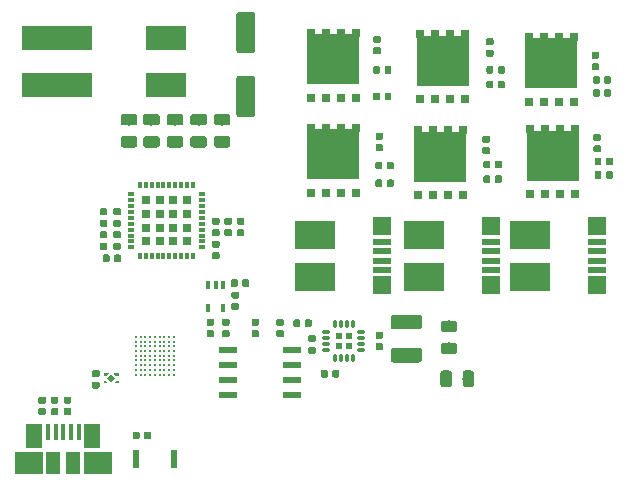
<source format=gbr>
G04 #@! TF.GenerationSoftware,KiCad,Pcbnew,5.1.2-f72e74a~84~ubuntu18.04.1*
G04 #@! TF.CreationDate,2019-06-30T22:47:52+02:00*
G04 #@! TF.ProjectId,board,626f6172-642e-46b6-9963-61645f706362,rev?*
G04 #@! TF.SameCoordinates,Original*
G04 #@! TF.FileFunction,Paste,Top*
G04 #@! TF.FilePolarity,Positive*
%FSLAX46Y46*%
G04 Gerber Fmt 4.6, Leading zero omitted, Abs format (unit mm)*
G04 Created by KiCad (PCBNEW 5.1.2-f72e74a~84~ubuntu18.04.1) date 2019-06-30 22:47:52*
%MOMM*%
%LPD*%
G04 APERTURE LIST*
%ADD10R,0.500000X0.300000*%
%ADD11R,0.300000X0.500000*%
%ADD12R,0.690000X0.690000*%
%ADD13R,3.480000X2.400000*%
%ADD14R,1.600000X1.500000*%
%ADD15R,1.600000X0.500000*%
%ADD16C,0.200000*%
%ADD17C,0.100000*%
%ADD18C,0.590000*%
%ADD19R,0.450000X1.380000*%
%ADD20R,1.475000X2.100000*%
%ADD21R,2.375000X1.900000*%
%ADD22R,1.175000X1.900000*%
%ADD23O,0.750000X0.300000*%
%ADD24O,0.300000X0.750000*%
%ADD25R,0.540000X0.540000*%
%ADD26R,1.550000X1.200000*%
%ADD27R,1.550000X1.600000*%
%ADD28R,4.500000X4.290000*%
%ADD29R,0.700000X0.800000*%
%ADD30R,0.550000X1.500000*%
%ADD31R,0.400000X0.700000*%
%ADD32C,0.480000*%
%ADD33R,1.550000X0.600000*%
%ADD34R,3.500000X2.000000*%
%ADD35R,6.000000X2.000000*%
%ADD36C,1.250000*%
%ADD37C,0.975000*%
%ADD38C,1.600000*%
G04 APERTURE END LIST*
D10*
X148375000Y-64275000D03*
X148375000Y-63775000D03*
X148375000Y-63275000D03*
X148375000Y-62775000D03*
X148375000Y-62275000D03*
X148375000Y-61775000D03*
X148375000Y-61275000D03*
X148375000Y-60775000D03*
X148375000Y-60275000D03*
X148375000Y-59775000D03*
D11*
X147625000Y-59025000D03*
X147125000Y-59025000D03*
X146625000Y-59025000D03*
X146125000Y-59025000D03*
X145625000Y-59025000D03*
X145125000Y-59025000D03*
X144625000Y-59025000D03*
X144125000Y-59025000D03*
X143625000Y-59025000D03*
X143125000Y-59025000D03*
D10*
X142375000Y-59775000D03*
X142375000Y-60275000D03*
X142375000Y-60775000D03*
X142375000Y-61275000D03*
X142375000Y-61775000D03*
X142375000Y-62275000D03*
X142375000Y-62775000D03*
X142375000Y-63275000D03*
X142375000Y-63775000D03*
X142375000Y-64275000D03*
D11*
X143125000Y-65025000D03*
X143625000Y-65025000D03*
X144125000Y-65025000D03*
X144625000Y-65025000D03*
X145125000Y-65025000D03*
X145625000Y-65025000D03*
X146125000Y-65025000D03*
X146625000Y-65025000D03*
X147125000Y-65025000D03*
X147625000Y-65025000D03*
D12*
X143650000Y-60300000D03*
X143650000Y-61450000D03*
X143650000Y-62600000D03*
X143650000Y-63750000D03*
X144800000Y-60300000D03*
X144800000Y-61450000D03*
X144800000Y-62600000D03*
X144800000Y-63750000D03*
X145950000Y-60300000D03*
X145950000Y-61450000D03*
X145950000Y-62600000D03*
X145950000Y-63750000D03*
X147100000Y-60300000D03*
X147100000Y-61450000D03*
X147100000Y-62600000D03*
X147100000Y-63750000D03*
D13*
X167180000Y-63225000D03*
X167180000Y-66775000D03*
D14*
X172850000Y-62500000D03*
D15*
X172850000Y-63800000D03*
X172850000Y-64600000D03*
X172850000Y-65400000D03*
X172850000Y-66200000D03*
D14*
X172850000Y-67500000D03*
D16*
X142800000Y-75050000D03*
X142800000Y-74650000D03*
X142800000Y-74250000D03*
X142800000Y-73850000D03*
X142800000Y-73450000D03*
X142800000Y-73050000D03*
X142800000Y-72650000D03*
X142800000Y-72250000D03*
X142800000Y-71850000D03*
X143200000Y-75050000D03*
X143200000Y-74650000D03*
X143200000Y-74250000D03*
X143200000Y-73850000D03*
X143200000Y-73450000D03*
X143200000Y-73050000D03*
X143200000Y-72650000D03*
X143200000Y-72250000D03*
X143200000Y-71850000D03*
X143600000Y-75050000D03*
X143600000Y-74650000D03*
X143600000Y-74250000D03*
X143600000Y-73850000D03*
X143600000Y-73450000D03*
X143600000Y-73050000D03*
X143600000Y-72650000D03*
X143600000Y-72250000D03*
X143600000Y-71850000D03*
X144000000Y-75050000D03*
X144000000Y-74650000D03*
X144000000Y-74250000D03*
X144000000Y-73850000D03*
X144000000Y-73450000D03*
X144000000Y-73050000D03*
X144000000Y-72650000D03*
X144000000Y-72250000D03*
X144000000Y-71850000D03*
X144400000Y-75050000D03*
X144400000Y-74650000D03*
X144400000Y-74250000D03*
X144400000Y-73850000D03*
X144400000Y-73450000D03*
X144400000Y-73050000D03*
X144400000Y-72650000D03*
X144400000Y-72250000D03*
X144400000Y-71850000D03*
X144800000Y-75050000D03*
X144800000Y-74650000D03*
X144800000Y-74250000D03*
X144800000Y-73850000D03*
X144800000Y-73450000D03*
X144800000Y-73050000D03*
X144800000Y-72650000D03*
X144800000Y-72250000D03*
X144800000Y-71850000D03*
X145200000Y-75050000D03*
X145200000Y-74650000D03*
X145200000Y-74250000D03*
X145200000Y-73850000D03*
X145200000Y-73450000D03*
X145200000Y-73050000D03*
X145200000Y-72650000D03*
X145200000Y-72250000D03*
X145200000Y-71850000D03*
X145600000Y-75050000D03*
X145600000Y-74650000D03*
X145600000Y-74250000D03*
X145600000Y-73850000D03*
X145600000Y-73450000D03*
X145600000Y-73050000D03*
X145600000Y-72650000D03*
X145600000Y-72250000D03*
X145600000Y-71850000D03*
X146000000Y-75050000D03*
X146000000Y-74650000D03*
X146000000Y-74250000D03*
X146000000Y-73850000D03*
X146000000Y-73450000D03*
X146000000Y-73050000D03*
X146000000Y-72650000D03*
X146000000Y-72250000D03*
X146000000Y-71850000D03*
D17*
G36*
X164296958Y-48930710D02*
G01*
X164311276Y-48932834D01*
X164325317Y-48936351D01*
X164338946Y-48941228D01*
X164352031Y-48947417D01*
X164364447Y-48954858D01*
X164376073Y-48963481D01*
X164386798Y-48973202D01*
X164396519Y-48983927D01*
X164405142Y-48995553D01*
X164412583Y-49007969D01*
X164418772Y-49021054D01*
X164423649Y-49034683D01*
X164427166Y-49048724D01*
X164429290Y-49063042D01*
X164430000Y-49077500D01*
X164430000Y-49422500D01*
X164429290Y-49436958D01*
X164427166Y-49451276D01*
X164423649Y-49465317D01*
X164418772Y-49478946D01*
X164412583Y-49492031D01*
X164405142Y-49504447D01*
X164396519Y-49516073D01*
X164386798Y-49526798D01*
X164376073Y-49536519D01*
X164364447Y-49545142D01*
X164352031Y-49552583D01*
X164338946Y-49558772D01*
X164325317Y-49563649D01*
X164311276Y-49567166D01*
X164296958Y-49569290D01*
X164282500Y-49570000D01*
X163987500Y-49570000D01*
X163973042Y-49569290D01*
X163958724Y-49567166D01*
X163944683Y-49563649D01*
X163931054Y-49558772D01*
X163917969Y-49552583D01*
X163905553Y-49545142D01*
X163893927Y-49536519D01*
X163883202Y-49526798D01*
X163873481Y-49516073D01*
X163864858Y-49504447D01*
X163857417Y-49492031D01*
X163851228Y-49478946D01*
X163846351Y-49465317D01*
X163842834Y-49451276D01*
X163840710Y-49436958D01*
X163840000Y-49422500D01*
X163840000Y-49077500D01*
X163840710Y-49063042D01*
X163842834Y-49048724D01*
X163846351Y-49034683D01*
X163851228Y-49021054D01*
X163857417Y-49007969D01*
X163864858Y-48995553D01*
X163873481Y-48983927D01*
X163883202Y-48973202D01*
X163893927Y-48963481D01*
X163905553Y-48954858D01*
X163917969Y-48947417D01*
X163931054Y-48941228D01*
X163944683Y-48936351D01*
X163958724Y-48932834D01*
X163973042Y-48930710D01*
X163987500Y-48930000D01*
X164282500Y-48930000D01*
X164296958Y-48930710D01*
X164296958Y-48930710D01*
G37*
D18*
X164135000Y-49250000D03*
D17*
G36*
X163326958Y-48930710D02*
G01*
X163341276Y-48932834D01*
X163355317Y-48936351D01*
X163368946Y-48941228D01*
X163382031Y-48947417D01*
X163394447Y-48954858D01*
X163406073Y-48963481D01*
X163416798Y-48973202D01*
X163426519Y-48983927D01*
X163435142Y-48995553D01*
X163442583Y-49007969D01*
X163448772Y-49021054D01*
X163453649Y-49034683D01*
X163457166Y-49048724D01*
X163459290Y-49063042D01*
X163460000Y-49077500D01*
X163460000Y-49422500D01*
X163459290Y-49436958D01*
X163457166Y-49451276D01*
X163453649Y-49465317D01*
X163448772Y-49478946D01*
X163442583Y-49492031D01*
X163435142Y-49504447D01*
X163426519Y-49516073D01*
X163416798Y-49526798D01*
X163406073Y-49536519D01*
X163394447Y-49545142D01*
X163382031Y-49552583D01*
X163368946Y-49558772D01*
X163355317Y-49563649D01*
X163341276Y-49567166D01*
X163326958Y-49569290D01*
X163312500Y-49570000D01*
X163017500Y-49570000D01*
X163003042Y-49569290D01*
X162988724Y-49567166D01*
X162974683Y-49563649D01*
X162961054Y-49558772D01*
X162947969Y-49552583D01*
X162935553Y-49545142D01*
X162923927Y-49536519D01*
X162913202Y-49526798D01*
X162903481Y-49516073D01*
X162894858Y-49504447D01*
X162887417Y-49492031D01*
X162881228Y-49478946D01*
X162876351Y-49465317D01*
X162872834Y-49451276D01*
X162870710Y-49436958D01*
X162870000Y-49422500D01*
X162870000Y-49077500D01*
X162870710Y-49063042D01*
X162872834Y-49048724D01*
X162876351Y-49034683D01*
X162881228Y-49021054D01*
X162887417Y-49007969D01*
X162894858Y-48995553D01*
X162903481Y-48983927D01*
X162913202Y-48973202D01*
X162923927Y-48963481D01*
X162935553Y-48954858D01*
X162947969Y-48947417D01*
X162961054Y-48941228D01*
X162974683Y-48936351D01*
X162988724Y-48932834D01*
X163003042Y-48930710D01*
X163017500Y-48930000D01*
X163312500Y-48930000D01*
X163326958Y-48930710D01*
X163326958Y-48930710D01*
G37*
D18*
X163165000Y-49250000D03*
D17*
G36*
X163526958Y-57030710D02*
G01*
X163541276Y-57032834D01*
X163555317Y-57036351D01*
X163568946Y-57041228D01*
X163582031Y-57047417D01*
X163594447Y-57054858D01*
X163606073Y-57063481D01*
X163616798Y-57073202D01*
X163626519Y-57083927D01*
X163635142Y-57095553D01*
X163642583Y-57107969D01*
X163648772Y-57121054D01*
X163653649Y-57134683D01*
X163657166Y-57148724D01*
X163659290Y-57163042D01*
X163660000Y-57177500D01*
X163660000Y-57522500D01*
X163659290Y-57536958D01*
X163657166Y-57551276D01*
X163653649Y-57565317D01*
X163648772Y-57578946D01*
X163642583Y-57592031D01*
X163635142Y-57604447D01*
X163626519Y-57616073D01*
X163616798Y-57626798D01*
X163606073Y-57636519D01*
X163594447Y-57645142D01*
X163582031Y-57652583D01*
X163568946Y-57658772D01*
X163555317Y-57663649D01*
X163541276Y-57667166D01*
X163526958Y-57669290D01*
X163512500Y-57670000D01*
X163217500Y-57670000D01*
X163203042Y-57669290D01*
X163188724Y-57667166D01*
X163174683Y-57663649D01*
X163161054Y-57658772D01*
X163147969Y-57652583D01*
X163135553Y-57645142D01*
X163123927Y-57636519D01*
X163113202Y-57626798D01*
X163103481Y-57616073D01*
X163094858Y-57604447D01*
X163087417Y-57592031D01*
X163081228Y-57578946D01*
X163076351Y-57565317D01*
X163072834Y-57551276D01*
X163070710Y-57536958D01*
X163070000Y-57522500D01*
X163070000Y-57177500D01*
X163070710Y-57163042D01*
X163072834Y-57148724D01*
X163076351Y-57134683D01*
X163081228Y-57121054D01*
X163087417Y-57107969D01*
X163094858Y-57095553D01*
X163103481Y-57083927D01*
X163113202Y-57073202D01*
X163123927Y-57063481D01*
X163135553Y-57054858D01*
X163147969Y-57047417D01*
X163161054Y-57041228D01*
X163174683Y-57036351D01*
X163188724Y-57032834D01*
X163203042Y-57030710D01*
X163217500Y-57030000D01*
X163512500Y-57030000D01*
X163526958Y-57030710D01*
X163526958Y-57030710D01*
G37*
D18*
X163365000Y-57350000D03*
D17*
G36*
X164496958Y-57030710D02*
G01*
X164511276Y-57032834D01*
X164525317Y-57036351D01*
X164538946Y-57041228D01*
X164552031Y-57047417D01*
X164564447Y-57054858D01*
X164576073Y-57063481D01*
X164586798Y-57073202D01*
X164596519Y-57083927D01*
X164605142Y-57095553D01*
X164612583Y-57107969D01*
X164618772Y-57121054D01*
X164623649Y-57134683D01*
X164627166Y-57148724D01*
X164629290Y-57163042D01*
X164630000Y-57177500D01*
X164630000Y-57522500D01*
X164629290Y-57536958D01*
X164627166Y-57551276D01*
X164623649Y-57565317D01*
X164618772Y-57578946D01*
X164612583Y-57592031D01*
X164605142Y-57604447D01*
X164596519Y-57616073D01*
X164586798Y-57626798D01*
X164576073Y-57636519D01*
X164564447Y-57645142D01*
X164552031Y-57652583D01*
X164538946Y-57658772D01*
X164525317Y-57663649D01*
X164511276Y-57667166D01*
X164496958Y-57669290D01*
X164482500Y-57670000D01*
X164187500Y-57670000D01*
X164173042Y-57669290D01*
X164158724Y-57667166D01*
X164144683Y-57663649D01*
X164131054Y-57658772D01*
X164117969Y-57652583D01*
X164105553Y-57645142D01*
X164093927Y-57636519D01*
X164083202Y-57626798D01*
X164073481Y-57616073D01*
X164064858Y-57604447D01*
X164057417Y-57592031D01*
X164051228Y-57578946D01*
X164046351Y-57565317D01*
X164042834Y-57551276D01*
X164040710Y-57536958D01*
X164040000Y-57522500D01*
X164040000Y-57177500D01*
X164040710Y-57163042D01*
X164042834Y-57148724D01*
X164046351Y-57134683D01*
X164051228Y-57121054D01*
X164057417Y-57107969D01*
X164064858Y-57095553D01*
X164073481Y-57083927D01*
X164083202Y-57073202D01*
X164093927Y-57063481D01*
X164105553Y-57054858D01*
X164117969Y-57047417D01*
X164131054Y-57041228D01*
X164144683Y-57036351D01*
X164158724Y-57032834D01*
X164173042Y-57030710D01*
X164187500Y-57030000D01*
X164482500Y-57030000D01*
X164496958Y-57030710D01*
X164496958Y-57030710D01*
G37*
D18*
X164335000Y-57350000D03*
D17*
G36*
X172926958Y-48930710D02*
G01*
X172941276Y-48932834D01*
X172955317Y-48936351D01*
X172968946Y-48941228D01*
X172982031Y-48947417D01*
X172994447Y-48954858D01*
X173006073Y-48963481D01*
X173016798Y-48973202D01*
X173026519Y-48983927D01*
X173035142Y-48995553D01*
X173042583Y-49007969D01*
X173048772Y-49021054D01*
X173053649Y-49034683D01*
X173057166Y-49048724D01*
X173059290Y-49063042D01*
X173060000Y-49077500D01*
X173060000Y-49422500D01*
X173059290Y-49436958D01*
X173057166Y-49451276D01*
X173053649Y-49465317D01*
X173048772Y-49478946D01*
X173042583Y-49492031D01*
X173035142Y-49504447D01*
X173026519Y-49516073D01*
X173016798Y-49526798D01*
X173006073Y-49536519D01*
X172994447Y-49545142D01*
X172982031Y-49552583D01*
X172968946Y-49558772D01*
X172955317Y-49563649D01*
X172941276Y-49567166D01*
X172926958Y-49569290D01*
X172912500Y-49570000D01*
X172617500Y-49570000D01*
X172603042Y-49569290D01*
X172588724Y-49567166D01*
X172574683Y-49563649D01*
X172561054Y-49558772D01*
X172547969Y-49552583D01*
X172535553Y-49545142D01*
X172523927Y-49536519D01*
X172513202Y-49526798D01*
X172503481Y-49516073D01*
X172494858Y-49504447D01*
X172487417Y-49492031D01*
X172481228Y-49478946D01*
X172476351Y-49465317D01*
X172472834Y-49451276D01*
X172470710Y-49436958D01*
X172470000Y-49422500D01*
X172470000Y-49077500D01*
X172470710Y-49063042D01*
X172472834Y-49048724D01*
X172476351Y-49034683D01*
X172481228Y-49021054D01*
X172487417Y-49007969D01*
X172494858Y-48995553D01*
X172503481Y-48983927D01*
X172513202Y-48973202D01*
X172523927Y-48963481D01*
X172535553Y-48954858D01*
X172547969Y-48947417D01*
X172561054Y-48941228D01*
X172574683Y-48936351D01*
X172588724Y-48932834D01*
X172603042Y-48930710D01*
X172617500Y-48930000D01*
X172912500Y-48930000D01*
X172926958Y-48930710D01*
X172926958Y-48930710D01*
G37*
D18*
X172765000Y-49250000D03*
D17*
G36*
X173896958Y-48930710D02*
G01*
X173911276Y-48932834D01*
X173925317Y-48936351D01*
X173938946Y-48941228D01*
X173952031Y-48947417D01*
X173964447Y-48954858D01*
X173976073Y-48963481D01*
X173986798Y-48973202D01*
X173996519Y-48983927D01*
X174005142Y-48995553D01*
X174012583Y-49007969D01*
X174018772Y-49021054D01*
X174023649Y-49034683D01*
X174027166Y-49048724D01*
X174029290Y-49063042D01*
X174030000Y-49077500D01*
X174030000Y-49422500D01*
X174029290Y-49436958D01*
X174027166Y-49451276D01*
X174023649Y-49465317D01*
X174018772Y-49478946D01*
X174012583Y-49492031D01*
X174005142Y-49504447D01*
X173996519Y-49516073D01*
X173986798Y-49526798D01*
X173976073Y-49536519D01*
X173964447Y-49545142D01*
X173952031Y-49552583D01*
X173938946Y-49558772D01*
X173925317Y-49563649D01*
X173911276Y-49567166D01*
X173896958Y-49569290D01*
X173882500Y-49570000D01*
X173587500Y-49570000D01*
X173573042Y-49569290D01*
X173558724Y-49567166D01*
X173544683Y-49563649D01*
X173531054Y-49558772D01*
X173517969Y-49552583D01*
X173505553Y-49545142D01*
X173493927Y-49536519D01*
X173483202Y-49526798D01*
X173473481Y-49516073D01*
X173464858Y-49504447D01*
X173457417Y-49492031D01*
X173451228Y-49478946D01*
X173446351Y-49465317D01*
X173442834Y-49451276D01*
X173440710Y-49436958D01*
X173440000Y-49422500D01*
X173440000Y-49077500D01*
X173440710Y-49063042D01*
X173442834Y-49048724D01*
X173446351Y-49034683D01*
X173451228Y-49021054D01*
X173457417Y-49007969D01*
X173464858Y-48995553D01*
X173473481Y-48983927D01*
X173483202Y-48973202D01*
X173493927Y-48963481D01*
X173505553Y-48954858D01*
X173517969Y-48947417D01*
X173531054Y-48941228D01*
X173544683Y-48936351D01*
X173558724Y-48932834D01*
X173573042Y-48930710D01*
X173587500Y-48930000D01*
X173882500Y-48930000D01*
X173896958Y-48930710D01*
X173896958Y-48930710D01*
G37*
D18*
X173735000Y-49250000D03*
D17*
G36*
X173646958Y-56930710D02*
G01*
X173661276Y-56932834D01*
X173675317Y-56936351D01*
X173688946Y-56941228D01*
X173702031Y-56947417D01*
X173714447Y-56954858D01*
X173726073Y-56963481D01*
X173736798Y-56973202D01*
X173746519Y-56983927D01*
X173755142Y-56995553D01*
X173762583Y-57007969D01*
X173768772Y-57021054D01*
X173773649Y-57034683D01*
X173777166Y-57048724D01*
X173779290Y-57063042D01*
X173780000Y-57077500D01*
X173780000Y-57422500D01*
X173779290Y-57436958D01*
X173777166Y-57451276D01*
X173773649Y-57465317D01*
X173768772Y-57478946D01*
X173762583Y-57492031D01*
X173755142Y-57504447D01*
X173746519Y-57516073D01*
X173736798Y-57526798D01*
X173726073Y-57536519D01*
X173714447Y-57545142D01*
X173702031Y-57552583D01*
X173688946Y-57558772D01*
X173675317Y-57563649D01*
X173661276Y-57567166D01*
X173646958Y-57569290D01*
X173632500Y-57570000D01*
X173337500Y-57570000D01*
X173323042Y-57569290D01*
X173308724Y-57567166D01*
X173294683Y-57563649D01*
X173281054Y-57558772D01*
X173267969Y-57552583D01*
X173255553Y-57545142D01*
X173243927Y-57536519D01*
X173233202Y-57526798D01*
X173223481Y-57516073D01*
X173214858Y-57504447D01*
X173207417Y-57492031D01*
X173201228Y-57478946D01*
X173196351Y-57465317D01*
X173192834Y-57451276D01*
X173190710Y-57436958D01*
X173190000Y-57422500D01*
X173190000Y-57077500D01*
X173190710Y-57063042D01*
X173192834Y-57048724D01*
X173196351Y-57034683D01*
X173201228Y-57021054D01*
X173207417Y-57007969D01*
X173214858Y-56995553D01*
X173223481Y-56983927D01*
X173233202Y-56973202D01*
X173243927Y-56963481D01*
X173255553Y-56954858D01*
X173267969Y-56947417D01*
X173281054Y-56941228D01*
X173294683Y-56936351D01*
X173308724Y-56932834D01*
X173323042Y-56930710D01*
X173337500Y-56930000D01*
X173632500Y-56930000D01*
X173646958Y-56930710D01*
X173646958Y-56930710D01*
G37*
D18*
X173485000Y-57250000D03*
D17*
G36*
X172676958Y-56930710D02*
G01*
X172691276Y-56932834D01*
X172705317Y-56936351D01*
X172718946Y-56941228D01*
X172732031Y-56947417D01*
X172744447Y-56954858D01*
X172756073Y-56963481D01*
X172766798Y-56973202D01*
X172776519Y-56983927D01*
X172785142Y-56995553D01*
X172792583Y-57007969D01*
X172798772Y-57021054D01*
X172803649Y-57034683D01*
X172807166Y-57048724D01*
X172809290Y-57063042D01*
X172810000Y-57077500D01*
X172810000Y-57422500D01*
X172809290Y-57436958D01*
X172807166Y-57451276D01*
X172803649Y-57465317D01*
X172798772Y-57478946D01*
X172792583Y-57492031D01*
X172785142Y-57504447D01*
X172776519Y-57516073D01*
X172766798Y-57526798D01*
X172756073Y-57536519D01*
X172744447Y-57545142D01*
X172732031Y-57552583D01*
X172718946Y-57558772D01*
X172705317Y-57563649D01*
X172691276Y-57567166D01*
X172676958Y-57569290D01*
X172662500Y-57570000D01*
X172367500Y-57570000D01*
X172353042Y-57569290D01*
X172338724Y-57567166D01*
X172324683Y-57563649D01*
X172311054Y-57558772D01*
X172297969Y-57552583D01*
X172285553Y-57545142D01*
X172273927Y-57536519D01*
X172263202Y-57526798D01*
X172253481Y-57516073D01*
X172244858Y-57504447D01*
X172237417Y-57492031D01*
X172231228Y-57478946D01*
X172226351Y-57465317D01*
X172222834Y-57451276D01*
X172220710Y-57436958D01*
X172220000Y-57422500D01*
X172220000Y-57077500D01*
X172220710Y-57063042D01*
X172222834Y-57048724D01*
X172226351Y-57034683D01*
X172231228Y-57021054D01*
X172237417Y-57007969D01*
X172244858Y-56995553D01*
X172253481Y-56983927D01*
X172263202Y-56973202D01*
X172273927Y-56963481D01*
X172285553Y-56954858D01*
X172297969Y-56947417D01*
X172311054Y-56941228D01*
X172324683Y-56936351D01*
X172338724Y-56932834D01*
X172353042Y-56930710D01*
X172367500Y-56930000D01*
X172662500Y-56930000D01*
X172676958Y-56930710D01*
X172676958Y-56930710D01*
G37*
D18*
X172515000Y-57250000D03*
D17*
G36*
X182896958Y-49780710D02*
G01*
X182911276Y-49782834D01*
X182925317Y-49786351D01*
X182938946Y-49791228D01*
X182952031Y-49797417D01*
X182964447Y-49804858D01*
X182976073Y-49813481D01*
X182986798Y-49823202D01*
X182996519Y-49833927D01*
X183005142Y-49845553D01*
X183012583Y-49857969D01*
X183018772Y-49871054D01*
X183023649Y-49884683D01*
X183027166Y-49898724D01*
X183029290Y-49913042D01*
X183030000Y-49927500D01*
X183030000Y-50272500D01*
X183029290Y-50286958D01*
X183027166Y-50301276D01*
X183023649Y-50315317D01*
X183018772Y-50328946D01*
X183012583Y-50342031D01*
X183005142Y-50354447D01*
X182996519Y-50366073D01*
X182986798Y-50376798D01*
X182976073Y-50386519D01*
X182964447Y-50395142D01*
X182952031Y-50402583D01*
X182938946Y-50408772D01*
X182925317Y-50413649D01*
X182911276Y-50417166D01*
X182896958Y-50419290D01*
X182882500Y-50420000D01*
X182587500Y-50420000D01*
X182573042Y-50419290D01*
X182558724Y-50417166D01*
X182544683Y-50413649D01*
X182531054Y-50408772D01*
X182517969Y-50402583D01*
X182505553Y-50395142D01*
X182493927Y-50386519D01*
X182483202Y-50376798D01*
X182473481Y-50366073D01*
X182464858Y-50354447D01*
X182457417Y-50342031D01*
X182451228Y-50328946D01*
X182446351Y-50315317D01*
X182442834Y-50301276D01*
X182440710Y-50286958D01*
X182440000Y-50272500D01*
X182440000Y-49927500D01*
X182440710Y-49913042D01*
X182442834Y-49898724D01*
X182446351Y-49884683D01*
X182451228Y-49871054D01*
X182457417Y-49857969D01*
X182464858Y-49845553D01*
X182473481Y-49833927D01*
X182483202Y-49823202D01*
X182493927Y-49813481D01*
X182505553Y-49804858D01*
X182517969Y-49797417D01*
X182531054Y-49791228D01*
X182544683Y-49786351D01*
X182558724Y-49782834D01*
X182573042Y-49780710D01*
X182587500Y-49780000D01*
X182882500Y-49780000D01*
X182896958Y-49780710D01*
X182896958Y-49780710D01*
G37*
D18*
X182735000Y-50100000D03*
D17*
G36*
X181926958Y-49780710D02*
G01*
X181941276Y-49782834D01*
X181955317Y-49786351D01*
X181968946Y-49791228D01*
X181982031Y-49797417D01*
X181994447Y-49804858D01*
X182006073Y-49813481D01*
X182016798Y-49823202D01*
X182026519Y-49833927D01*
X182035142Y-49845553D01*
X182042583Y-49857969D01*
X182048772Y-49871054D01*
X182053649Y-49884683D01*
X182057166Y-49898724D01*
X182059290Y-49913042D01*
X182060000Y-49927500D01*
X182060000Y-50272500D01*
X182059290Y-50286958D01*
X182057166Y-50301276D01*
X182053649Y-50315317D01*
X182048772Y-50328946D01*
X182042583Y-50342031D01*
X182035142Y-50354447D01*
X182026519Y-50366073D01*
X182016798Y-50376798D01*
X182006073Y-50386519D01*
X181994447Y-50395142D01*
X181982031Y-50402583D01*
X181968946Y-50408772D01*
X181955317Y-50413649D01*
X181941276Y-50417166D01*
X181926958Y-50419290D01*
X181912500Y-50420000D01*
X181617500Y-50420000D01*
X181603042Y-50419290D01*
X181588724Y-50417166D01*
X181574683Y-50413649D01*
X181561054Y-50408772D01*
X181547969Y-50402583D01*
X181535553Y-50395142D01*
X181523927Y-50386519D01*
X181513202Y-50376798D01*
X181503481Y-50366073D01*
X181494858Y-50354447D01*
X181487417Y-50342031D01*
X181481228Y-50328946D01*
X181476351Y-50315317D01*
X181472834Y-50301276D01*
X181470710Y-50286958D01*
X181470000Y-50272500D01*
X181470000Y-49927500D01*
X181470710Y-49913042D01*
X181472834Y-49898724D01*
X181476351Y-49884683D01*
X181481228Y-49871054D01*
X181487417Y-49857969D01*
X181494858Y-49845553D01*
X181503481Y-49833927D01*
X181513202Y-49823202D01*
X181523927Y-49813481D01*
X181535553Y-49804858D01*
X181547969Y-49797417D01*
X181561054Y-49791228D01*
X181574683Y-49786351D01*
X181588724Y-49782834D01*
X181603042Y-49780710D01*
X181617500Y-49780000D01*
X181912500Y-49780000D01*
X181926958Y-49780710D01*
X181926958Y-49780710D01*
G37*
D18*
X181765000Y-50100000D03*
D17*
G36*
X182076958Y-56680710D02*
G01*
X182091276Y-56682834D01*
X182105317Y-56686351D01*
X182118946Y-56691228D01*
X182132031Y-56697417D01*
X182144447Y-56704858D01*
X182156073Y-56713481D01*
X182166798Y-56723202D01*
X182176519Y-56733927D01*
X182185142Y-56745553D01*
X182192583Y-56757969D01*
X182198772Y-56771054D01*
X182203649Y-56784683D01*
X182207166Y-56798724D01*
X182209290Y-56813042D01*
X182210000Y-56827500D01*
X182210000Y-57172500D01*
X182209290Y-57186958D01*
X182207166Y-57201276D01*
X182203649Y-57215317D01*
X182198772Y-57228946D01*
X182192583Y-57242031D01*
X182185142Y-57254447D01*
X182176519Y-57266073D01*
X182166798Y-57276798D01*
X182156073Y-57286519D01*
X182144447Y-57295142D01*
X182132031Y-57302583D01*
X182118946Y-57308772D01*
X182105317Y-57313649D01*
X182091276Y-57317166D01*
X182076958Y-57319290D01*
X182062500Y-57320000D01*
X181767500Y-57320000D01*
X181753042Y-57319290D01*
X181738724Y-57317166D01*
X181724683Y-57313649D01*
X181711054Y-57308772D01*
X181697969Y-57302583D01*
X181685553Y-57295142D01*
X181673927Y-57286519D01*
X181663202Y-57276798D01*
X181653481Y-57266073D01*
X181644858Y-57254447D01*
X181637417Y-57242031D01*
X181631228Y-57228946D01*
X181626351Y-57215317D01*
X181622834Y-57201276D01*
X181620710Y-57186958D01*
X181620000Y-57172500D01*
X181620000Y-56827500D01*
X181620710Y-56813042D01*
X181622834Y-56798724D01*
X181626351Y-56784683D01*
X181631228Y-56771054D01*
X181637417Y-56757969D01*
X181644858Y-56745553D01*
X181653481Y-56733927D01*
X181663202Y-56723202D01*
X181673927Y-56713481D01*
X181685553Y-56704858D01*
X181697969Y-56697417D01*
X181711054Y-56691228D01*
X181724683Y-56686351D01*
X181738724Y-56682834D01*
X181753042Y-56680710D01*
X181767500Y-56680000D01*
X182062500Y-56680000D01*
X182076958Y-56680710D01*
X182076958Y-56680710D01*
G37*
D18*
X181915000Y-57000000D03*
D17*
G36*
X183046958Y-56680710D02*
G01*
X183061276Y-56682834D01*
X183075317Y-56686351D01*
X183088946Y-56691228D01*
X183102031Y-56697417D01*
X183114447Y-56704858D01*
X183126073Y-56713481D01*
X183136798Y-56723202D01*
X183146519Y-56733927D01*
X183155142Y-56745553D01*
X183162583Y-56757969D01*
X183168772Y-56771054D01*
X183173649Y-56784683D01*
X183177166Y-56798724D01*
X183179290Y-56813042D01*
X183180000Y-56827500D01*
X183180000Y-57172500D01*
X183179290Y-57186958D01*
X183177166Y-57201276D01*
X183173649Y-57215317D01*
X183168772Y-57228946D01*
X183162583Y-57242031D01*
X183155142Y-57254447D01*
X183146519Y-57266073D01*
X183136798Y-57276798D01*
X183126073Y-57286519D01*
X183114447Y-57295142D01*
X183102031Y-57302583D01*
X183088946Y-57308772D01*
X183075317Y-57313649D01*
X183061276Y-57317166D01*
X183046958Y-57319290D01*
X183032500Y-57320000D01*
X182737500Y-57320000D01*
X182723042Y-57319290D01*
X182708724Y-57317166D01*
X182694683Y-57313649D01*
X182681054Y-57308772D01*
X182667969Y-57302583D01*
X182655553Y-57295142D01*
X182643927Y-57286519D01*
X182633202Y-57276798D01*
X182623481Y-57266073D01*
X182614858Y-57254447D01*
X182607417Y-57242031D01*
X182601228Y-57228946D01*
X182596351Y-57215317D01*
X182592834Y-57201276D01*
X182590710Y-57186958D01*
X182590000Y-57172500D01*
X182590000Y-56827500D01*
X182590710Y-56813042D01*
X182592834Y-56798724D01*
X182596351Y-56784683D01*
X182601228Y-56771054D01*
X182607417Y-56757969D01*
X182614858Y-56745553D01*
X182623481Y-56733927D01*
X182633202Y-56723202D01*
X182643927Y-56713481D01*
X182655553Y-56704858D01*
X182667969Y-56697417D01*
X182681054Y-56691228D01*
X182694683Y-56686351D01*
X182708724Y-56682834D01*
X182723042Y-56680710D01*
X182737500Y-56680000D01*
X183032500Y-56680000D01*
X183046958Y-56680710D01*
X183046958Y-56680710D01*
G37*
D18*
X182885000Y-57000000D03*
D17*
G36*
X157886958Y-71720710D02*
G01*
X157901276Y-71722834D01*
X157915317Y-71726351D01*
X157928946Y-71731228D01*
X157942031Y-71737417D01*
X157954447Y-71744858D01*
X157966073Y-71753481D01*
X157976798Y-71763202D01*
X157986519Y-71773927D01*
X157995142Y-71785553D01*
X158002583Y-71797969D01*
X158008772Y-71811054D01*
X158013649Y-71824683D01*
X158017166Y-71838724D01*
X158019290Y-71853042D01*
X158020000Y-71867500D01*
X158020000Y-72162500D01*
X158019290Y-72176958D01*
X158017166Y-72191276D01*
X158013649Y-72205317D01*
X158008772Y-72218946D01*
X158002583Y-72232031D01*
X157995142Y-72244447D01*
X157986519Y-72256073D01*
X157976798Y-72266798D01*
X157966073Y-72276519D01*
X157954447Y-72285142D01*
X157942031Y-72292583D01*
X157928946Y-72298772D01*
X157915317Y-72303649D01*
X157901276Y-72307166D01*
X157886958Y-72309290D01*
X157872500Y-72310000D01*
X157527500Y-72310000D01*
X157513042Y-72309290D01*
X157498724Y-72307166D01*
X157484683Y-72303649D01*
X157471054Y-72298772D01*
X157457969Y-72292583D01*
X157445553Y-72285142D01*
X157433927Y-72276519D01*
X157423202Y-72266798D01*
X157413481Y-72256073D01*
X157404858Y-72244447D01*
X157397417Y-72232031D01*
X157391228Y-72218946D01*
X157386351Y-72205317D01*
X157382834Y-72191276D01*
X157380710Y-72176958D01*
X157380000Y-72162500D01*
X157380000Y-71867500D01*
X157380710Y-71853042D01*
X157382834Y-71838724D01*
X157386351Y-71824683D01*
X157391228Y-71811054D01*
X157397417Y-71797969D01*
X157404858Y-71785553D01*
X157413481Y-71773927D01*
X157423202Y-71763202D01*
X157433927Y-71753481D01*
X157445553Y-71744858D01*
X157457969Y-71737417D01*
X157471054Y-71731228D01*
X157484683Y-71726351D01*
X157498724Y-71722834D01*
X157513042Y-71720710D01*
X157527500Y-71720000D01*
X157872500Y-71720000D01*
X157886958Y-71720710D01*
X157886958Y-71720710D01*
G37*
D18*
X157700000Y-72015000D03*
D17*
G36*
X157886958Y-72690710D02*
G01*
X157901276Y-72692834D01*
X157915317Y-72696351D01*
X157928946Y-72701228D01*
X157942031Y-72707417D01*
X157954447Y-72714858D01*
X157966073Y-72723481D01*
X157976798Y-72733202D01*
X157986519Y-72743927D01*
X157995142Y-72755553D01*
X158002583Y-72767969D01*
X158008772Y-72781054D01*
X158013649Y-72794683D01*
X158017166Y-72808724D01*
X158019290Y-72823042D01*
X158020000Y-72837500D01*
X158020000Y-73132500D01*
X158019290Y-73146958D01*
X158017166Y-73161276D01*
X158013649Y-73175317D01*
X158008772Y-73188946D01*
X158002583Y-73202031D01*
X157995142Y-73214447D01*
X157986519Y-73226073D01*
X157976798Y-73236798D01*
X157966073Y-73246519D01*
X157954447Y-73255142D01*
X157942031Y-73262583D01*
X157928946Y-73268772D01*
X157915317Y-73273649D01*
X157901276Y-73277166D01*
X157886958Y-73279290D01*
X157872500Y-73280000D01*
X157527500Y-73280000D01*
X157513042Y-73279290D01*
X157498724Y-73277166D01*
X157484683Y-73273649D01*
X157471054Y-73268772D01*
X157457969Y-73262583D01*
X157445553Y-73255142D01*
X157433927Y-73246519D01*
X157423202Y-73236798D01*
X157413481Y-73226073D01*
X157404858Y-73214447D01*
X157397417Y-73202031D01*
X157391228Y-73188946D01*
X157386351Y-73175317D01*
X157382834Y-73161276D01*
X157380710Y-73146958D01*
X157380000Y-73132500D01*
X157380000Y-72837500D01*
X157380710Y-72823042D01*
X157382834Y-72808724D01*
X157386351Y-72794683D01*
X157391228Y-72781054D01*
X157397417Y-72767969D01*
X157404858Y-72755553D01*
X157413481Y-72743927D01*
X157423202Y-72733202D01*
X157433927Y-72723481D01*
X157445553Y-72714858D01*
X157457969Y-72707417D01*
X157471054Y-72701228D01*
X157484683Y-72696351D01*
X157498724Y-72692834D01*
X157513042Y-72690710D01*
X157527500Y-72690000D01*
X157872500Y-72690000D01*
X157886958Y-72690710D01*
X157886958Y-72690710D01*
G37*
D18*
X157700000Y-72985000D03*
D17*
G36*
X156576958Y-70380710D02*
G01*
X156591276Y-70382834D01*
X156605317Y-70386351D01*
X156618946Y-70391228D01*
X156632031Y-70397417D01*
X156644447Y-70404858D01*
X156656073Y-70413481D01*
X156666798Y-70423202D01*
X156676519Y-70433927D01*
X156685142Y-70445553D01*
X156692583Y-70457969D01*
X156698772Y-70471054D01*
X156703649Y-70484683D01*
X156707166Y-70498724D01*
X156709290Y-70513042D01*
X156710000Y-70527500D01*
X156710000Y-70872500D01*
X156709290Y-70886958D01*
X156707166Y-70901276D01*
X156703649Y-70915317D01*
X156698772Y-70928946D01*
X156692583Y-70942031D01*
X156685142Y-70954447D01*
X156676519Y-70966073D01*
X156666798Y-70976798D01*
X156656073Y-70986519D01*
X156644447Y-70995142D01*
X156632031Y-71002583D01*
X156618946Y-71008772D01*
X156605317Y-71013649D01*
X156591276Y-71017166D01*
X156576958Y-71019290D01*
X156562500Y-71020000D01*
X156267500Y-71020000D01*
X156253042Y-71019290D01*
X156238724Y-71017166D01*
X156224683Y-71013649D01*
X156211054Y-71008772D01*
X156197969Y-71002583D01*
X156185553Y-70995142D01*
X156173927Y-70986519D01*
X156163202Y-70976798D01*
X156153481Y-70966073D01*
X156144858Y-70954447D01*
X156137417Y-70942031D01*
X156131228Y-70928946D01*
X156126351Y-70915317D01*
X156122834Y-70901276D01*
X156120710Y-70886958D01*
X156120000Y-70872500D01*
X156120000Y-70527500D01*
X156120710Y-70513042D01*
X156122834Y-70498724D01*
X156126351Y-70484683D01*
X156131228Y-70471054D01*
X156137417Y-70457969D01*
X156144858Y-70445553D01*
X156153481Y-70433927D01*
X156163202Y-70423202D01*
X156173927Y-70413481D01*
X156185553Y-70404858D01*
X156197969Y-70397417D01*
X156211054Y-70391228D01*
X156224683Y-70386351D01*
X156238724Y-70382834D01*
X156253042Y-70380710D01*
X156267500Y-70380000D01*
X156562500Y-70380000D01*
X156576958Y-70380710D01*
X156576958Y-70380710D01*
G37*
D18*
X156415000Y-70700000D03*
D17*
G36*
X157546958Y-70380710D02*
G01*
X157561276Y-70382834D01*
X157575317Y-70386351D01*
X157588946Y-70391228D01*
X157602031Y-70397417D01*
X157614447Y-70404858D01*
X157626073Y-70413481D01*
X157636798Y-70423202D01*
X157646519Y-70433927D01*
X157655142Y-70445553D01*
X157662583Y-70457969D01*
X157668772Y-70471054D01*
X157673649Y-70484683D01*
X157677166Y-70498724D01*
X157679290Y-70513042D01*
X157680000Y-70527500D01*
X157680000Y-70872500D01*
X157679290Y-70886958D01*
X157677166Y-70901276D01*
X157673649Y-70915317D01*
X157668772Y-70928946D01*
X157662583Y-70942031D01*
X157655142Y-70954447D01*
X157646519Y-70966073D01*
X157636798Y-70976798D01*
X157626073Y-70986519D01*
X157614447Y-70995142D01*
X157602031Y-71002583D01*
X157588946Y-71008772D01*
X157575317Y-71013649D01*
X157561276Y-71017166D01*
X157546958Y-71019290D01*
X157532500Y-71020000D01*
X157237500Y-71020000D01*
X157223042Y-71019290D01*
X157208724Y-71017166D01*
X157194683Y-71013649D01*
X157181054Y-71008772D01*
X157167969Y-71002583D01*
X157155553Y-70995142D01*
X157143927Y-70986519D01*
X157133202Y-70976798D01*
X157123481Y-70966073D01*
X157114858Y-70954447D01*
X157107417Y-70942031D01*
X157101228Y-70928946D01*
X157096351Y-70915317D01*
X157092834Y-70901276D01*
X157090710Y-70886958D01*
X157090000Y-70872500D01*
X157090000Y-70527500D01*
X157090710Y-70513042D01*
X157092834Y-70498724D01*
X157096351Y-70484683D01*
X157101228Y-70471054D01*
X157107417Y-70457969D01*
X157114858Y-70445553D01*
X157123481Y-70433927D01*
X157133202Y-70423202D01*
X157143927Y-70413481D01*
X157155553Y-70404858D01*
X157167969Y-70397417D01*
X157181054Y-70391228D01*
X157194683Y-70386351D01*
X157208724Y-70382834D01*
X157223042Y-70380710D01*
X157237500Y-70380000D01*
X157532500Y-70380000D01*
X157546958Y-70380710D01*
X157546958Y-70380710D01*
G37*
D18*
X157385000Y-70700000D03*
D17*
G36*
X158906958Y-74660710D02*
G01*
X158921276Y-74662834D01*
X158935317Y-74666351D01*
X158948946Y-74671228D01*
X158962031Y-74677417D01*
X158974447Y-74684858D01*
X158986073Y-74693481D01*
X158996798Y-74703202D01*
X159006519Y-74713927D01*
X159015142Y-74725553D01*
X159022583Y-74737969D01*
X159028772Y-74751054D01*
X159033649Y-74764683D01*
X159037166Y-74778724D01*
X159039290Y-74793042D01*
X159040000Y-74807500D01*
X159040000Y-75152500D01*
X159039290Y-75166958D01*
X159037166Y-75181276D01*
X159033649Y-75195317D01*
X159028772Y-75208946D01*
X159022583Y-75222031D01*
X159015142Y-75234447D01*
X159006519Y-75246073D01*
X158996798Y-75256798D01*
X158986073Y-75266519D01*
X158974447Y-75275142D01*
X158962031Y-75282583D01*
X158948946Y-75288772D01*
X158935317Y-75293649D01*
X158921276Y-75297166D01*
X158906958Y-75299290D01*
X158892500Y-75300000D01*
X158597500Y-75300000D01*
X158583042Y-75299290D01*
X158568724Y-75297166D01*
X158554683Y-75293649D01*
X158541054Y-75288772D01*
X158527969Y-75282583D01*
X158515553Y-75275142D01*
X158503927Y-75266519D01*
X158493202Y-75256798D01*
X158483481Y-75246073D01*
X158474858Y-75234447D01*
X158467417Y-75222031D01*
X158461228Y-75208946D01*
X158456351Y-75195317D01*
X158452834Y-75181276D01*
X158450710Y-75166958D01*
X158450000Y-75152500D01*
X158450000Y-74807500D01*
X158450710Y-74793042D01*
X158452834Y-74778724D01*
X158456351Y-74764683D01*
X158461228Y-74751054D01*
X158467417Y-74737969D01*
X158474858Y-74725553D01*
X158483481Y-74713927D01*
X158493202Y-74703202D01*
X158503927Y-74693481D01*
X158515553Y-74684858D01*
X158527969Y-74677417D01*
X158541054Y-74671228D01*
X158554683Y-74666351D01*
X158568724Y-74662834D01*
X158583042Y-74660710D01*
X158597500Y-74660000D01*
X158892500Y-74660000D01*
X158906958Y-74660710D01*
X158906958Y-74660710D01*
G37*
D18*
X158745000Y-74980000D03*
D17*
G36*
X159876958Y-74660710D02*
G01*
X159891276Y-74662834D01*
X159905317Y-74666351D01*
X159918946Y-74671228D01*
X159932031Y-74677417D01*
X159944447Y-74684858D01*
X159956073Y-74693481D01*
X159966798Y-74703202D01*
X159976519Y-74713927D01*
X159985142Y-74725553D01*
X159992583Y-74737969D01*
X159998772Y-74751054D01*
X160003649Y-74764683D01*
X160007166Y-74778724D01*
X160009290Y-74793042D01*
X160010000Y-74807500D01*
X160010000Y-75152500D01*
X160009290Y-75166958D01*
X160007166Y-75181276D01*
X160003649Y-75195317D01*
X159998772Y-75208946D01*
X159992583Y-75222031D01*
X159985142Y-75234447D01*
X159976519Y-75246073D01*
X159966798Y-75256798D01*
X159956073Y-75266519D01*
X159944447Y-75275142D01*
X159932031Y-75282583D01*
X159918946Y-75288772D01*
X159905317Y-75293649D01*
X159891276Y-75297166D01*
X159876958Y-75299290D01*
X159862500Y-75300000D01*
X159567500Y-75300000D01*
X159553042Y-75299290D01*
X159538724Y-75297166D01*
X159524683Y-75293649D01*
X159511054Y-75288772D01*
X159497969Y-75282583D01*
X159485553Y-75275142D01*
X159473927Y-75266519D01*
X159463202Y-75256798D01*
X159453481Y-75246073D01*
X159444858Y-75234447D01*
X159437417Y-75222031D01*
X159431228Y-75208946D01*
X159426351Y-75195317D01*
X159422834Y-75181276D01*
X159420710Y-75166958D01*
X159420000Y-75152500D01*
X159420000Y-74807500D01*
X159420710Y-74793042D01*
X159422834Y-74778724D01*
X159426351Y-74764683D01*
X159431228Y-74751054D01*
X159437417Y-74737969D01*
X159444858Y-74725553D01*
X159453481Y-74713927D01*
X159463202Y-74703202D01*
X159473927Y-74693481D01*
X159485553Y-74684858D01*
X159497969Y-74677417D01*
X159511054Y-74671228D01*
X159524683Y-74666351D01*
X159538724Y-74662834D01*
X159553042Y-74660710D01*
X159567500Y-74660000D01*
X159862500Y-74660000D01*
X159876958Y-74660710D01*
X159876958Y-74660710D01*
G37*
D18*
X159715000Y-74980000D03*
D17*
G36*
X163586958Y-71420710D02*
G01*
X163601276Y-71422834D01*
X163615317Y-71426351D01*
X163628946Y-71431228D01*
X163642031Y-71437417D01*
X163654447Y-71444858D01*
X163666073Y-71453481D01*
X163676798Y-71463202D01*
X163686519Y-71473927D01*
X163695142Y-71485553D01*
X163702583Y-71497969D01*
X163708772Y-71511054D01*
X163713649Y-71524683D01*
X163717166Y-71538724D01*
X163719290Y-71553042D01*
X163720000Y-71567500D01*
X163720000Y-71862500D01*
X163719290Y-71876958D01*
X163717166Y-71891276D01*
X163713649Y-71905317D01*
X163708772Y-71918946D01*
X163702583Y-71932031D01*
X163695142Y-71944447D01*
X163686519Y-71956073D01*
X163676798Y-71966798D01*
X163666073Y-71976519D01*
X163654447Y-71985142D01*
X163642031Y-71992583D01*
X163628946Y-71998772D01*
X163615317Y-72003649D01*
X163601276Y-72007166D01*
X163586958Y-72009290D01*
X163572500Y-72010000D01*
X163227500Y-72010000D01*
X163213042Y-72009290D01*
X163198724Y-72007166D01*
X163184683Y-72003649D01*
X163171054Y-71998772D01*
X163157969Y-71992583D01*
X163145553Y-71985142D01*
X163133927Y-71976519D01*
X163123202Y-71966798D01*
X163113481Y-71956073D01*
X163104858Y-71944447D01*
X163097417Y-71932031D01*
X163091228Y-71918946D01*
X163086351Y-71905317D01*
X163082834Y-71891276D01*
X163080710Y-71876958D01*
X163080000Y-71862500D01*
X163080000Y-71567500D01*
X163080710Y-71553042D01*
X163082834Y-71538724D01*
X163086351Y-71524683D01*
X163091228Y-71511054D01*
X163097417Y-71497969D01*
X163104858Y-71485553D01*
X163113481Y-71473927D01*
X163123202Y-71463202D01*
X163133927Y-71453481D01*
X163145553Y-71444858D01*
X163157969Y-71437417D01*
X163171054Y-71431228D01*
X163184683Y-71426351D01*
X163198724Y-71422834D01*
X163213042Y-71420710D01*
X163227500Y-71420000D01*
X163572500Y-71420000D01*
X163586958Y-71420710D01*
X163586958Y-71420710D01*
G37*
D18*
X163400000Y-71715000D03*
D17*
G36*
X163586958Y-72390710D02*
G01*
X163601276Y-72392834D01*
X163615317Y-72396351D01*
X163628946Y-72401228D01*
X163642031Y-72407417D01*
X163654447Y-72414858D01*
X163666073Y-72423481D01*
X163676798Y-72433202D01*
X163686519Y-72443927D01*
X163695142Y-72455553D01*
X163702583Y-72467969D01*
X163708772Y-72481054D01*
X163713649Y-72494683D01*
X163717166Y-72508724D01*
X163719290Y-72523042D01*
X163720000Y-72537500D01*
X163720000Y-72832500D01*
X163719290Y-72846958D01*
X163717166Y-72861276D01*
X163713649Y-72875317D01*
X163708772Y-72888946D01*
X163702583Y-72902031D01*
X163695142Y-72914447D01*
X163686519Y-72926073D01*
X163676798Y-72936798D01*
X163666073Y-72946519D01*
X163654447Y-72955142D01*
X163642031Y-72962583D01*
X163628946Y-72968772D01*
X163615317Y-72973649D01*
X163601276Y-72977166D01*
X163586958Y-72979290D01*
X163572500Y-72980000D01*
X163227500Y-72980000D01*
X163213042Y-72979290D01*
X163198724Y-72977166D01*
X163184683Y-72973649D01*
X163171054Y-72968772D01*
X163157969Y-72962583D01*
X163145553Y-72955142D01*
X163133927Y-72946519D01*
X163123202Y-72936798D01*
X163113481Y-72926073D01*
X163104858Y-72914447D01*
X163097417Y-72902031D01*
X163091228Y-72888946D01*
X163086351Y-72875317D01*
X163082834Y-72861276D01*
X163080710Y-72846958D01*
X163080000Y-72832500D01*
X163080000Y-72537500D01*
X163080710Y-72523042D01*
X163082834Y-72508724D01*
X163086351Y-72494683D01*
X163091228Y-72481054D01*
X163097417Y-72467969D01*
X163104858Y-72455553D01*
X163113481Y-72443927D01*
X163123202Y-72433202D01*
X163133927Y-72423481D01*
X163145553Y-72414858D01*
X163157969Y-72407417D01*
X163171054Y-72401228D01*
X163184683Y-72396351D01*
X163198724Y-72392834D01*
X163213042Y-72390710D01*
X163227500Y-72390000D01*
X163572500Y-72390000D01*
X163586958Y-72390710D01*
X163586958Y-72390710D01*
G37*
D18*
X163400000Y-72685000D03*
D17*
G36*
X152246958Y-66980710D02*
G01*
X152261276Y-66982834D01*
X152275317Y-66986351D01*
X152288946Y-66991228D01*
X152302031Y-66997417D01*
X152314447Y-67004858D01*
X152326073Y-67013481D01*
X152336798Y-67023202D01*
X152346519Y-67033927D01*
X152355142Y-67045553D01*
X152362583Y-67057969D01*
X152368772Y-67071054D01*
X152373649Y-67084683D01*
X152377166Y-67098724D01*
X152379290Y-67113042D01*
X152380000Y-67127500D01*
X152380000Y-67472500D01*
X152379290Y-67486958D01*
X152377166Y-67501276D01*
X152373649Y-67515317D01*
X152368772Y-67528946D01*
X152362583Y-67542031D01*
X152355142Y-67554447D01*
X152346519Y-67566073D01*
X152336798Y-67576798D01*
X152326073Y-67586519D01*
X152314447Y-67595142D01*
X152302031Y-67602583D01*
X152288946Y-67608772D01*
X152275317Y-67613649D01*
X152261276Y-67617166D01*
X152246958Y-67619290D01*
X152232500Y-67620000D01*
X151937500Y-67620000D01*
X151923042Y-67619290D01*
X151908724Y-67617166D01*
X151894683Y-67613649D01*
X151881054Y-67608772D01*
X151867969Y-67602583D01*
X151855553Y-67595142D01*
X151843927Y-67586519D01*
X151833202Y-67576798D01*
X151823481Y-67566073D01*
X151814858Y-67554447D01*
X151807417Y-67542031D01*
X151801228Y-67528946D01*
X151796351Y-67515317D01*
X151792834Y-67501276D01*
X151790710Y-67486958D01*
X151790000Y-67472500D01*
X151790000Y-67127500D01*
X151790710Y-67113042D01*
X151792834Y-67098724D01*
X151796351Y-67084683D01*
X151801228Y-67071054D01*
X151807417Y-67057969D01*
X151814858Y-67045553D01*
X151823481Y-67033927D01*
X151833202Y-67023202D01*
X151843927Y-67013481D01*
X151855553Y-67004858D01*
X151867969Y-66997417D01*
X151881054Y-66991228D01*
X151894683Y-66986351D01*
X151908724Y-66982834D01*
X151923042Y-66980710D01*
X151937500Y-66980000D01*
X152232500Y-66980000D01*
X152246958Y-66980710D01*
X152246958Y-66980710D01*
G37*
D18*
X152085000Y-67300000D03*
D17*
G36*
X151276958Y-66980710D02*
G01*
X151291276Y-66982834D01*
X151305317Y-66986351D01*
X151318946Y-66991228D01*
X151332031Y-66997417D01*
X151344447Y-67004858D01*
X151356073Y-67013481D01*
X151366798Y-67023202D01*
X151376519Y-67033927D01*
X151385142Y-67045553D01*
X151392583Y-67057969D01*
X151398772Y-67071054D01*
X151403649Y-67084683D01*
X151407166Y-67098724D01*
X151409290Y-67113042D01*
X151410000Y-67127500D01*
X151410000Y-67472500D01*
X151409290Y-67486958D01*
X151407166Y-67501276D01*
X151403649Y-67515317D01*
X151398772Y-67528946D01*
X151392583Y-67542031D01*
X151385142Y-67554447D01*
X151376519Y-67566073D01*
X151366798Y-67576798D01*
X151356073Y-67586519D01*
X151344447Y-67595142D01*
X151332031Y-67602583D01*
X151318946Y-67608772D01*
X151305317Y-67613649D01*
X151291276Y-67617166D01*
X151276958Y-67619290D01*
X151262500Y-67620000D01*
X150967500Y-67620000D01*
X150953042Y-67619290D01*
X150938724Y-67617166D01*
X150924683Y-67613649D01*
X150911054Y-67608772D01*
X150897969Y-67602583D01*
X150885553Y-67595142D01*
X150873927Y-67586519D01*
X150863202Y-67576798D01*
X150853481Y-67566073D01*
X150844858Y-67554447D01*
X150837417Y-67542031D01*
X150831228Y-67528946D01*
X150826351Y-67515317D01*
X150822834Y-67501276D01*
X150820710Y-67486958D01*
X150820000Y-67472500D01*
X150820000Y-67127500D01*
X150820710Y-67113042D01*
X150822834Y-67098724D01*
X150826351Y-67084683D01*
X150831228Y-67071054D01*
X150837417Y-67057969D01*
X150844858Y-67045553D01*
X150853481Y-67033927D01*
X150863202Y-67023202D01*
X150873927Y-67013481D01*
X150885553Y-67004858D01*
X150897969Y-66997417D01*
X150911054Y-66991228D01*
X150924683Y-66986351D01*
X150938724Y-66982834D01*
X150953042Y-66980710D01*
X150967500Y-66980000D01*
X151262500Y-66980000D01*
X151276958Y-66980710D01*
X151276958Y-66980710D01*
G37*
D18*
X151115000Y-67300000D03*
D17*
G36*
X139586958Y-74670710D02*
G01*
X139601276Y-74672834D01*
X139615317Y-74676351D01*
X139628946Y-74681228D01*
X139642031Y-74687417D01*
X139654447Y-74694858D01*
X139666073Y-74703481D01*
X139676798Y-74713202D01*
X139686519Y-74723927D01*
X139695142Y-74735553D01*
X139702583Y-74747969D01*
X139708772Y-74761054D01*
X139713649Y-74774683D01*
X139717166Y-74788724D01*
X139719290Y-74803042D01*
X139720000Y-74817500D01*
X139720000Y-75112500D01*
X139719290Y-75126958D01*
X139717166Y-75141276D01*
X139713649Y-75155317D01*
X139708772Y-75168946D01*
X139702583Y-75182031D01*
X139695142Y-75194447D01*
X139686519Y-75206073D01*
X139676798Y-75216798D01*
X139666073Y-75226519D01*
X139654447Y-75235142D01*
X139642031Y-75242583D01*
X139628946Y-75248772D01*
X139615317Y-75253649D01*
X139601276Y-75257166D01*
X139586958Y-75259290D01*
X139572500Y-75260000D01*
X139227500Y-75260000D01*
X139213042Y-75259290D01*
X139198724Y-75257166D01*
X139184683Y-75253649D01*
X139171054Y-75248772D01*
X139157969Y-75242583D01*
X139145553Y-75235142D01*
X139133927Y-75226519D01*
X139123202Y-75216798D01*
X139113481Y-75206073D01*
X139104858Y-75194447D01*
X139097417Y-75182031D01*
X139091228Y-75168946D01*
X139086351Y-75155317D01*
X139082834Y-75141276D01*
X139080710Y-75126958D01*
X139080000Y-75112500D01*
X139080000Y-74817500D01*
X139080710Y-74803042D01*
X139082834Y-74788724D01*
X139086351Y-74774683D01*
X139091228Y-74761054D01*
X139097417Y-74747969D01*
X139104858Y-74735553D01*
X139113481Y-74723927D01*
X139123202Y-74713202D01*
X139133927Y-74703481D01*
X139145553Y-74694858D01*
X139157969Y-74687417D01*
X139171054Y-74681228D01*
X139184683Y-74676351D01*
X139198724Y-74672834D01*
X139213042Y-74670710D01*
X139227500Y-74670000D01*
X139572500Y-74670000D01*
X139586958Y-74670710D01*
X139586958Y-74670710D01*
G37*
D18*
X139400000Y-74965000D03*
D17*
G36*
X139586958Y-75640710D02*
G01*
X139601276Y-75642834D01*
X139615317Y-75646351D01*
X139628946Y-75651228D01*
X139642031Y-75657417D01*
X139654447Y-75664858D01*
X139666073Y-75673481D01*
X139676798Y-75683202D01*
X139686519Y-75693927D01*
X139695142Y-75705553D01*
X139702583Y-75717969D01*
X139708772Y-75731054D01*
X139713649Y-75744683D01*
X139717166Y-75758724D01*
X139719290Y-75773042D01*
X139720000Y-75787500D01*
X139720000Y-76082500D01*
X139719290Y-76096958D01*
X139717166Y-76111276D01*
X139713649Y-76125317D01*
X139708772Y-76138946D01*
X139702583Y-76152031D01*
X139695142Y-76164447D01*
X139686519Y-76176073D01*
X139676798Y-76186798D01*
X139666073Y-76196519D01*
X139654447Y-76205142D01*
X139642031Y-76212583D01*
X139628946Y-76218772D01*
X139615317Y-76223649D01*
X139601276Y-76227166D01*
X139586958Y-76229290D01*
X139572500Y-76230000D01*
X139227500Y-76230000D01*
X139213042Y-76229290D01*
X139198724Y-76227166D01*
X139184683Y-76223649D01*
X139171054Y-76218772D01*
X139157969Y-76212583D01*
X139145553Y-76205142D01*
X139133927Y-76196519D01*
X139123202Y-76186798D01*
X139113481Y-76176073D01*
X139104858Y-76164447D01*
X139097417Y-76152031D01*
X139091228Y-76138946D01*
X139086351Y-76125317D01*
X139082834Y-76111276D01*
X139080710Y-76096958D01*
X139080000Y-76082500D01*
X139080000Y-75787500D01*
X139080710Y-75773042D01*
X139082834Y-75758724D01*
X139086351Y-75744683D01*
X139091228Y-75731054D01*
X139097417Y-75717969D01*
X139104858Y-75705553D01*
X139113481Y-75693927D01*
X139123202Y-75683202D01*
X139133927Y-75673481D01*
X139145553Y-75664858D01*
X139157969Y-75657417D01*
X139171054Y-75651228D01*
X139184683Y-75646351D01*
X139198724Y-75642834D01*
X139213042Y-75640710D01*
X139227500Y-75640000D01*
X139572500Y-75640000D01*
X139586958Y-75640710D01*
X139586958Y-75640710D01*
G37*
D18*
X139400000Y-75935000D03*
D17*
G36*
X151386958Y-68990710D02*
G01*
X151401276Y-68992834D01*
X151415317Y-68996351D01*
X151428946Y-69001228D01*
X151442031Y-69007417D01*
X151454447Y-69014858D01*
X151466073Y-69023481D01*
X151476798Y-69033202D01*
X151486519Y-69043927D01*
X151495142Y-69055553D01*
X151502583Y-69067969D01*
X151508772Y-69081054D01*
X151513649Y-69094683D01*
X151517166Y-69108724D01*
X151519290Y-69123042D01*
X151520000Y-69137500D01*
X151520000Y-69432500D01*
X151519290Y-69446958D01*
X151517166Y-69461276D01*
X151513649Y-69475317D01*
X151508772Y-69488946D01*
X151502583Y-69502031D01*
X151495142Y-69514447D01*
X151486519Y-69526073D01*
X151476798Y-69536798D01*
X151466073Y-69546519D01*
X151454447Y-69555142D01*
X151442031Y-69562583D01*
X151428946Y-69568772D01*
X151415317Y-69573649D01*
X151401276Y-69577166D01*
X151386958Y-69579290D01*
X151372500Y-69580000D01*
X151027500Y-69580000D01*
X151013042Y-69579290D01*
X150998724Y-69577166D01*
X150984683Y-69573649D01*
X150971054Y-69568772D01*
X150957969Y-69562583D01*
X150945553Y-69555142D01*
X150933927Y-69546519D01*
X150923202Y-69536798D01*
X150913481Y-69526073D01*
X150904858Y-69514447D01*
X150897417Y-69502031D01*
X150891228Y-69488946D01*
X150886351Y-69475317D01*
X150882834Y-69461276D01*
X150880710Y-69446958D01*
X150880000Y-69432500D01*
X150880000Y-69137500D01*
X150880710Y-69123042D01*
X150882834Y-69108724D01*
X150886351Y-69094683D01*
X150891228Y-69081054D01*
X150897417Y-69067969D01*
X150904858Y-69055553D01*
X150913481Y-69043927D01*
X150923202Y-69033202D01*
X150933927Y-69023481D01*
X150945553Y-69014858D01*
X150957969Y-69007417D01*
X150971054Y-69001228D01*
X150984683Y-68996351D01*
X150998724Y-68992834D01*
X151013042Y-68990710D01*
X151027500Y-68990000D01*
X151372500Y-68990000D01*
X151386958Y-68990710D01*
X151386958Y-68990710D01*
G37*
D18*
X151200000Y-69285000D03*
D17*
G36*
X151386958Y-68020710D02*
G01*
X151401276Y-68022834D01*
X151415317Y-68026351D01*
X151428946Y-68031228D01*
X151442031Y-68037417D01*
X151454447Y-68044858D01*
X151466073Y-68053481D01*
X151476798Y-68063202D01*
X151486519Y-68073927D01*
X151495142Y-68085553D01*
X151502583Y-68097969D01*
X151508772Y-68111054D01*
X151513649Y-68124683D01*
X151517166Y-68138724D01*
X151519290Y-68153042D01*
X151520000Y-68167500D01*
X151520000Y-68462500D01*
X151519290Y-68476958D01*
X151517166Y-68491276D01*
X151513649Y-68505317D01*
X151508772Y-68518946D01*
X151502583Y-68532031D01*
X151495142Y-68544447D01*
X151486519Y-68556073D01*
X151476798Y-68566798D01*
X151466073Y-68576519D01*
X151454447Y-68585142D01*
X151442031Y-68592583D01*
X151428946Y-68598772D01*
X151415317Y-68603649D01*
X151401276Y-68607166D01*
X151386958Y-68609290D01*
X151372500Y-68610000D01*
X151027500Y-68610000D01*
X151013042Y-68609290D01*
X150998724Y-68607166D01*
X150984683Y-68603649D01*
X150971054Y-68598772D01*
X150957969Y-68592583D01*
X150945553Y-68585142D01*
X150933927Y-68576519D01*
X150923202Y-68566798D01*
X150913481Y-68556073D01*
X150904858Y-68544447D01*
X150897417Y-68532031D01*
X150891228Y-68518946D01*
X150886351Y-68505317D01*
X150882834Y-68491276D01*
X150880710Y-68476958D01*
X150880000Y-68462500D01*
X150880000Y-68167500D01*
X150880710Y-68153042D01*
X150882834Y-68138724D01*
X150886351Y-68124683D01*
X150891228Y-68111054D01*
X150897417Y-68097969D01*
X150904858Y-68085553D01*
X150913481Y-68073927D01*
X150923202Y-68063202D01*
X150933927Y-68053481D01*
X150945553Y-68044858D01*
X150957969Y-68037417D01*
X150971054Y-68031228D01*
X150984683Y-68026351D01*
X150998724Y-68022834D01*
X151013042Y-68020710D01*
X151027500Y-68020000D01*
X151372500Y-68020000D01*
X151386958Y-68020710D01*
X151386958Y-68020710D01*
G37*
D18*
X151200000Y-68315000D03*
D17*
G36*
X149286958Y-70320710D02*
G01*
X149301276Y-70322834D01*
X149315317Y-70326351D01*
X149328946Y-70331228D01*
X149342031Y-70337417D01*
X149354447Y-70344858D01*
X149366073Y-70353481D01*
X149376798Y-70363202D01*
X149386519Y-70373927D01*
X149395142Y-70385553D01*
X149402583Y-70397969D01*
X149408772Y-70411054D01*
X149413649Y-70424683D01*
X149417166Y-70438724D01*
X149419290Y-70453042D01*
X149420000Y-70467500D01*
X149420000Y-70762500D01*
X149419290Y-70776958D01*
X149417166Y-70791276D01*
X149413649Y-70805317D01*
X149408772Y-70818946D01*
X149402583Y-70832031D01*
X149395142Y-70844447D01*
X149386519Y-70856073D01*
X149376798Y-70866798D01*
X149366073Y-70876519D01*
X149354447Y-70885142D01*
X149342031Y-70892583D01*
X149328946Y-70898772D01*
X149315317Y-70903649D01*
X149301276Y-70907166D01*
X149286958Y-70909290D01*
X149272500Y-70910000D01*
X148927500Y-70910000D01*
X148913042Y-70909290D01*
X148898724Y-70907166D01*
X148884683Y-70903649D01*
X148871054Y-70898772D01*
X148857969Y-70892583D01*
X148845553Y-70885142D01*
X148833927Y-70876519D01*
X148823202Y-70866798D01*
X148813481Y-70856073D01*
X148804858Y-70844447D01*
X148797417Y-70832031D01*
X148791228Y-70818946D01*
X148786351Y-70805317D01*
X148782834Y-70791276D01*
X148780710Y-70776958D01*
X148780000Y-70762500D01*
X148780000Y-70467500D01*
X148780710Y-70453042D01*
X148782834Y-70438724D01*
X148786351Y-70424683D01*
X148791228Y-70411054D01*
X148797417Y-70397969D01*
X148804858Y-70385553D01*
X148813481Y-70373927D01*
X148823202Y-70363202D01*
X148833927Y-70353481D01*
X148845553Y-70344858D01*
X148857969Y-70337417D01*
X148871054Y-70331228D01*
X148884683Y-70326351D01*
X148898724Y-70322834D01*
X148913042Y-70320710D01*
X148927500Y-70320000D01*
X149272500Y-70320000D01*
X149286958Y-70320710D01*
X149286958Y-70320710D01*
G37*
D18*
X149100000Y-70615000D03*
D17*
G36*
X149286958Y-71290710D02*
G01*
X149301276Y-71292834D01*
X149315317Y-71296351D01*
X149328946Y-71301228D01*
X149342031Y-71307417D01*
X149354447Y-71314858D01*
X149366073Y-71323481D01*
X149376798Y-71333202D01*
X149386519Y-71343927D01*
X149395142Y-71355553D01*
X149402583Y-71367969D01*
X149408772Y-71381054D01*
X149413649Y-71394683D01*
X149417166Y-71408724D01*
X149419290Y-71423042D01*
X149420000Y-71437500D01*
X149420000Y-71732500D01*
X149419290Y-71746958D01*
X149417166Y-71761276D01*
X149413649Y-71775317D01*
X149408772Y-71788946D01*
X149402583Y-71802031D01*
X149395142Y-71814447D01*
X149386519Y-71826073D01*
X149376798Y-71836798D01*
X149366073Y-71846519D01*
X149354447Y-71855142D01*
X149342031Y-71862583D01*
X149328946Y-71868772D01*
X149315317Y-71873649D01*
X149301276Y-71877166D01*
X149286958Y-71879290D01*
X149272500Y-71880000D01*
X148927500Y-71880000D01*
X148913042Y-71879290D01*
X148898724Y-71877166D01*
X148884683Y-71873649D01*
X148871054Y-71868772D01*
X148857969Y-71862583D01*
X148845553Y-71855142D01*
X148833927Y-71846519D01*
X148823202Y-71836798D01*
X148813481Y-71826073D01*
X148804858Y-71814447D01*
X148797417Y-71802031D01*
X148791228Y-71788946D01*
X148786351Y-71775317D01*
X148782834Y-71761276D01*
X148780710Y-71746958D01*
X148780000Y-71732500D01*
X148780000Y-71437500D01*
X148780710Y-71423042D01*
X148782834Y-71408724D01*
X148786351Y-71394683D01*
X148791228Y-71381054D01*
X148797417Y-71367969D01*
X148804858Y-71355553D01*
X148813481Y-71343927D01*
X148823202Y-71333202D01*
X148833927Y-71323481D01*
X148845553Y-71314858D01*
X148857969Y-71307417D01*
X148871054Y-71301228D01*
X148884683Y-71296351D01*
X148898724Y-71292834D01*
X148913042Y-71290710D01*
X148927500Y-71290000D01*
X149272500Y-71290000D01*
X149286958Y-71290710D01*
X149286958Y-71290710D01*
G37*
D18*
X149100000Y-71585000D03*
D19*
X135350000Y-79890000D03*
X136000000Y-79890000D03*
X136650000Y-79890000D03*
X137300000Y-79890000D03*
X137950000Y-79890000D03*
D20*
X134187500Y-80250000D03*
X139112500Y-80250000D03*
D21*
X133740000Y-82550000D03*
X139560000Y-82550000D03*
D22*
X135810000Y-82550000D03*
X137490000Y-82550000D03*
D23*
X158925000Y-71450000D03*
X158925000Y-71950000D03*
X158925000Y-72450000D03*
X158925000Y-72950000D03*
D24*
X159650000Y-73675000D03*
X160150000Y-73675000D03*
X160650000Y-73675000D03*
X161150000Y-73675000D03*
D23*
X161875000Y-72950000D03*
X161875000Y-72450000D03*
X161875000Y-71950000D03*
X161875000Y-71450000D03*
D24*
X161150000Y-70725000D03*
X160650000Y-70725000D03*
X160150000Y-70725000D03*
X159650000Y-70725000D03*
D25*
X160850000Y-72650000D03*
X160850000Y-71750000D03*
X159950000Y-72650000D03*
X159950000Y-71750000D03*
D26*
X160590000Y-49600000D03*
X158410000Y-49600000D03*
D27*
X160590000Y-47600000D03*
X158410000Y-47600000D03*
D28*
X159500000Y-48350000D03*
D29*
X157590000Y-46100000D03*
X158860000Y-46100000D03*
X160140000Y-46100000D03*
X161410000Y-46100000D03*
X161410000Y-51600000D03*
X160140000Y-51600000D03*
X158860000Y-51600000D03*
X157590000Y-51600000D03*
X157590000Y-59650000D03*
X158860000Y-59650000D03*
X160140000Y-59650000D03*
X161410000Y-59650000D03*
X161410000Y-54150000D03*
X160140000Y-54150000D03*
X158860000Y-54150000D03*
X157590000Y-54150000D03*
D28*
X159500000Y-56400000D03*
D27*
X158410000Y-55650000D03*
X160590000Y-55650000D03*
D26*
X158410000Y-57650000D03*
X160590000Y-57650000D03*
D29*
X166840000Y-51750000D03*
X168110000Y-51750000D03*
X169390000Y-51750000D03*
X170660000Y-51750000D03*
X170660000Y-46250000D03*
X169390000Y-46250000D03*
X168110000Y-46250000D03*
X166840000Y-46250000D03*
D28*
X168750000Y-48500000D03*
D27*
X167660000Y-47750000D03*
X169840000Y-47750000D03*
D26*
X167660000Y-49750000D03*
X169840000Y-49750000D03*
X169640000Y-57850000D03*
X167460000Y-57850000D03*
D27*
X169640000Y-55850000D03*
X167460000Y-55850000D03*
D28*
X168550000Y-56600000D03*
D29*
X166640000Y-54350000D03*
X167910000Y-54350000D03*
X169190000Y-54350000D03*
X170460000Y-54350000D03*
X170460000Y-59850000D03*
X169190000Y-59850000D03*
X167910000Y-59850000D03*
X166640000Y-59850000D03*
D26*
X179040000Y-49950000D03*
X176860000Y-49950000D03*
D27*
X179040000Y-47950000D03*
X176860000Y-47950000D03*
D28*
X177950000Y-48700000D03*
D29*
X176040000Y-46450000D03*
X177310000Y-46450000D03*
X178590000Y-46450000D03*
X179860000Y-46450000D03*
X179860000Y-51950000D03*
X178590000Y-51950000D03*
X177310000Y-51950000D03*
X176040000Y-51950000D03*
X176190000Y-59750000D03*
X177460000Y-59750000D03*
X178740000Y-59750000D03*
X180010000Y-59750000D03*
X180010000Y-54250000D03*
X178740000Y-54250000D03*
X177460000Y-54250000D03*
X176190000Y-54250000D03*
D28*
X178100000Y-56500000D03*
D27*
X177010000Y-55750000D03*
X179190000Y-55750000D03*
D26*
X177010000Y-57750000D03*
X179190000Y-57750000D03*
D17*
G36*
X163386958Y-47340710D02*
G01*
X163401276Y-47342834D01*
X163415317Y-47346351D01*
X163428946Y-47351228D01*
X163442031Y-47357417D01*
X163454447Y-47364858D01*
X163466073Y-47373481D01*
X163476798Y-47383202D01*
X163486519Y-47393927D01*
X163495142Y-47405553D01*
X163502583Y-47417969D01*
X163508772Y-47431054D01*
X163513649Y-47444683D01*
X163517166Y-47458724D01*
X163519290Y-47473042D01*
X163520000Y-47487500D01*
X163520000Y-47782500D01*
X163519290Y-47796958D01*
X163517166Y-47811276D01*
X163513649Y-47825317D01*
X163508772Y-47838946D01*
X163502583Y-47852031D01*
X163495142Y-47864447D01*
X163486519Y-47876073D01*
X163476798Y-47886798D01*
X163466073Y-47896519D01*
X163454447Y-47905142D01*
X163442031Y-47912583D01*
X163428946Y-47918772D01*
X163415317Y-47923649D01*
X163401276Y-47927166D01*
X163386958Y-47929290D01*
X163372500Y-47930000D01*
X163027500Y-47930000D01*
X163013042Y-47929290D01*
X162998724Y-47927166D01*
X162984683Y-47923649D01*
X162971054Y-47918772D01*
X162957969Y-47912583D01*
X162945553Y-47905142D01*
X162933927Y-47896519D01*
X162923202Y-47886798D01*
X162913481Y-47876073D01*
X162904858Y-47864447D01*
X162897417Y-47852031D01*
X162891228Y-47838946D01*
X162886351Y-47825317D01*
X162882834Y-47811276D01*
X162880710Y-47796958D01*
X162880000Y-47782500D01*
X162880000Y-47487500D01*
X162880710Y-47473042D01*
X162882834Y-47458724D01*
X162886351Y-47444683D01*
X162891228Y-47431054D01*
X162897417Y-47417969D01*
X162904858Y-47405553D01*
X162913481Y-47393927D01*
X162923202Y-47383202D01*
X162933927Y-47373481D01*
X162945553Y-47364858D01*
X162957969Y-47357417D01*
X162971054Y-47351228D01*
X162984683Y-47346351D01*
X162998724Y-47342834D01*
X163013042Y-47340710D01*
X163027500Y-47340000D01*
X163372500Y-47340000D01*
X163386958Y-47340710D01*
X163386958Y-47340710D01*
G37*
D18*
X163200000Y-47635000D03*
D17*
G36*
X163386958Y-46370710D02*
G01*
X163401276Y-46372834D01*
X163415317Y-46376351D01*
X163428946Y-46381228D01*
X163442031Y-46387417D01*
X163454447Y-46394858D01*
X163466073Y-46403481D01*
X163476798Y-46413202D01*
X163486519Y-46423927D01*
X163495142Y-46435553D01*
X163502583Y-46447969D01*
X163508772Y-46461054D01*
X163513649Y-46474683D01*
X163517166Y-46488724D01*
X163519290Y-46503042D01*
X163520000Y-46517500D01*
X163520000Y-46812500D01*
X163519290Y-46826958D01*
X163517166Y-46841276D01*
X163513649Y-46855317D01*
X163508772Y-46868946D01*
X163502583Y-46882031D01*
X163495142Y-46894447D01*
X163486519Y-46906073D01*
X163476798Y-46916798D01*
X163466073Y-46926519D01*
X163454447Y-46935142D01*
X163442031Y-46942583D01*
X163428946Y-46948772D01*
X163415317Y-46953649D01*
X163401276Y-46957166D01*
X163386958Y-46959290D01*
X163372500Y-46960000D01*
X163027500Y-46960000D01*
X163013042Y-46959290D01*
X162998724Y-46957166D01*
X162984683Y-46953649D01*
X162971054Y-46948772D01*
X162957969Y-46942583D01*
X162945553Y-46935142D01*
X162933927Y-46926519D01*
X162923202Y-46916798D01*
X162913481Y-46906073D01*
X162904858Y-46894447D01*
X162897417Y-46882031D01*
X162891228Y-46868946D01*
X162886351Y-46855317D01*
X162882834Y-46841276D01*
X162880710Y-46826958D01*
X162880000Y-46812500D01*
X162880000Y-46517500D01*
X162880710Y-46503042D01*
X162882834Y-46488724D01*
X162886351Y-46474683D01*
X162891228Y-46461054D01*
X162897417Y-46447969D01*
X162904858Y-46435553D01*
X162913481Y-46423927D01*
X162923202Y-46413202D01*
X162933927Y-46403481D01*
X162945553Y-46394858D01*
X162957969Y-46387417D01*
X162971054Y-46381228D01*
X162984683Y-46376351D01*
X162998724Y-46372834D01*
X163013042Y-46370710D01*
X163027500Y-46370000D01*
X163372500Y-46370000D01*
X163386958Y-46370710D01*
X163386958Y-46370710D01*
G37*
D18*
X163200000Y-46665000D03*
D17*
G36*
X163586958Y-54570710D02*
G01*
X163601276Y-54572834D01*
X163615317Y-54576351D01*
X163628946Y-54581228D01*
X163642031Y-54587417D01*
X163654447Y-54594858D01*
X163666073Y-54603481D01*
X163676798Y-54613202D01*
X163686519Y-54623927D01*
X163695142Y-54635553D01*
X163702583Y-54647969D01*
X163708772Y-54661054D01*
X163713649Y-54674683D01*
X163717166Y-54688724D01*
X163719290Y-54703042D01*
X163720000Y-54717500D01*
X163720000Y-55012500D01*
X163719290Y-55026958D01*
X163717166Y-55041276D01*
X163713649Y-55055317D01*
X163708772Y-55068946D01*
X163702583Y-55082031D01*
X163695142Y-55094447D01*
X163686519Y-55106073D01*
X163676798Y-55116798D01*
X163666073Y-55126519D01*
X163654447Y-55135142D01*
X163642031Y-55142583D01*
X163628946Y-55148772D01*
X163615317Y-55153649D01*
X163601276Y-55157166D01*
X163586958Y-55159290D01*
X163572500Y-55160000D01*
X163227500Y-55160000D01*
X163213042Y-55159290D01*
X163198724Y-55157166D01*
X163184683Y-55153649D01*
X163171054Y-55148772D01*
X163157969Y-55142583D01*
X163145553Y-55135142D01*
X163133927Y-55126519D01*
X163123202Y-55116798D01*
X163113481Y-55106073D01*
X163104858Y-55094447D01*
X163097417Y-55082031D01*
X163091228Y-55068946D01*
X163086351Y-55055317D01*
X163082834Y-55041276D01*
X163080710Y-55026958D01*
X163080000Y-55012500D01*
X163080000Y-54717500D01*
X163080710Y-54703042D01*
X163082834Y-54688724D01*
X163086351Y-54674683D01*
X163091228Y-54661054D01*
X163097417Y-54647969D01*
X163104858Y-54635553D01*
X163113481Y-54623927D01*
X163123202Y-54613202D01*
X163133927Y-54603481D01*
X163145553Y-54594858D01*
X163157969Y-54587417D01*
X163171054Y-54581228D01*
X163184683Y-54576351D01*
X163198724Y-54572834D01*
X163213042Y-54570710D01*
X163227500Y-54570000D01*
X163572500Y-54570000D01*
X163586958Y-54570710D01*
X163586958Y-54570710D01*
G37*
D18*
X163400000Y-54865000D03*
D17*
G36*
X163586958Y-55540710D02*
G01*
X163601276Y-55542834D01*
X163615317Y-55546351D01*
X163628946Y-55551228D01*
X163642031Y-55557417D01*
X163654447Y-55564858D01*
X163666073Y-55573481D01*
X163676798Y-55583202D01*
X163686519Y-55593927D01*
X163695142Y-55605553D01*
X163702583Y-55617969D01*
X163708772Y-55631054D01*
X163713649Y-55644683D01*
X163717166Y-55658724D01*
X163719290Y-55673042D01*
X163720000Y-55687500D01*
X163720000Y-55982500D01*
X163719290Y-55996958D01*
X163717166Y-56011276D01*
X163713649Y-56025317D01*
X163708772Y-56038946D01*
X163702583Y-56052031D01*
X163695142Y-56064447D01*
X163686519Y-56076073D01*
X163676798Y-56086798D01*
X163666073Y-56096519D01*
X163654447Y-56105142D01*
X163642031Y-56112583D01*
X163628946Y-56118772D01*
X163615317Y-56123649D01*
X163601276Y-56127166D01*
X163586958Y-56129290D01*
X163572500Y-56130000D01*
X163227500Y-56130000D01*
X163213042Y-56129290D01*
X163198724Y-56127166D01*
X163184683Y-56123649D01*
X163171054Y-56118772D01*
X163157969Y-56112583D01*
X163145553Y-56105142D01*
X163133927Y-56096519D01*
X163123202Y-56086798D01*
X163113481Y-56076073D01*
X163104858Y-56064447D01*
X163097417Y-56052031D01*
X163091228Y-56038946D01*
X163086351Y-56025317D01*
X163082834Y-56011276D01*
X163080710Y-55996958D01*
X163080000Y-55982500D01*
X163080000Y-55687500D01*
X163080710Y-55673042D01*
X163082834Y-55658724D01*
X163086351Y-55644683D01*
X163091228Y-55631054D01*
X163097417Y-55617969D01*
X163104858Y-55605553D01*
X163113481Y-55593927D01*
X163123202Y-55583202D01*
X163133927Y-55573481D01*
X163145553Y-55564858D01*
X163157969Y-55557417D01*
X163171054Y-55551228D01*
X163184683Y-55546351D01*
X163198724Y-55542834D01*
X163213042Y-55540710D01*
X163227500Y-55540000D01*
X163572500Y-55540000D01*
X163586958Y-55540710D01*
X163586958Y-55540710D01*
G37*
D18*
X163400000Y-55835000D03*
D17*
G36*
X163326958Y-51180710D02*
G01*
X163341276Y-51182834D01*
X163355317Y-51186351D01*
X163368946Y-51191228D01*
X163382031Y-51197417D01*
X163394447Y-51204858D01*
X163406073Y-51213481D01*
X163416798Y-51223202D01*
X163426519Y-51233927D01*
X163435142Y-51245553D01*
X163442583Y-51257969D01*
X163448772Y-51271054D01*
X163453649Y-51284683D01*
X163457166Y-51298724D01*
X163459290Y-51313042D01*
X163460000Y-51327500D01*
X163460000Y-51672500D01*
X163459290Y-51686958D01*
X163457166Y-51701276D01*
X163453649Y-51715317D01*
X163448772Y-51728946D01*
X163442583Y-51742031D01*
X163435142Y-51754447D01*
X163426519Y-51766073D01*
X163416798Y-51776798D01*
X163406073Y-51786519D01*
X163394447Y-51795142D01*
X163382031Y-51802583D01*
X163368946Y-51808772D01*
X163355317Y-51813649D01*
X163341276Y-51817166D01*
X163326958Y-51819290D01*
X163312500Y-51820000D01*
X163017500Y-51820000D01*
X163003042Y-51819290D01*
X162988724Y-51817166D01*
X162974683Y-51813649D01*
X162961054Y-51808772D01*
X162947969Y-51802583D01*
X162935553Y-51795142D01*
X162923927Y-51786519D01*
X162913202Y-51776798D01*
X162903481Y-51766073D01*
X162894858Y-51754447D01*
X162887417Y-51742031D01*
X162881228Y-51728946D01*
X162876351Y-51715317D01*
X162872834Y-51701276D01*
X162870710Y-51686958D01*
X162870000Y-51672500D01*
X162870000Y-51327500D01*
X162870710Y-51313042D01*
X162872834Y-51298724D01*
X162876351Y-51284683D01*
X162881228Y-51271054D01*
X162887417Y-51257969D01*
X162894858Y-51245553D01*
X162903481Y-51233927D01*
X162913202Y-51223202D01*
X162923927Y-51213481D01*
X162935553Y-51204858D01*
X162947969Y-51197417D01*
X162961054Y-51191228D01*
X162974683Y-51186351D01*
X162988724Y-51182834D01*
X163003042Y-51180710D01*
X163017500Y-51180000D01*
X163312500Y-51180000D01*
X163326958Y-51180710D01*
X163326958Y-51180710D01*
G37*
D18*
X163165000Y-51500000D03*
D17*
G36*
X164296958Y-51180710D02*
G01*
X164311276Y-51182834D01*
X164325317Y-51186351D01*
X164338946Y-51191228D01*
X164352031Y-51197417D01*
X164364447Y-51204858D01*
X164376073Y-51213481D01*
X164386798Y-51223202D01*
X164396519Y-51233927D01*
X164405142Y-51245553D01*
X164412583Y-51257969D01*
X164418772Y-51271054D01*
X164423649Y-51284683D01*
X164427166Y-51298724D01*
X164429290Y-51313042D01*
X164430000Y-51327500D01*
X164430000Y-51672500D01*
X164429290Y-51686958D01*
X164427166Y-51701276D01*
X164423649Y-51715317D01*
X164418772Y-51728946D01*
X164412583Y-51742031D01*
X164405142Y-51754447D01*
X164396519Y-51766073D01*
X164386798Y-51776798D01*
X164376073Y-51786519D01*
X164364447Y-51795142D01*
X164352031Y-51802583D01*
X164338946Y-51808772D01*
X164325317Y-51813649D01*
X164311276Y-51817166D01*
X164296958Y-51819290D01*
X164282500Y-51820000D01*
X163987500Y-51820000D01*
X163973042Y-51819290D01*
X163958724Y-51817166D01*
X163944683Y-51813649D01*
X163931054Y-51808772D01*
X163917969Y-51802583D01*
X163905553Y-51795142D01*
X163893927Y-51786519D01*
X163883202Y-51776798D01*
X163873481Y-51766073D01*
X163864858Y-51754447D01*
X163857417Y-51742031D01*
X163851228Y-51728946D01*
X163846351Y-51715317D01*
X163842834Y-51701276D01*
X163840710Y-51686958D01*
X163840000Y-51672500D01*
X163840000Y-51327500D01*
X163840710Y-51313042D01*
X163842834Y-51298724D01*
X163846351Y-51284683D01*
X163851228Y-51271054D01*
X163857417Y-51257969D01*
X163864858Y-51245553D01*
X163873481Y-51233927D01*
X163883202Y-51223202D01*
X163893927Y-51213481D01*
X163905553Y-51204858D01*
X163917969Y-51197417D01*
X163931054Y-51191228D01*
X163944683Y-51186351D01*
X163958724Y-51182834D01*
X163973042Y-51180710D01*
X163987500Y-51180000D01*
X164282500Y-51180000D01*
X164296958Y-51180710D01*
X164296958Y-51180710D01*
G37*
D18*
X164135000Y-51500000D03*
D17*
G36*
X164496958Y-58530710D02*
G01*
X164511276Y-58532834D01*
X164525317Y-58536351D01*
X164538946Y-58541228D01*
X164552031Y-58547417D01*
X164564447Y-58554858D01*
X164576073Y-58563481D01*
X164586798Y-58573202D01*
X164596519Y-58583927D01*
X164605142Y-58595553D01*
X164612583Y-58607969D01*
X164618772Y-58621054D01*
X164623649Y-58634683D01*
X164627166Y-58648724D01*
X164629290Y-58663042D01*
X164630000Y-58677500D01*
X164630000Y-59022500D01*
X164629290Y-59036958D01*
X164627166Y-59051276D01*
X164623649Y-59065317D01*
X164618772Y-59078946D01*
X164612583Y-59092031D01*
X164605142Y-59104447D01*
X164596519Y-59116073D01*
X164586798Y-59126798D01*
X164576073Y-59136519D01*
X164564447Y-59145142D01*
X164552031Y-59152583D01*
X164538946Y-59158772D01*
X164525317Y-59163649D01*
X164511276Y-59167166D01*
X164496958Y-59169290D01*
X164482500Y-59170000D01*
X164187500Y-59170000D01*
X164173042Y-59169290D01*
X164158724Y-59167166D01*
X164144683Y-59163649D01*
X164131054Y-59158772D01*
X164117969Y-59152583D01*
X164105553Y-59145142D01*
X164093927Y-59136519D01*
X164083202Y-59126798D01*
X164073481Y-59116073D01*
X164064858Y-59104447D01*
X164057417Y-59092031D01*
X164051228Y-59078946D01*
X164046351Y-59065317D01*
X164042834Y-59051276D01*
X164040710Y-59036958D01*
X164040000Y-59022500D01*
X164040000Y-58677500D01*
X164040710Y-58663042D01*
X164042834Y-58648724D01*
X164046351Y-58634683D01*
X164051228Y-58621054D01*
X164057417Y-58607969D01*
X164064858Y-58595553D01*
X164073481Y-58583927D01*
X164083202Y-58573202D01*
X164093927Y-58563481D01*
X164105553Y-58554858D01*
X164117969Y-58547417D01*
X164131054Y-58541228D01*
X164144683Y-58536351D01*
X164158724Y-58532834D01*
X164173042Y-58530710D01*
X164187500Y-58530000D01*
X164482500Y-58530000D01*
X164496958Y-58530710D01*
X164496958Y-58530710D01*
G37*
D18*
X164335000Y-58850000D03*
D17*
G36*
X163526958Y-58530710D02*
G01*
X163541276Y-58532834D01*
X163555317Y-58536351D01*
X163568946Y-58541228D01*
X163582031Y-58547417D01*
X163594447Y-58554858D01*
X163606073Y-58563481D01*
X163616798Y-58573202D01*
X163626519Y-58583927D01*
X163635142Y-58595553D01*
X163642583Y-58607969D01*
X163648772Y-58621054D01*
X163653649Y-58634683D01*
X163657166Y-58648724D01*
X163659290Y-58663042D01*
X163660000Y-58677500D01*
X163660000Y-59022500D01*
X163659290Y-59036958D01*
X163657166Y-59051276D01*
X163653649Y-59065317D01*
X163648772Y-59078946D01*
X163642583Y-59092031D01*
X163635142Y-59104447D01*
X163626519Y-59116073D01*
X163616798Y-59126798D01*
X163606073Y-59136519D01*
X163594447Y-59145142D01*
X163582031Y-59152583D01*
X163568946Y-59158772D01*
X163555317Y-59163649D01*
X163541276Y-59167166D01*
X163526958Y-59169290D01*
X163512500Y-59170000D01*
X163217500Y-59170000D01*
X163203042Y-59169290D01*
X163188724Y-59167166D01*
X163174683Y-59163649D01*
X163161054Y-59158772D01*
X163147969Y-59152583D01*
X163135553Y-59145142D01*
X163123927Y-59136519D01*
X163113202Y-59126798D01*
X163103481Y-59116073D01*
X163094858Y-59104447D01*
X163087417Y-59092031D01*
X163081228Y-59078946D01*
X163076351Y-59065317D01*
X163072834Y-59051276D01*
X163070710Y-59036958D01*
X163070000Y-59022500D01*
X163070000Y-58677500D01*
X163070710Y-58663042D01*
X163072834Y-58648724D01*
X163076351Y-58634683D01*
X163081228Y-58621054D01*
X163087417Y-58607969D01*
X163094858Y-58595553D01*
X163103481Y-58583927D01*
X163113202Y-58573202D01*
X163123927Y-58563481D01*
X163135553Y-58554858D01*
X163147969Y-58547417D01*
X163161054Y-58541228D01*
X163174683Y-58536351D01*
X163188724Y-58532834D01*
X163203042Y-58530710D01*
X163217500Y-58530000D01*
X163512500Y-58530000D01*
X163526958Y-58530710D01*
X163526958Y-58530710D01*
G37*
D18*
X163365000Y-58850000D03*
D17*
G36*
X172936958Y-47540710D02*
G01*
X172951276Y-47542834D01*
X172965317Y-47546351D01*
X172978946Y-47551228D01*
X172992031Y-47557417D01*
X173004447Y-47564858D01*
X173016073Y-47573481D01*
X173026798Y-47583202D01*
X173036519Y-47593927D01*
X173045142Y-47605553D01*
X173052583Y-47617969D01*
X173058772Y-47631054D01*
X173063649Y-47644683D01*
X173067166Y-47658724D01*
X173069290Y-47673042D01*
X173070000Y-47687500D01*
X173070000Y-47982500D01*
X173069290Y-47996958D01*
X173067166Y-48011276D01*
X173063649Y-48025317D01*
X173058772Y-48038946D01*
X173052583Y-48052031D01*
X173045142Y-48064447D01*
X173036519Y-48076073D01*
X173026798Y-48086798D01*
X173016073Y-48096519D01*
X173004447Y-48105142D01*
X172992031Y-48112583D01*
X172978946Y-48118772D01*
X172965317Y-48123649D01*
X172951276Y-48127166D01*
X172936958Y-48129290D01*
X172922500Y-48130000D01*
X172577500Y-48130000D01*
X172563042Y-48129290D01*
X172548724Y-48127166D01*
X172534683Y-48123649D01*
X172521054Y-48118772D01*
X172507969Y-48112583D01*
X172495553Y-48105142D01*
X172483927Y-48096519D01*
X172473202Y-48086798D01*
X172463481Y-48076073D01*
X172454858Y-48064447D01*
X172447417Y-48052031D01*
X172441228Y-48038946D01*
X172436351Y-48025317D01*
X172432834Y-48011276D01*
X172430710Y-47996958D01*
X172430000Y-47982500D01*
X172430000Y-47687500D01*
X172430710Y-47673042D01*
X172432834Y-47658724D01*
X172436351Y-47644683D01*
X172441228Y-47631054D01*
X172447417Y-47617969D01*
X172454858Y-47605553D01*
X172463481Y-47593927D01*
X172473202Y-47583202D01*
X172483927Y-47573481D01*
X172495553Y-47564858D01*
X172507969Y-47557417D01*
X172521054Y-47551228D01*
X172534683Y-47546351D01*
X172548724Y-47542834D01*
X172563042Y-47540710D01*
X172577500Y-47540000D01*
X172922500Y-47540000D01*
X172936958Y-47540710D01*
X172936958Y-47540710D01*
G37*
D18*
X172750000Y-47835000D03*
D17*
G36*
X172936958Y-46570710D02*
G01*
X172951276Y-46572834D01*
X172965317Y-46576351D01*
X172978946Y-46581228D01*
X172992031Y-46587417D01*
X173004447Y-46594858D01*
X173016073Y-46603481D01*
X173026798Y-46613202D01*
X173036519Y-46623927D01*
X173045142Y-46635553D01*
X173052583Y-46647969D01*
X173058772Y-46661054D01*
X173063649Y-46674683D01*
X173067166Y-46688724D01*
X173069290Y-46703042D01*
X173070000Y-46717500D01*
X173070000Y-47012500D01*
X173069290Y-47026958D01*
X173067166Y-47041276D01*
X173063649Y-47055317D01*
X173058772Y-47068946D01*
X173052583Y-47082031D01*
X173045142Y-47094447D01*
X173036519Y-47106073D01*
X173026798Y-47116798D01*
X173016073Y-47126519D01*
X173004447Y-47135142D01*
X172992031Y-47142583D01*
X172978946Y-47148772D01*
X172965317Y-47153649D01*
X172951276Y-47157166D01*
X172936958Y-47159290D01*
X172922500Y-47160000D01*
X172577500Y-47160000D01*
X172563042Y-47159290D01*
X172548724Y-47157166D01*
X172534683Y-47153649D01*
X172521054Y-47148772D01*
X172507969Y-47142583D01*
X172495553Y-47135142D01*
X172483927Y-47126519D01*
X172473202Y-47116798D01*
X172463481Y-47106073D01*
X172454858Y-47094447D01*
X172447417Y-47082031D01*
X172441228Y-47068946D01*
X172436351Y-47055317D01*
X172432834Y-47041276D01*
X172430710Y-47026958D01*
X172430000Y-47012500D01*
X172430000Y-46717500D01*
X172430710Y-46703042D01*
X172432834Y-46688724D01*
X172436351Y-46674683D01*
X172441228Y-46661054D01*
X172447417Y-46647969D01*
X172454858Y-46635553D01*
X172463481Y-46623927D01*
X172473202Y-46613202D01*
X172483927Y-46603481D01*
X172495553Y-46594858D01*
X172507969Y-46587417D01*
X172521054Y-46581228D01*
X172534683Y-46576351D01*
X172548724Y-46572834D01*
X172563042Y-46570710D01*
X172577500Y-46570000D01*
X172922500Y-46570000D01*
X172936958Y-46570710D01*
X172936958Y-46570710D01*
G37*
D18*
X172750000Y-46865000D03*
D17*
G36*
X172636958Y-55790710D02*
G01*
X172651276Y-55792834D01*
X172665317Y-55796351D01*
X172678946Y-55801228D01*
X172692031Y-55807417D01*
X172704447Y-55814858D01*
X172716073Y-55823481D01*
X172726798Y-55833202D01*
X172736519Y-55843927D01*
X172745142Y-55855553D01*
X172752583Y-55867969D01*
X172758772Y-55881054D01*
X172763649Y-55894683D01*
X172767166Y-55908724D01*
X172769290Y-55923042D01*
X172770000Y-55937500D01*
X172770000Y-56232500D01*
X172769290Y-56246958D01*
X172767166Y-56261276D01*
X172763649Y-56275317D01*
X172758772Y-56288946D01*
X172752583Y-56302031D01*
X172745142Y-56314447D01*
X172736519Y-56326073D01*
X172726798Y-56336798D01*
X172716073Y-56346519D01*
X172704447Y-56355142D01*
X172692031Y-56362583D01*
X172678946Y-56368772D01*
X172665317Y-56373649D01*
X172651276Y-56377166D01*
X172636958Y-56379290D01*
X172622500Y-56380000D01*
X172277500Y-56380000D01*
X172263042Y-56379290D01*
X172248724Y-56377166D01*
X172234683Y-56373649D01*
X172221054Y-56368772D01*
X172207969Y-56362583D01*
X172195553Y-56355142D01*
X172183927Y-56346519D01*
X172173202Y-56336798D01*
X172163481Y-56326073D01*
X172154858Y-56314447D01*
X172147417Y-56302031D01*
X172141228Y-56288946D01*
X172136351Y-56275317D01*
X172132834Y-56261276D01*
X172130710Y-56246958D01*
X172130000Y-56232500D01*
X172130000Y-55937500D01*
X172130710Y-55923042D01*
X172132834Y-55908724D01*
X172136351Y-55894683D01*
X172141228Y-55881054D01*
X172147417Y-55867969D01*
X172154858Y-55855553D01*
X172163481Y-55843927D01*
X172173202Y-55833202D01*
X172183927Y-55823481D01*
X172195553Y-55814858D01*
X172207969Y-55807417D01*
X172221054Y-55801228D01*
X172234683Y-55796351D01*
X172248724Y-55792834D01*
X172263042Y-55790710D01*
X172277500Y-55790000D01*
X172622500Y-55790000D01*
X172636958Y-55790710D01*
X172636958Y-55790710D01*
G37*
D18*
X172450000Y-56085000D03*
D17*
G36*
X172636958Y-54820710D02*
G01*
X172651276Y-54822834D01*
X172665317Y-54826351D01*
X172678946Y-54831228D01*
X172692031Y-54837417D01*
X172704447Y-54844858D01*
X172716073Y-54853481D01*
X172726798Y-54863202D01*
X172736519Y-54873927D01*
X172745142Y-54885553D01*
X172752583Y-54897969D01*
X172758772Y-54911054D01*
X172763649Y-54924683D01*
X172767166Y-54938724D01*
X172769290Y-54953042D01*
X172770000Y-54967500D01*
X172770000Y-55262500D01*
X172769290Y-55276958D01*
X172767166Y-55291276D01*
X172763649Y-55305317D01*
X172758772Y-55318946D01*
X172752583Y-55332031D01*
X172745142Y-55344447D01*
X172736519Y-55356073D01*
X172726798Y-55366798D01*
X172716073Y-55376519D01*
X172704447Y-55385142D01*
X172692031Y-55392583D01*
X172678946Y-55398772D01*
X172665317Y-55403649D01*
X172651276Y-55407166D01*
X172636958Y-55409290D01*
X172622500Y-55410000D01*
X172277500Y-55410000D01*
X172263042Y-55409290D01*
X172248724Y-55407166D01*
X172234683Y-55403649D01*
X172221054Y-55398772D01*
X172207969Y-55392583D01*
X172195553Y-55385142D01*
X172183927Y-55376519D01*
X172173202Y-55366798D01*
X172163481Y-55356073D01*
X172154858Y-55344447D01*
X172147417Y-55332031D01*
X172141228Y-55318946D01*
X172136351Y-55305317D01*
X172132834Y-55291276D01*
X172130710Y-55276958D01*
X172130000Y-55262500D01*
X172130000Y-54967500D01*
X172130710Y-54953042D01*
X172132834Y-54938724D01*
X172136351Y-54924683D01*
X172141228Y-54911054D01*
X172147417Y-54897969D01*
X172154858Y-54885553D01*
X172163481Y-54873927D01*
X172173202Y-54863202D01*
X172183927Y-54853481D01*
X172195553Y-54844858D01*
X172207969Y-54837417D01*
X172221054Y-54831228D01*
X172234683Y-54826351D01*
X172248724Y-54822834D01*
X172263042Y-54820710D01*
X172277500Y-54820000D01*
X172622500Y-54820000D01*
X172636958Y-54820710D01*
X172636958Y-54820710D01*
G37*
D18*
X172450000Y-55115000D03*
D17*
G36*
X173896958Y-50180710D02*
G01*
X173911276Y-50182834D01*
X173925317Y-50186351D01*
X173938946Y-50191228D01*
X173952031Y-50197417D01*
X173964447Y-50204858D01*
X173976073Y-50213481D01*
X173986798Y-50223202D01*
X173996519Y-50233927D01*
X174005142Y-50245553D01*
X174012583Y-50257969D01*
X174018772Y-50271054D01*
X174023649Y-50284683D01*
X174027166Y-50298724D01*
X174029290Y-50313042D01*
X174030000Y-50327500D01*
X174030000Y-50672500D01*
X174029290Y-50686958D01*
X174027166Y-50701276D01*
X174023649Y-50715317D01*
X174018772Y-50728946D01*
X174012583Y-50742031D01*
X174005142Y-50754447D01*
X173996519Y-50766073D01*
X173986798Y-50776798D01*
X173976073Y-50786519D01*
X173964447Y-50795142D01*
X173952031Y-50802583D01*
X173938946Y-50808772D01*
X173925317Y-50813649D01*
X173911276Y-50817166D01*
X173896958Y-50819290D01*
X173882500Y-50820000D01*
X173587500Y-50820000D01*
X173573042Y-50819290D01*
X173558724Y-50817166D01*
X173544683Y-50813649D01*
X173531054Y-50808772D01*
X173517969Y-50802583D01*
X173505553Y-50795142D01*
X173493927Y-50786519D01*
X173483202Y-50776798D01*
X173473481Y-50766073D01*
X173464858Y-50754447D01*
X173457417Y-50742031D01*
X173451228Y-50728946D01*
X173446351Y-50715317D01*
X173442834Y-50701276D01*
X173440710Y-50686958D01*
X173440000Y-50672500D01*
X173440000Y-50327500D01*
X173440710Y-50313042D01*
X173442834Y-50298724D01*
X173446351Y-50284683D01*
X173451228Y-50271054D01*
X173457417Y-50257969D01*
X173464858Y-50245553D01*
X173473481Y-50233927D01*
X173483202Y-50223202D01*
X173493927Y-50213481D01*
X173505553Y-50204858D01*
X173517969Y-50197417D01*
X173531054Y-50191228D01*
X173544683Y-50186351D01*
X173558724Y-50182834D01*
X173573042Y-50180710D01*
X173587500Y-50180000D01*
X173882500Y-50180000D01*
X173896958Y-50180710D01*
X173896958Y-50180710D01*
G37*
D18*
X173735000Y-50500000D03*
D17*
G36*
X172926958Y-50180710D02*
G01*
X172941276Y-50182834D01*
X172955317Y-50186351D01*
X172968946Y-50191228D01*
X172982031Y-50197417D01*
X172994447Y-50204858D01*
X173006073Y-50213481D01*
X173016798Y-50223202D01*
X173026519Y-50233927D01*
X173035142Y-50245553D01*
X173042583Y-50257969D01*
X173048772Y-50271054D01*
X173053649Y-50284683D01*
X173057166Y-50298724D01*
X173059290Y-50313042D01*
X173060000Y-50327500D01*
X173060000Y-50672500D01*
X173059290Y-50686958D01*
X173057166Y-50701276D01*
X173053649Y-50715317D01*
X173048772Y-50728946D01*
X173042583Y-50742031D01*
X173035142Y-50754447D01*
X173026519Y-50766073D01*
X173016798Y-50776798D01*
X173006073Y-50786519D01*
X172994447Y-50795142D01*
X172982031Y-50802583D01*
X172968946Y-50808772D01*
X172955317Y-50813649D01*
X172941276Y-50817166D01*
X172926958Y-50819290D01*
X172912500Y-50820000D01*
X172617500Y-50820000D01*
X172603042Y-50819290D01*
X172588724Y-50817166D01*
X172574683Y-50813649D01*
X172561054Y-50808772D01*
X172547969Y-50802583D01*
X172535553Y-50795142D01*
X172523927Y-50786519D01*
X172513202Y-50776798D01*
X172503481Y-50766073D01*
X172494858Y-50754447D01*
X172487417Y-50742031D01*
X172481228Y-50728946D01*
X172476351Y-50715317D01*
X172472834Y-50701276D01*
X172470710Y-50686958D01*
X172470000Y-50672500D01*
X172470000Y-50327500D01*
X172470710Y-50313042D01*
X172472834Y-50298724D01*
X172476351Y-50284683D01*
X172481228Y-50271054D01*
X172487417Y-50257969D01*
X172494858Y-50245553D01*
X172503481Y-50233927D01*
X172513202Y-50223202D01*
X172523927Y-50213481D01*
X172535553Y-50204858D01*
X172547969Y-50197417D01*
X172561054Y-50191228D01*
X172574683Y-50186351D01*
X172588724Y-50182834D01*
X172603042Y-50180710D01*
X172617500Y-50180000D01*
X172912500Y-50180000D01*
X172926958Y-50180710D01*
X172926958Y-50180710D01*
G37*
D18*
X172765000Y-50500000D03*
D17*
G36*
X173646958Y-58180710D02*
G01*
X173661276Y-58182834D01*
X173675317Y-58186351D01*
X173688946Y-58191228D01*
X173702031Y-58197417D01*
X173714447Y-58204858D01*
X173726073Y-58213481D01*
X173736798Y-58223202D01*
X173746519Y-58233927D01*
X173755142Y-58245553D01*
X173762583Y-58257969D01*
X173768772Y-58271054D01*
X173773649Y-58284683D01*
X173777166Y-58298724D01*
X173779290Y-58313042D01*
X173780000Y-58327500D01*
X173780000Y-58672500D01*
X173779290Y-58686958D01*
X173777166Y-58701276D01*
X173773649Y-58715317D01*
X173768772Y-58728946D01*
X173762583Y-58742031D01*
X173755142Y-58754447D01*
X173746519Y-58766073D01*
X173736798Y-58776798D01*
X173726073Y-58786519D01*
X173714447Y-58795142D01*
X173702031Y-58802583D01*
X173688946Y-58808772D01*
X173675317Y-58813649D01*
X173661276Y-58817166D01*
X173646958Y-58819290D01*
X173632500Y-58820000D01*
X173337500Y-58820000D01*
X173323042Y-58819290D01*
X173308724Y-58817166D01*
X173294683Y-58813649D01*
X173281054Y-58808772D01*
X173267969Y-58802583D01*
X173255553Y-58795142D01*
X173243927Y-58786519D01*
X173233202Y-58776798D01*
X173223481Y-58766073D01*
X173214858Y-58754447D01*
X173207417Y-58742031D01*
X173201228Y-58728946D01*
X173196351Y-58715317D01*
X173192834Y-58701276D01*
X173190710Y-58686958D01*
X173190000Y-58672500D01*
X173190000Y-58327500D01*
X173190710Y-58313042D01*
X173192834Y-58298724D01*
X173196351Y-58284683D01*
X173201228Y-58271054D01*
X173207417Y-58257969D01*
X173214858Y-58245553D01*
X173223481Y-58233927D01*
X173233202Y-58223202D01*
X173243927Y-58213481D01*
X173255553Y-58204858D01*
X173267969Y-58197417D01*
X173281054Y-58191228D01*
X173294683Y-58186351D01*
X173308724Y-58182834D01*
X173323042Y-58180710D01*
X173337500Y-58180000D01*
X173632500Y-58180000D01*
X173646958Y-58180710D01*
X173646958Y-58180710D01*
G37*
D18*
X173485000Y-58500000D03*
D17*
G36*
X172676958Y-58180710D02*
G01*
X172691276Y-58182834D01*
X172705317Y-58186351D01*
X172718946Y-58191228D01*
X172732031Y-58197417D01*
X172744447Y-58204858D01*
X172756073Y-58213481D01*
X172766798Y-58223202D01*
X172776519Y-58233927D01*
X172785142Y-58245553D01*
X172792583Y-58257969D01*
X172798772Y-58271054D01*
X172803649Y-58284683D01*
X172807166Y-58298724D01*
X172809290Y-58313042D01*
X172810000Y-58327500D01*
X172810000Y-58672500D01*
X172809290Y-58686958D01*
X172807166Y-58701276D01*
X172803649Y-58715317D01*
X172798772Y-58728946D01*
X172792583Y-58742031D01*
X172785142Y-58754447D01*
X172776519Y-58766073D01*
X172766798Y-58776798D01*
X172756073Y-58786519D01*
X172744447Y-58795142D01*
X172732031Y-58802583D01*
X172718946Y-58808772D01*
X172705317Y-58813649D01*
X172691276Y-58817166D01*
X172676958Y-58819290D01*
X172662500Y-58820000D01*
X172367500Y-58820000D01*
X172353042Y-58819290D01*
X172338724Y-58817166D01*
X172324683Y-58813649D01*
X172311054Y-58808772D01*
X172297969Y-58802583D01*
X172285553Y-58795142D01*
X172273927Y-58786519D01*
X172263202Y-58776798D01*
X172253481Y-58766073D01*
X172244858Y-58754447D01*
X172237417Y-58742031D01*
X172231228Y-58728946D01*
X172226351Y-58715317D01*
X172222834Y-58701276D01*
X172220710Y-58686958D01*
X172220000Y-58672500D01*
X172220000Y-58327500D01*
X172220710Y-58313042D01*
X172222834Y-58298724D01*
X172226351Y-58284683D01*
X172231228Y-58271054D01*
X172237417Y-58257969D01*
X172244858Y-58245553D01*
X172253481Y-58233927D01*
X172263202Y-58223202D01*
X172273927Y-58213481D01*
X172285553Y-58204858D01*
X172297969Y-58197417D01*
X172311054Y-58191228D01*
X172324683Y-58186351D01*
X172338724Y-58182834D01*
X172353042Y-58180710D01*
X172367500Y-58180000D01*
X172662500Y-58180000D01*
X172676958Y-58180710D01*
X172676958Y-58180710D01*
G37*
D18*
X172515000Y-58500000D03*
D17*
G36*
X181886958Y-47720710D02*
G01*
X181901276Y-47722834D01*
X181915317Y-47726351D01*
X181928946Y-47731228D01*
X181942031Y-47737417D01*
X181954447Y-47744858D01*
X181966073Y-47753481D01*
X181976798Y-47763202D01*
X181986519Y-47773927D01*
X181995142Y-47785553D01*
X182002583Y-47797969D01*
X182008772Y-47811054D01*
X182013649Y-47824683D01*
X182017166Y-47838724D01*
X182019290Y-47853042D01*
X182020000Y-47867500D01*
X182020000Y-48162500D01*
X182019290Y-48176958D01*
X182017166Y-48191276D01*
X182013649Y-48205317D01*
X182008772Y-48218946D01*
X182002583Y-48232031D01*
X181995142Y-48244447D01*
X181986519Y-48256073D01*
X181976798Y-48266798D01*
X181966073Y-48276519D01*
X181954447Y-48285142D01*
X181942031Y-48292583D01*
X181928946Y-48298772D01*
X181915317Y-48303649D01*
X181901276Y-48307166D01*
X181886958Y-48309290D01*
X181872500Y-48310000D01*
X181527500Y-48310000D01*
X181513042Y-48309290D01*
X181498724Y-48307166D01*
X181484683Y-48303649D01*
X181471054Y-48298772D01*
X181457969Y-48292583D01*
X181445553Y-48285142D01*
X181433927Y-48276519D01*
X181423202Y-48266798D01*
X181413481Y-48256073D01*
X181404858Y-48244447D01*
X181397417Y-48232031D01*
X181391228Y-48218946D01*
X181386351Y-48205317D01*
X181382834Y-48191276D01*
X181380710Y-48176958D01*
X181380000Y-48162500D01*
X181380000Y-47867500D01*
X181380710Y-47853042D01*
X181382834Y-47838724D01*
X181386351Y-47824683D01*
X181391228Y-47811054D01*
X181397417Y-47797969D01*
X181404858Y-47785553D01*
X181413481Y-47773927D01*
X181423202Y-47763202D01*
X181433927Y-47753481D01*
X181445553Y-47744858D01*
X181457969Y-47737417D01*
X181471054Y-47731228D01*
X181484683Y-47726351D01*
X181498724Y-47722834D01*
X181513042Y-47720710D01*
X181527500Y-47720000D01*
X181872500Y-47720000D01*
X181886958Y-47720710D01*
X181886958Y-47720710D01*
G37*
D18*
X181700000Y-48015000D03*
D17*
G36*
X181886958Y-48690710D02*
G01*
X181901276Y-48692834D01*
X181915317Y-48696351D01*
X181928946Y-48701228D01*
X181942031Y-48707417D01*
X181954447Y-48714858D01*
X181966073Y-48723481D01*
X181976798Y-48733202D01*
X181986519Y-48743927D01*
X181995142Y-48755553D01*
X182002583Y-48767969D01*
X182008772Y-48781054D01*
X182013649Y-48794683D01*
X182017166Y-48808724D01*
X182019290Y-48823042D01*
X182020000Y-48837500D01*
X182020000Y-49132500D01*
X182019290Y-49146958D01*
X182017166Y-49161276D01*
X182013649Y-49175317D01*
X182008772Y-49188946D01*
X182002583Y-49202031D01*
X181995142Y-49214447D01*
X181986519Y-49226073D01*
X181976798Y-49236798D01*
X181966073Y-49246519D01*
X181954447Y-49255142D01*
X181942031Y-49262583D01*
X181928946Y-49268772D01*
X181915317Y-49273649D01*
X181901276Y-49277166D01*
X181886958Y-49279290D01*
X181872500Y-49280000D01*
X181527500Y-49280000D01*
X181513042Y-49279290D01*
X181498724Y-49277166D01*
X181484683Y-49273649D01*
X181471054Y-49268772D01*
X181457969Y-49262583D01*
X181445553Y-49255142D01*
X181433927Y-49246519D01*
X181423202Y-49236798D01*
X181413481Y-49226073D01*
X181404858Y-49214447D01*
X181397417Y-49202031D01*
X181391228Y-49188946D01*
X181386351Y-49175317D01*
X181382834Y-49161276D01*
X181380710Y-49146958D01*
X181380000Y-49132500D01*
X181380000Y-48837500D01*
X181380710Y-48823042D01*
X181382834Y-48808724D01*
X181386351Y-48794683D01*
X181391228Y-48781054D01*
X181397417Y-48767969D01*
X181404858Y-48755553D01*
X181413481Y-48743927D01*
X181423202Y-48733202D01*
X181433927Y-48723481D01*
X181445553Y-48714858D01*
X181457969Y-48707417D01*
X181471054Y-48701228D01*
X181484683Y-48696351D01*
X181498724Y-48692834D01*
X181513042Y-48690710D01*
X181527500Y-48690000D01*
X181872500Y-48690000D01*
X181886958Y-48690710D01*
X181886958Y-48690710D01*
G37*
D18*
X181700000Y-48985000D03*
D17*
G36*
X182036958Y-54670710D02*
G01*
X182051276Y-54672834D01*
X182065317Y-54676351D01*
X182078946Y-54681228D01*
X182092031Y-54687417D01*
X182104447Y-54694858D01*
X182116073Y-54703481D01*
X182126798Y-54713202D01*
X182136519Y-54723927D01*
X182145142Y-54735553D01*
X182152583Y-54747969D01*
X182158772Y-54761054D01*
X182163649Y-54774683D01*
X182167166Y-54788724D01*
X182169290Y-54803042D01*
X182170000Y-54817500D01*
X182170000Y-55112500D01*
X182169290Y-55126958D01*
X182167166Y-55141276D01*
X182163649Y-55155317D01*
X182158772Y-55168946D01*
X182152583Y-55182031D01*
X182145142Y-55194447D01*
X182136519Y-55206073D01*
X182126798Y-55216798D01*
X182116073Y-55226519D01*
X182104447Y-55235142D01*
X182092031Y-55242583D01*
X182078946Y-55248772D01*
X182065317Y-55253649D01*
X182051276Y-55257166D01*
X182036958Y-55259290D01*
X182022500Y-55260000D01*
X181677500Y-55260000D01*
X181663042Y-55259290D01*
X181648724Y-55257166D01*
X181634683Y-55253649D01*
X181621054Y-55248772D01*
X181607969Y-55242583D01*
X181595553Y-55235142D01*
X181583927Y-55226519D01*
X181573202Y-55216798D01*
X181563481Y-55206073D01*
X181554858Y-55194447D01*
X181547417Y-55182031D01*
X181541228Y-55168946D01*
X181536351Y-55155317D01*
X181532834Y-55141276D01*
X181530710Y-55126958D01*
X181530000Y-55112500D01*
X181530000Y-54817500D01*
X181530710Y-54803042D01*
X181532834Y-54788724D01*
X181536351Y-54774683D01*
X181541228Y-54761054D01*
X181547417Y-54747969D01*
X181554858Y-54735553D01*
X181563481Y-54723927D01*
X181573202Y-54713202D01*
X181583927Y-54703481D01*
X181595553Y-54694858D01*
X181607969Y-54687417D01*
X181621054Y-54681228D01*
X181634683Y-54676351D01*
X181648724Y-54672834D01*
X181663042Y-54670710D01*
X181677500Y-54670000D01*
X182022500Y-54670000D01*
X182036958Y-54670710D01*
X182036958Y-54670710D01*
G37*
D18*
X181850000Y-54965000D03*
D17*
G36*
X182036958Y-55640710D02*
G01*
X182051276Y-55642834D01*
X182065317Y-55646351D01*
X182078946Y-55651228D01*
X182092031Y-55657417D01*
X182104447Y-55664858D01*
X182116073Y-55673481D01*
X182126798Y-55683202D01*
X182136519Y-55693927D01*
X182145142Y-55705553D01*
X182152583Y-55717969D01*
X182158772Y-55731054D01*
X182163649Y-55744683D01*
X182167166Y-55758724D01*
X182169290Y-55773042D01*
X182170000Y-55787500D01*
X182170000Y-56082500D01*
X182169290Y-56096958D01*
X182167166Y-56111276D01*
X182163649Y-56125317D01*
X182158772Y-56138946D01*
X182152583Y-56152031D01*
X182145142Y-56164447D01*
X182136519Y-56176073D01*
X182126798Y-56186798D01*
X182116073Y-56196519D01*
X182104447Y-56205142D01*
X182092031Y-56212583D01*
X182078946Y-56218772D01*
X182065317Y-56223649D01*
X182051276Y-56227166D01*
X182036958Y-56229290D01*
X182022500Y-56230000D01*
X181677500Y-56230000D01*
X181663042Y-56229290D01*
X181648724Y-56227166D01*
X181634683Y-56223649D01*
X181621054Y-56218772D01*
X181607969Y-56212583D01*
X181595553Y-56205142D01*
X181583927Y-56196519D01*
X181573202Y-56186798D01*
X181563481Y-56176073D01*
X181554858Y-56164447D01*
X181547417Y-56152031D01*
X181541228Y-56138946D01*
X181536351Y-56125317D01*
X181532834Y-56111276D01*
X181530710Y-56096958D01*
X181530000Y-56082500D01*
X181530000Y-55787500D01*
X181530710Y-55773042D01*
X181532834Y-55758724D01*
X181536351Y-55744683D01*
X181541228Y-55731054D01*
X181547417Y-55717969D01*
X181554858Y-55705553D01*
X181563481Y-55693927D01*
X181573202Y-55683202D01*
X181583927Y-55673481D01*
X181595553Y-55664858D01*
X181607969Y-55657417D01*
X181621054Y-55651228D01*
X181634683Y-55646351D01*
X181648724Y-55642834D01*
X181663042Y-55640710D01*
X181677500Y-55640000D01*
X182022500Y-55640000D01*
X182036958Y-55640710D01*
X182036958Y-55640710D01*
G37*
D18*
X181850000Y-55935000D03*
D17*
G36*
X182896958Y-50880710D02*
G01*
X182911276Y-50882834D01*
X182925317Y-50886351D01*
X182938946Y-50891228D01*
X182952031Y-50897417D01*
X182964447Y-50904858D01*
X182976073Y-50913481D01*
X182986798Y-50923202D01*
X182996519Y-50933927D01*
X183005142Y-50945553D01*
X183012583Y-50957969D01*
X183018772Y-50971054D01*
X183023649Y-50984683D01*
X183027166Y-50998724D01*
X183029290Y-51013042D01*
X183030000Y-51027500D01*
X183030000Y-51372500D01*
X183029290Y-51386958D01*
X183027166Y-51401276D01*
X183023649Y-51415317D01*
X183018772Y-51428946D01*
X183012583Y-51442031D01*
X183005142Y-51454447D01*
X182996519Y-51466073D01*
X182986798Y-51476798D01*
X182976073Y-51486519D01*
X182964447Y-51495142D01*
X182952031Y-51502583D01*
X182938946Y-51508772D01*
X182925317Y-51513649D01*
X182911276Y-51517166D01*
X182896958Y-51519290D01*
X182882500Y-51520000D01*
X182587500Y-51520000D01*
X182573042Y-51519290D01*
X182558724Y-51517166D01*
X182544683Y-51513649D01*
X182531054Y-51508772D01*
X182517969Y-51502583D01*
X182505553Y-51495142D01*
X182493927Y-51486519D01*
X182483202Y-51476798D01*
X182473481Y-51466073D01*
X182464858Y-51454447D01*
X182457417Y-51442031D01*
X182451228Y-51428946D01*
X182446351Y-51415317D01*
X182442834Y-51401276D01*
X182440710Y-51386958D01*
X182440000Y-51372500D01*
X182440000Y-51027500D01*
X182440710Y-51013042D01*
X182442834Y-50998724D01*
X182446351Y-50984683D01*
X182451228Y-50971054D01*
X182457417Y-50957969D01*
X182464858Y-50945553D01*
X182473481Y-50933927D01*
X182483202Y-50923202D01*
X182493927Y-50913481D01*
X182505553Y-50904858D01*
X182517969Y-50897417D01*
X182531054Y-50891228D01*
X182544683Y-50886351D01*
X182558724Y-50882834D01*
X182573042Y-50880710D01*
X182587500Y-50880000D01*
X182882500Y-50880000D01*
X182896958Y-50880710D01*
X182896958Y-50880710D01*
G37*
D18*
X182735000Y-51200000D03*
D17*
G36*
X181926958Y-50880710D02*
G01*
X181941276Y-50882834D01*
X181955317Y-50886351D01*
X181968946Y-50891228D01*
X181982031Y-50897417D01*
X181994447Y-50904858D01*
X182006073Y-50913481D01*
X182016798Y-50923202D01*
X182026519Y-50933927D01*
X182035142Y-50945553D01*
X182042583Y-50957969D01*
X182048772Y-50971054D01*
X182053649Y-50984683D01*
X182057166Y-50998724D01*
X182059290Y-51013042D01*
X182060000Y-51027500D01*
X182060000Y-51372500D01*
X182059290Y-51386958D01*
X182057166Y-51401276D01*
X182053649Y-51415317D01*
X182048772Y-51428946D01*
X182042583Y-51442031D01*
X182035142Y-51454447D01*
X182026519Y-51466073D01*
X182016798Y-51476798D01*
X182006073Y-51486519D01*
X181994447Y-51495142D01*
X181982031Y-51502583D01*
X181968946Y-51508772D01*
X181955317Y-51513649D01*
X181941276Y-51517166D01*
X181926958Y-51519290D01*
X181912500Y-51520000D01*
X181617500Y-51520000D01*
X181603042Y-51519290D01*
X181588724Y-51517166D01*
X181574683Y-51513649D01*
X181561054Y-51508772D01*
X181547969Y-51502583D01*
X181535553Y-51495142D01*
X181523927Y-51486519D01*
X181513202Y-51476798D01*
X181503481Y-51466073D01*
X181494858Y-51454447D01*
X181487417Y-51442031D01*
X181481228Y-51428946D01*
X181476351Y-51415317D01*
X181472834Y-51401276D01*
X181470710Y-51386958D01*
X181470000Y-51372500D01*
X181470000Y-51027500D01*
X181470710Y-51013042D01*
X181472834Y-50998724D01*
X181476351Y-50984683D01*
X181481228Y-50971054D01*
X181487417Y-50957969D01*
X181494858Y-50945553D01*
X181503481Y-50933927D01*
X181513202Y-50923202D01*
X181523927Y-50913481D01*
X181535553Y-50904858D01*
X181547969Y-50897417D01*
X181561054Y-50891228D01*
X181574683Y-50886351D01*
X181588724Y-50882834D01*
X181603042Y-50880710D01*
X181617500Y-50880000D01*
X181912500Y-50880000D01*
X181926958Y-50880710D01*
X181926958Y-50880710D01*
G37*
D18*
X181765000Y-51200000D03*
D17*
G36*
X183046958Y-57830710D02*
G01*
X183061276Y-57832834D01*
X183075317Y-57836351D01*
X183088946Y-57841228D01*
X183102031Y-57847417D01*
X183114447Y-57854858D01*
X183126073Y-57863481D01*
X183136798Y-57873202D01*
X183146519Y-57883927D01*
X183155142Y-57895553D01*
X183162583Y-57907969D01*
X183168772Y-57921054D01*
X183173649Y-57934683D01*
X183177166Y-57948724D01*
X183179290Y-57963042D01*
X183180000Y-57977500D01*
X183180000Y-58322500D01*
X183179290Y-58336958D01*
X183177166Y-58351276D01*
X183173649Y-58365317D01*
X183168772Y-58378946D01*
X183162583Y-58392031D01*
X183155142Y-58404447D01*
X183146519Y-58416073D01*
X183136798Y-58426798D01*
X183126073Y-58436519D01*
X183114447Y-58445142D01*
X183102031Y-58452583D01*
X183088946Y-58458772D01*
X183075317Y-58463649D01*
X183061276Y-58467166D01*
X183046958Y-58469290D01*
X183032500Y-58470000D01*
X182737500Y-58470000D01*
X182723042Y-58469290D01*
X182708724Y-58467166D01*
X182694683Y-58463649D01*
X182681054Y-58458772D01*
X182667969Y-58452583D01*
X182655553Y-58445142D01*
X182643927Y-58436519D01*
X182633202Y-58426798D01*
X182623481Y-58416073D01*
X182614858Y-58404447D01*
X182607417Y-58392031D01*
X182601228Y-58378946D01*
X182596351Y-58365317D01*
X182592834Y-58351276D01*
X182590710Y-58336958D01*
X182590000Y-58322500D01*
X182590000Y-57977500D01*
X182590710Y-57963042D01*
X182592834Y-57948724D01*
X182596351Y-57934683D01*
X182601228Y-57921054D01*
X182607417Y-57907969D01*
X182614858Y-57895553D01*
X182623481Y-57883927D01*
X182633202Y-57873202D01*
X182643927Y-57863481D01*
X182655553Y-57854858D01*
X182667969Y-57847417D01*
X182681054Y-57841228D01*
X182694683Y-57836351D01*
X182708724Y-57832834D01*
X182723042Y-57830710D01*
X182737500Y-57830000D01*
X183032500Y-57830000D01*
X183046958Y-57830710D01*
X183046958Y-57830710D01*
G37*
D18*
X182885000Y-58150000D03*
D17*
G36*
X182076958Y-57830710D02*
G01*
X182091276Y-57832834D01*
X182105317Y-57836351D01*
X182118946Y-57841228D01*
X182132031Y-57847417D01*
X182144447Y-57854858D01*
X182156073Y-57863481D01*
X182166798Y-57873202D01*
X182176519Y-57883927D01*
X182185142Y-57895553D01*
X182192583Y-57907969D01*
X182198772Y-57921054D01*
X182203649Y-57934683D01*
X182207166Y-57948724D01*
X182209290Y-57963042D01*
X182210000Y-57977500D01*
X182210000Y-58322500D01*
X182209290Y-58336958D01*
X182207166Y-58351276D01*
X182203649Y-58365317D01*
X182198772Y-58378946D01*
X182192583Y-58392031D01*
X182185142Y-58404447D01*
X182176519Y-58416073D01*
X182166798Y-58426798D01*
X182156073Y-58436519D01*
X182144447Y-58445142D01*
X182132031Y-58452583D01*
X182118946Y-58458772D01*
X182105317Y-58463649D01*
X182091276Y-58467166D01*
X182076958Y-58469290D01*
X182062500Y-58470000D01*
X181767500Y-58470000D01*
X181753042Y-58469290D01*
X181738724Y-58467166D01*
X181724683Y-58463649D01*
X181711054Y-58458772D01*
X181697969Y-58452583D01*
X181685553Y-58445142D01*
X181673927Y-58436519D01*
X181663202Y-58426798D01*
X181653481Y-58416073D01*
X181644858Y-58404447D01*
X181637417Y-58392031D01*
X181631228Y-58378946D01*
X181626351Y-58365317D01*
X181622834Y-58351276D01*
X181620710Y-58336958D01*
X181620000Y-58322500D01*
X181620000Y-57977500D01*
X181620710Y-57963042D01*
X181622834Y-57948724D01*
X181626351Y-57934683D01*
X181631228Y-57921054D01*
X181637417Y-57907969D01*
X181644858Y-57895553D01*
X181653481Y-57883927D01*
X181663202Y-57873202D01*
X181673927Y-57863481D01*
X181685553Y-57854858D01*
X181697969Y-57847417D01*
X181711054Y-57841228D01*
X181724683Y-57836351D01*
X181738724Y-57832834D01*
X181753042Y-57830710D01*
X181767500Y-57830000D01*
X182062500Y-57830000D01*
X182076958Y-57830710D01*
X182076958Y-57830710D01*
G37*
D18*
X181915000Y-58150000D03*
D17*
G36*
X137186958Y-77890710D02*
G01*
X137201276Y-77892834D01*
X137215317Y-77896351D01*
X137228946Y-77901228D01*
X137242031Y-77907417D01*
X137254447Y-77914858D01*
X137266073Y-77923481D01*
X137276798Y-77933202D01*
X137286519Y-77943927D01*
X137295142Y-77955553D01*
X137302583Y-77967969D01*
X137308772Y-77981054D01*
X137313649Y-77994683D01*
X137317166Y-78008724D01*
X137319290Y-78023042D01*
X137320000Y-78037500D01*
X137320000Y-78332500D01*
X137319290Y-78346958D01*
X137317166Y-78361276D01*
X137313649Y-78375317D01*
X137308772Y-78388946D01*
X137302583Y-78402031D01*
X137295142Y-78414447D01*
X137286519Y-78426073D01*
X137276798Y-78436798D01*
X137266073Y-78446519D01*
X137254447Y-78455142D01*
X137242031Y-78462583D01*
X137228946Y-78468772D01*
X137215317Y-78473649D01*
X137201276Y-78477166D01*
X137186958Y-78479290D01*
X137172500Y-78480000D01*
X136827500Y-78480000D01*
X136813042Y-78479290D01*
X136798724Y-78477166D01*
X136784683Y-78473649D01*
X136771054Y-78468772D01*
X136757969Y-78462583D01*
X136745553Y-78455142D01*
X136733927Y-78446519D01*
X136723202Y-78436798D01*
X136713481Y-78426073D01*
X136704858Y-78414447D01*
X136697417Y-78402031D01*
X136691228Y-78388946D01*
X136686351Y-78375317D01*
X136682834Y-78361276D01*
X136680710Y-78346958D01*
X136680000Y-78332500D01*
X136680000Y-78037500D01*
X136680710Y-78023042D01*
X136682834Y-78008724D01*
X136686351Y-77994683D01*
X136691228Y-77981054D01*
X136697417Y-77967969D01*
X136704858Y-77955553D01*
X136713481Y-77943927D01*
X136723202Y-77933202D01*
X136733927Y-77923481D01*
X136745553Y-77914858D01*
X136757969Y-77907417D01*
X136771054Y-77901228D01*
X136784683Y-77896351D01*
X136798724Y-77892834D01*
X136813042Y-77890710D01*
X136827500Y-77890000D01*
X137172500Y-77890000D01*
X137186958Y-77890710D01*
X137186958Y-77890710D01*
G37*
D18*
X137000000Y-78185000D03*
D17*
G36*
X137186958Y-76920710D02*
G01*
X137201276Y-76922834D01*
X137215317Y-76926351D01*
X137228946Y-76931228D01*
X137242031Y-76937417D01*
X137254447Y-76944858D01*
X137266073Y-76953481D01*
X137276798Y-76963202D01*
X137286519Y-76973927D01*
X137295142Y-76985553D01*
X137302583Y-76997969D01*
X137308772Y-77011054D01*
X137313649Y-77024683D01*
X137317166Y-77038724D01*
X137319290Y-77053042D01*
X137320000Y-77067500D01*
X137320000Y-77362500D01*
X137319290Y-77376958D01*
X137317166Y-77391276D01*
X137313649Y-77405317D01*
X137308772Y-77418946D01*
X137302583Y-77432031D01*
X137295142Y-77444447D01*
X137286519Y-77456073D01*
X137276798Y-77466798D01*
X137266073Y-77476519D01*
X137254447Y-77485142D01*
X137242031Y-77492583D01*
X137228946Y-77498772D01*
X137215317Y-77503649D01*
X137201276Y-77507166D01*
X137186958Y-77509290D01*
X137172500Y-77510000D01*
X136827500Y-77510000D01*
X136813042Y-77509290D01*
X136798724Y-77507166D01*
X136784683Y-77503649D01*
X136771054Y-77498772D01*
X136757969Y-77492583D01*
X136745553Y-77485142D01*
X136733927Y-77476519D01*
X136723202Y-77466798D01*
X136713481Y-77456073D01*
X136704858Y-77444447D01*
X136697417Y-77432031D01*
X136691228Y-77418946D01*
X136686351Y-77405317D01*
X136682834Y-77391276D01*
X136680710Y-77376958D01*
X136680000Y-77362500D01*
X136680000Y-77067500D01*
X136680710Y-77053042D01*
X136682834Y-77038724D01*
X136686351Y-77024683D01*
X136691228Y-77011054D01*
X136697417Y-76997969D01*
X136704858Y-76985553D01*
X136713481Y-76973927D01*
X136723202Y-76963202D01*
X136733927Y-76953481D01*
X136745553Y-76944858D01*
X136757969Y-76937417D01*
X136771054Y-76931228D01*
X136784683Y-76926351D01*
X136798724Y-76922834D01*
X136813042Y-76920710D01*
X136827500Y-76920000D01*
X137172500Y-76920000D01*
X137186958Y-76920710D01*
X137186958Y-76920710D01*
G37*
D18*
X137000000Y-77215000D03*
D17*
G36*
X135036958Y-77890710D02*
G01*
X135051276Y-77892834D01*
X135065317Y-77896351D01*
X135078946Y-77901228D01*
X135092031Y-77907417D01*
X135104447Y-77914858D01*
X135116073Y-77923481D01*
X135126798Y-77933202D01*
X135136519Y-77943927D01*
X135145142Y-77955553D01*
X135152583Y-77967969D01*
X135158772Y-77981054D01*
X135163649Y-77994683D01*
X135167166Y-78008724D01*
X135169290Y-78023042D01*
X135170000Y-78037500D01*
X135170000Y-78332500D01*
X135169290Y-78346958D01*
X135167166Y-78361276D01*
X135163649Y-78375317D01*
X135158772Y-78388946D01*
X135152583Y-78402031D01*
X135145142Y-78414447D01*
X135136519Y-78426073D01*
X135126798Y-78436798D01*
X135116073Y-78446519D01*
X135104447Y-78455142D01*
X135092031Y-78462583D01*
X135078946Y-78468772D01*
X135065317Y-78473649D01*
X135051276Y-78477166D01*
X135036958Y-78479290D01*
X135022500Y-78480000D01*
X134677500Y-78480000D01*
X134663042Y-78479290D01*
X134648724Y-78477166D01*
X134634683Y-78473649D01*
X134621054Y-78468772D01*
X134607969Y-78462583D01*
X134595553Y-78455142D01*
X134583927Y-78446519D01*
X134573202Y-78436798D01*
X134563481Y-78426073D01*
X134554858Y-78414447D01*
X134547417Y-78402031D01*
X134541228Y-78388946D01*
X134536351Y-78375317D01*
X134532834Y-78361276D01*
X134530710Y-78346958D01*
X134530000Y-78332500D01*
X134530000Y-78037500D01*
X134530710Y-78023042D01*
X134532834Y-78008724D01*
X134536351Y-77994683D01*
X134541228Y-77981054D01*
X134547417Y-77967969D01*
X134554858Y-77955553D01*
X134563481Y-77943927D01*
X134573202Y-77933202D01*
X134583927Y-77923481D01*
X134595553Y-77914858D01*
X134607969Y-77907417D01*
X134621054Y-77901228D01*
X134634683Y-77896351D01*
X134648724Y-77892834D01*
X134663042Y-77890710D01*
X134677500Y-77890000D01*
X135022500Y-77890000D01*
X135036958Y-77890710D01*
X135036958Y-77890710D01*
G37*
D18*
X134850000Y-78185000D03*
D17*
G36*
X135036958Y-76920710D02*
G01*
X135051276Y-76922834D01*
X135065317Y-76926351D01*
X135078946Y-76931228D01*
X135092031Y-76937417D01*
X135104447Y-76944858D01*
X135116073Y-76953481D01*
X135126798Y-76963202D01*
X135136519Y-76973927D01*
X135145142Y-76985553D01*
X135152583Y-76997969D01*
X135158772Y-77011054D01*
X135163649Y-77024683D01*
X135167166Y-77038724D01*
X135169290Y-77053042D01*
X135170000Y-77067500D01*
X135170000Y-77362500D01*
X135169290Y-77376958D01*
X135167166Y-77391276D01*
X135163649Y-77405317D01*
X135158772Y-77418946D01*
X135152583Y-77432031D01*
X135145142Y-77444447D01*
X135136519Y-77456073D01*
X135126798Y-77466798D01*
X135116073Y-77476519D01*
X135104447Y-77485142D01*
X135092031Y-77492583D01*
X135078946Y-77498772D01*
X135065317Y-77503649D01*
X135051276Y-77507166D01*
X135036958Y-77509290D01*
X135022500Y-77510000D01*
X134677500Y-77510000D01*
X134663042Y-77509290D01*
X134648724Y-77507166D01*
X134634683Y-77503649D01*
X134621054Y-77498772D01*
X134607969Y-77492583D01*
X134595553Y-77485142D01*
X134583927Y-77476519D01*
X134573202Y-77466798D01*
X134563481Y-77456073D01*
X134554858Y-77444447D01*
X134547417Y-77432031D01*
X134541228Y-77418946D01*
X134536351Y-77405317D01*
X134532834Y-77391276D01*
X134530710Y-77376958D01*
X134530000Y-77362500D01*
X134530000Y-77067500D01*
X134530710Y-77053042D01*
X134532834Y-77038724D01*
X134536351Y-77024683D01*
X134541228Y-77011054D01*
X134547417Y-76997969D01*
X134554858Y-76985553D01*
X134563481Y-76973927D01*
X134573202Y-76963202D01*
X134583927Y-76953481D01*
X134595553Y-76944858D01*
X134607969Y-76937417D01*
X134621054Y-76931228D01*
X134634683Y-76926351D01*
X134648724Y-76922834D01*
X134663042Y-76920710D01*
X134677500Y-76920000D01*
X135022500Y-76920000D01*
X135036958Y-76920710D01*
X135036958Y-76920710D01*
G37*
D18*
X134850000Y-77215000D03*
D17*
G36*
X136086958Y-76920710D02*
G01*
X136101276Y-76922834D01*
X136115317Y-76926351D01*
X136128946Y-76931228D01*
X136142031Y-76937417D01*
X136154447Y-76944858D01*
X136166073Y-76953481D01*
X136176798Y-76963202D01*
X136186519Y-76973927D01*
X136195142Y-76985553D01*
X136202583Y-76997969D01*
X136208772Y-77011054D01*
X136213649Y-77024683D01*
X136217166Y-77038724D01*
X136219290Y-77053042D01*
X136220000Y-77067500D01*
X136220000Y-77362500D01*
X136219290Y-77376958D01*
X136217166Y-77391276D01*
X136213649Y-77405317D01*
X136208772Y-77418946D01*
X136202583Y-77432031D01*
X136195142Y-77444447D01*
X136186519Y-77456073D01*
X136176798Y-77466798D01*
X136166073Y-77476519D01*
X136154447Y-77485142D01*
X136142031Y-77492583D01*
X136128946Y-77498772D01*
X136115317Y-77503649D01*
X136101276Y-77507166D01*
X136086958Y-77509290D01*
X136072500Y-77510000D01*
X135727500Y-77510000D01*
X135713042Y-77509290D01*
X135698724Y-77507166D01*
X135684683Y-77503649D01*
X135671054Y-77498772D01*
X135657969Y-77492583D01*
X135645553Y-77485142D01*
X135633927Y-77476519D01*
X135623202Y-77466798D01*
X135613481Y-77456073D01*
X135604858Y-77444447D01*
X135597417Y-77432031D01*
X135591228Y-77418946D01*
X135586351Y-77405317D01*
X135582834Y-77391276D01*
X135580710Y-77376958D01*
X135580000Y-77362500D01*
X135580000Y-77067500D01*
X135580710Y-77053042D01*
X135582834Y-77038724D01*
X135586351Y-77024683D01*
X135591228Y-77011054D01*
X135597417Y-76997969D01*
X135604858Y-76985553D01*
X135613481Y-76973927D01*
X135623202Y-76963202D01*
X135633927Y-76953481D01*
X135645553Y-76944858D01*
X135657969Y-76937417D01*
X135671054Y-76931228D01*
X135684683Y-76926351D01*
X135698724Y-76922834D01*
X135713042Y-76920710D01*
X135727500Y-76920000D01*
X136072500Y-76920000D01*
X136086958Y-76920710D01*
X136086958Y-76920710D01*
G37*
D18*
X135900000Y-77215000D03*
D17*
G36*
X136086958Y-77890710D02*
G01*
X136101276Y-77892834D01*
X136115317Y-77896351D01*
X136128946Y-77901228D01*
X136142031Y-77907417D01*
X136154447Y-77914858D01*
X136166073Y-77923481D01*
X136176798Y-77933202D01*
X136186519Y-77943927D01*
X136195142Y-77955553D01*
X136202583Y-77967969D01*
X136208772Y-77981054D01*
X136213649Y-77994683D01*
X136217166Y-78008724D01*
X136219290Y-78023042D01*
X136220000Y-78037500D01*
X136220000Y-78332500D01*
X136219290Y-78346958D01*
X136217166Y-78361276D01*
X136213649Y-78375317D01*
X136208772Y-78388946D01*
X136202583Y-78402031D01*
X136195142Y-78414447D01*
X136186519Y-78426073D01*
X136176798Y-78436798D01*
X136166073Y-78446519D01*
X136154447Y-78455142D01*
X136142031Y-78462583D01*
X136128946Y-78468772D01*
X136115317Y-78473649D01*
X136101276Y-78477166D01*
X136086958Y-78479290D01*
X136072500Y-78480000D01*
X135727500Y-78480000D01*
X135713042Y-78479290D01*
X135698724Y-78477166D01*
X135684683Y-78473649D01*
X135671054Y-78468772D01*
X135657969Y-78462583D01*
X135645553Y-78455142D01*
X135633927Y-78446519D01*
X135623202Y-78436798D01*
X135613481Y-78426073D01*
X135604858Y-78414447D01*
X135597417Y-78402031D01*
X135591228Y-78388946D01*
X135586351Y-78375317D01*
X135582834Y-78361276D01*
X135580710Y-78346958D01*
X135580000Y-78332500D01*
X135580000Y-78037500D01*
X135580710Y-78023042D01*
X135582834Y-78008724D01*
X135586351Y-77994683D01*
X135591228Y-77981054D01*
X135597417Y-77967969D01*
X135604858Y-77955553D01*
X135613481Y-77943927D01*
X135623202Y-77933202D01*
X135633927Y-77923481D01*
X135645553Y-77914858D01*
X135657969Y-77907417D01*
X135671054Y-77901228D01*
X135684683Y-77896351D01*
X135698724Y-77892834D01*
X135713042Y-77890710D01*
X135727500Y-77890000D01*
X136072500Y-77890000D01*
X136086958Y-77890710D01*
X136086958Y-77890710D01*
G37*
D18*
X135900000Y-78185000D03*
D17*
G36*
X150586958Y-71290710D02*
G01*
X150601276Y-71292834D01*
X150615317Y-71296351D01*
X150628946Y-71301228D01*
X150642031Y-71307417D01*
X150654447Y-71314858D01*
X150666073Y-71323481D01*
X150676798Y-71333202D01*
X150686519Y-71343927D01*
X150695142Y-71355553D01*
X150702583Y-71367969D01*
X150708772Y-71381054D01*
X150713649Y-71394683D01*
X150717166Y-71408724D01*
X150719290Y-71423042D01*
X150720000Y-71437500D01*
X150720000Y-71732500D01*
X150719290Y-71746958D01*
X150717166Y-71761276D01*
X150713649Y-71775317D01*
X150708772Y-71788946D01*
X150702583Y-71802031D01*
X150695142Y-71814447D01*
X150686519Y-71826073D01*
X150676798Y-71836798D01*
X150666073Y-71846519D01*
X150654447Y-71855142D01*
X150642031Y-71862583D01*
X150628946Y-71868772D01*
X150615317Y-71873649D01*
X150601276Y-71877166D01*
X150586958Y-71879290D01*
X150572500Y-71880000D01*
X150227500Y-71880000D01*
X150213042Y-71879290D01*
X150198724Y-71877166D01*
X150184683Y-71873649D01*
X150171054Y-71868772D01*
X150157969Y-71862583D01*
X150145553Y-71855142D01*
X150133927Y-71846519D01*
X150123202Y-71836798D01*
X150113481Y-71826073D01*
X150104858Y-71814447D01*
X150097417Y-71802031D01*
X150091228Y-71788946D01*
X150086351Y-71775317D01*
X150082834Y-71761276D01*
X150080710Y-71746958D01*
X150080000Y-71732500D01*
X150080000Y-71437500D01*
X150080710Y-71423042D01*
X150082834Y-71408724D01*
X150086351Y-71394683D01*
X150091228Y-71381054D01*
X150097417Y-71367969D01*
X150104858Y-71355553D01*
X150113481Y-71343927D01*
X150123202Y-71333202D01*
X150133927Y-71323481D01*
X150145553Y-71314858D01*
X150157969Y-71307417D01*
X150171054Y-71301228D01*
X150184683Y-71296351D01*
X150198724Y-71292834D01*
X150213042Y-71290710D01*
X150227500Y-71290000D01*
X150572500Y-71290000D01*
X150586958Y-71290710D01*
X150586958Y-71290710D01*
G37*
D18*
X150400000Y-71585000D03*
D17*
G36*
X150586958Y-70320710D02*
G01*
X150601276Y-70322834D01*
X150615317Y-70326351D01*
X150628946Y-70331228D01*
X150642031Y-70337417D01*
X150654447Y-70344858D01*
X150666073Y-70353481D01*
X150676798Y-70363202D01*
X150686519Y-70373927D01*
X150695142Y-70385553D01*
X150702583Y-70397969D01*
X150708772Y-70411054D01*
X150713649Y-70424683D01*
X150717166Y-70438724D01*
X150719290Y-70453042D01*
X150720000Y-70467500D01*
X150720000Y-70762500D01*
X150719290Y-70776958D01*
X150717166Y-70791276D01*
X150713649Y-70805317D01*
X150708772Y-70818946D01*
X150702583Y-70832031D01*
X150695142Y-70844447D01*
X150686519Y-70856073D01*
X150676798Y-70866798D01*
X150666073Y-70876519D01*
X150654447Y-70885142D01*
X150642031Y-70892583D01*
X150628946Y-70898772D01*
X150615317Y-70903649D01*
X150601276Y-70907166D01*
X150586958Y-70909290D01*
X150572500Y-70910000D01*
X150227500Y-70910000D01*
X150213042Y-70909290D01*
X150198724Y-70907166D01*
X150184683Y-70903649D01*
X150171054Y-70898772D01*
X150157969Y-70892583D01*
X150145553Y-70885142D01*
X150133927Y-70876519D01*
X150123202Y-70866798D01*
X150113481Y-70856073D01*
X150104858Y-70844447D01*
X150097417Y-70832031D01*
X150091228Y-70818946D01*
X150086351Y-70805317D01*
X150082834Y-70791276D01*
X150080710Y-70776958D01*
X150080000Y-70762500D01*
X150080000Y-70467500D01*
X150080710Y-70453042D01*
X150082834Y-70438724D01*
X150086351Y-70424683D01*
X150091228Y-70411054D01*
X150097417Y-70397969D01*
X150104858Y-70385553D01*
X150113481Y-70373927D01*
X150123202Y-70363202D01*
X150133927Y-70353481D01*
X150145553Y-70344858D01*
X150157969Y-70337417D01*
X150171054Y-70331228D01*
X150184683Y-70326351D01*
X150198724Y-70322834D01*
X150213042Y-70320710D01*
X150227500Y-70320000D01*
X150572500Y-70320000D01*
X150586958Y-70320710D01*
X150586958Y-70320710D01*
G37*
D18*
X150400000Y-70615000D03*
D17*
G36*
X155186958Y-70320710D02*
G01*
X155201276Y-70322834D01*
X155215317Y-70326351D01*
X155228946Y-70331228D01*
X155242031Y-70337417D01*
X155254447Y-70344858D01*
X155266073Y-70353481D01*
X155276798Y-70363202D01*
X155286519Y-70373927D01*
X155295142Y-70385553D01*
X155302583Y-70397969D01*
X155308772Y-70411054D01*
X155313649Y-70424683D01*
X155317166Y-70438724D01*
X155319290Y-70453042D01*
X155320000Y-70467500D01*
X155320000Y-70762500D01*
X155319290Y-70776958D01*
X155317166Y-70791276D01*
X155313649Y-70805317D01*
X155308772Y-70818946D01*
X155302583Y-70832031D01*
X155295142Y-70844447D01*
X155286519Y-70856073D01*
X155276798Y-70866798D01*
X155266073Y-70876519D01*
X155254447Y-70885142D01*
X155242031Y-70892583D01*
X155228946Y-70898772D01*
X155215317Y-70903649D01*
X155201276Y-70907166D01*
X155186958Y-70909290D01*
X155172500Y-70910000D01*
X154827500Y-70910000D01*
X154813042Y-70909290D01*
X154798724Y-70907166D01*
X154784683Y-70903649D01*
X154771054Y-70898772D01*
X154757969Y-70892583D01*
X154745553Y-70885142D01*
X154733927Y-70876519D01*
X154723202Y-70866798D01*
X154713481Y-70856073D01*
X154704858Y-70844447D01*
X154697417Y-70832031D01*
X154691228Y-70818946D01*
X154686351Y-70805317D01*
X154682834Y-70791276D01*
X154680710Y-70776958D01*
X154680000Y-70762500D01*
X154680000Y-70467500D01*
X154680710Y-70453042D01*
X154682834Y-70438724D01*
X154686351Y-70424683D01*
X154691228Y-70411054D01*
X154697417Y-70397969D01*
X154704858Y-70385553D01*
X154713481Y-70373927D01*
X154723202Y-70363202D01*
X154733927Y-70353481D01*
X154745553Y-70344858D01*
X154757969Y-70337417D01*
X154771054Y-70331228D01*
X154784683Y-70326351D01*
X154798724Y-70322834D01*
X154813042Y-70320710D01*
X154827500Y-70320000D01*
X155172500Y-70320000D01*
X155186958Y-70320710D01*
X155186958Y-70320710D01*
G37*
D18*
X155000000Y-70615000D03*
D17*
G36*
X155186958Y-71290710D02*
G01*
X155201276Y-71292834D01*
X155215317Y-71296351D01*
X155228946Y-71301228D01*
X155242031Y-71307417D01*
X155254447Y-71314858D01*
X155266073Y-71323481D01*
X155276798Y-71333202D01*
X155286519Y-71343927D01*
X155295142Y-71355553D01*
X155302583Y-71367969D01*
X155308772Y-71381054D01*
X155313649Y-71394683D01*
X155317166Y-71408724D01*
X155319290Y-71423042D01*
X155320000Y-71437500D01*
X155320000Y-71732500D01*
X155319290Y-71746958D01*
X155317166Y-71761276D01*
X155313649Y-71775317D01*
X155308772Y-71788946D01*
X155302583Y-71802031D01*
X155295142Y-71814447D01*
X155286519Y-71826073D01*
X155276798Y-71836798D01*
X155266073Y-71846519D01*
X155254447Y-71855142D01*
X155242031Y-71862583D01*
X155228946Y-71868772D01*
X155215317Y-71873649D01*
X155201276Y-71877166D01*
X155186958Y-71879290D01*
X155172500Y-71880000D01*
X154827500Y-71880000D01*
X154813042Y-71879290D01*
X154798724Y-71877166D01*
X154784683Y-71873649D01*
X154771054Y-71868772D01*
X154757969Y-71862583D01*
X154745553Y-71855142D01*
X154733927Y-71846519D01*
X154723202Y-71836798D01*
X154713481Y-71826073D01*
X154704858Y-71814447D01*
X154697417Y-71802031D01*
X154691228Y-71788946D01*
X154686351Y-71775317D01*
X154682834Y-71761276D01*
X154680710Y-71746958D01*
X154680000Y-71732500D01*
X154680000Y-71437500D01*
X154680710Y-71423042D01*
X154682834Y-71408724D01*
X154686351Y-71394683D01*
X154691228Y-71381054D01*
X154697417Y-71367969D01*
X154704858Y-71355553D01*
X154713481Y-71343927D01*
X154723202Y-71333202D01*
X154733927Y-71323481D01*
X154745553Y-71314858D01*
X154757969Y-71307417D01*
X154771054Y-71301228D01*
X154784683Y-71296351D01*
X154798724Y-71292834D01*
X154813042Y-71290710D01*
X154827500Y-71290000D01*
X155172500Y-71290000D01*
X155186958Y-71290710D01*
X155186958Y-71290710D01*
G37*
D18*
X155000000Y-71585000D03*
D17*
G36*
X142976958Y-79880710D02*
G01*
X142991276Y-79882834D01*
X143005317Y-79886351D01*
X143018946Y-79891228D01*
X143032031Y-79897417D01*
X143044447Y-79904858D01*
X143056073Y-79913481D01*
X143066798Y-79923202D01*
X143076519Y-79933927D01*
X143085142Y-79945553D01*
X143092583Y-79957969D01*
X143098772Y-79971054D01*
X143103649Y-79984683D01*
X143107166Y-79998724D01*
X143109290Y-80013042D01*
X143110000Y-80027500D01*
X143110000Y-80372500D01*
X143109290Y-80386958D01*
X143107166Y-80401276D01*
X143103649Y-80415317D01*
X143098772Y-80428946D01*
X143092583Y-80442031D01*
X143085142Y-80454447D01*
X143076519Y-80466073D01*
X143066798Y-80476798D01*
X143056073Y-80486519D01*
X143044447Y-80495142D01*
X143032031Y-80502583D01*
X143018946Y-80508772D01*
X143005317Y-80513649D01*
X142991276Y-80517166D01*
X142976958Y-80519290D01*
X142962500Y-80520000D01*
X142667500Y-80520000D01*
X142653042Y-80519290D01*
X142638724Y-80517166D01*
X142624683Y-80513649D01*
X142611054Y-80508772D01*
X142597969Y-80502583D01*
X142585553Y-80495142D01*
X142573927Y-80486519D01*
X142563202Y-80476798D01*
X142553481Y-80466073D01*
X142544858Y-80454447D01*
X142537417Y-80442031D01*
X142531228Y-80428946D01*
X142526351Y-80415317D01*
X142522834Y-80401276D01*
X142520710Y-80386958D01*
X142520000Y-80372500D01*
X142520000Y-80027500D01*
X142520710Y-80013042D01*
X142522834Y-79998724D01*
X142526351Y-79984683D01*
X142531228Y-79971054D01*
X142537417Y-79957969D01*
X142544858Y-79945553D01*
X142553481Y-79933927D01*
X142563202Y-79923202D01*
X142573927Y-79913481D01*
X142585553Y-79904858D01*
X142597969Y-79897417D01*
X142611054Y-79891228D01*
X142624683Y-79886351D01*
X142638724Y-79882834D01*
X142653042Y-79880710D01*
X142667500Y-79880000D01*
X142962500Y-79880000D01*
X142976958Y-79880710D01*
X142976958Y-79880710D01*
G37*
D18*
X142815000Y-80200000D03*
D17*
G36*
X143946958Y-79880710D02*
G01*
X143961276Y-79882834D01*
X143975317Y-79886351D01*
X143988946Y-79891228D01*
X144002031Y-79897417D01*
X144014447Y-79904858D01*
X144026073Y-79913481D01*
X144036798Y-79923202D01*
X144046519Y-79933927D01*
X144055142Y-79945553D01*
X144062583Y-79957969D01*
X144068772Y-79971054D01*
X144073649Y-79984683D01*
X144077166Y-79998724D01*
X144079290Y-80013042D01*
X144080000Y-80027500D01*
X144080000Y-80372500D01*
X144079290Y-80386958D01*
X144077166Y-80401276D01*
X144073649Y-80415317D01*
X144068772Y-80428946D01*
X144062583Y-80442031D01*
X144055142Y-80454447D01*
X144046519Y-80466073D01*
X144036798Y-80476798D01*
X144026073Y-80486519D01*
X144014447Y-80495142D01*
X144002031Y-80502583D01*
X143988946Y-80508772D01*
X143975317Y-80513649D01*
X143961276Y-80517166D01*
X143946958Y-80519290D01*
X143932500Y-80520000D01*
X143637500Y-80520000D01*
X143623042Y-80519290D01*
X143608724Y-80517166D01*
X143594683Y-80513649D01*
X143581054Y-80508772D01*
X143567969Y-80502583D01*
X143555553Y-80495142D01*
X143543927Y-80486519D01*
X143533202Y-80476798D01*
X143523481Y-80466073D01*
X143514858Y-80454447D01*
X143507417Y-80442031D01*
X143501228Y-80428946D01*
X143496351Y-80415317D01*
X143492834Y-80401276D01*
X143490710Y-80386958D01*
X143490000Y-80372500D01*
X143490000Y-80027500D01*
X143490710Y-80013042D01*
X143492834Y-79998724D01*
X143496351Y-79984683D01*
X143501228Y-79971054D01*
X143507417Y-79957969D01*
X143514858Y-79945553D01*
X143523481Y-79933927D01*
X143533202Y-79923202D01*
X143543927Y-79913481D01*
X143555553Y-79904858D01*
X143567969Y-79897417D01*
X143581054Y-79891228D01*
X143594683Y-79886351D01*
X143608724Y-79882834D01*
X143623042Y-79880710D01*
X143637500Y-79880000D01*
X143932500Y-79880000D01*
X143946958Y-79880710D01*
X143946958Y-79880710D01*
G37*
D18*
X143785000Y-80200000D03*
D17*
G36*
X153086958Y-71290710D02*
G01*
X153101276Y-71292834D01*
X153115317Y-71296351D01*
X153128946Y-71301228D01*
X153142031Y-71307417D01*
X153154447Y-71314858D01*
X153166073Y-71323481D01*
X153176798Y-71333202D01*
X153186519Y-71343927D01*
X153195142Y-71355553D01*
X153202583Y-71367969D01*
X153208772Y-71381054D01*
X153213649Y-71394683D01*
X153217166Y-71408724D01*
X153219290Y-71423042D01*
X153220000Y-71437500D01*
X153220000Y-71732500D01*
X153219290Y-71746958D01*
X153217166Y-71761276D01*
X153213649Y-71775317D01*
X153208772Y-71788946D01*
X153202583Y-71802031D01*
X153195142Y-71814447D01*
X153186519Y-71826073D01*
X153176798Y-71836798D01*
X153166073Y-71846519D01*
X153154447Y-71855142D01*
X153142031Y-71862583D01*
X153128946Y-71868772D01*
X153115317Y-71873649D01*
X153101276Y-71877166D01*
X153086958Y-71879290D01*
X153072500Y-71880000D01*
X152727500Y-71880000D01*
X152713042Y-71879290D01*
X152698724Y-71877166D01*
X152684683Y-71873649D01*
X152671054Y-71868772D01*
X152657969Y-71862583D01*
X152645553Y-71855142D01*
X152633927Y-71846519D01*
X152623202Y-71836798D01*
X152613481Y-71826073D01*
X152604858Y-71814447D01*
X152597417Y-71802031D01*
X152591228Y-71788946D01*
X152586351Y-71775317D01*
X152582834Y-71761276D01*
X152580710Y-71746958D01*
X152580000Y-71732500D01*
X152580000Y-71437500D01*
X152580710Y-71423042D01*
X152582834Y-71408724D01*
X152586351Y-71394683D01*
X152591228Y-71381054D01*
X152597417Y-71367969D01*
X152604858Y-71355553D01*
X152613481Y-71343927D01*
X152623202Y-71333202D01*
X152633927Y-71323481D01*
X152645553Y-71314858D01*
X152657969Y-71307417D01*
X152671054Y-71301228D01*
X152684683Y-71296351D01*
X152698724Y-71292834D01*
X152713042Y-71290710D01*
X152727500Y-71290000D01*
X153072500Y-71290000D01*
X153086958Y-71290710D01*
X153086958Y-71290710D01*
G37*
D18*
X152900000Y-71585000D03*
D17*
G36*
X153086958Y-70320710D02*
G01*
X153101276Y-70322834D01*
X153115317Y-70326351D01*
X153128946Y-70331228D01*
X153142031Y-70337417D01*
X153154447Y-70344858D01*
X153166073Y-70353481D01*
X153176798Y-70363202D01*
X153186519Y-70373927D01*
X153195142Y-70385553D01*
X153202583Y-70397969D01*
X153208772Y-70411054D01*
X153213649Y-70424683D01*
X153217166Y-70438724D01*
X153219290Y-70453042D01*
X153220000Y-70467500D01*
X153220000Y-70762500D01*
X153219290Y-70776958D01*
X153217166Y-70791276D01*
X153213649Y-70805317D01*
X153208772Y-70818946D01*
X153202583Y-70832031D01*
X153195142Y-70844447D01*
X153186519Y-70856073D01*
X153176798Y-70866798D01*
X153166073Y-70876519D01*
X153154447Y-70885142D01*
X153142031Y-70892583D01*
X153128946Y-70898772D01*
X153115317Y-70903649D01*
X153101276Y-70907166D01*
X153086958Y-70909290D01*
X153072500Y-70910000D01*
X152727500Y-70910000D01*
X152713042Y-70909290D01*
X152698724Y-70907166D01*
X152684683Y-70903649D01*
X152671054Y-70898772D01*
X152657969Y-70892583D01*
X152645553Y-70885142D01*
X152633927Y-70876519D01*
X152623202Y-70866798D01*
X152613481Y-70856073D01*
X152604858Y-70844447D01*
X152597417Y-70832031D01*
X152591228Y-70818946D01*
X152586351Y-70805317D01*
X152582834Y-70791276D01*
X152580710Y-70776958D01*
X152580000Y-70762500D01*
X152580000Y-70467500D01*
X152580710Y-70453042D01*
X152582834Y-70438724D01*
X152586351Y-70424683D01*
X152591228Y-70411054D01*
X152597417Y-70397969D01*
X152604858Y-70385553D01*
X152613481Y-70373927D01*
X152623202Y-70363202D01*
X152633927Y-70353481D01*
X152645553Y-70344858D01*
X152657969Y-70337417D01*
X152671054Y-70331228D01*
X152684683Y-70326351D01*
X152698724Y-70322834D01*
X152713042Y-70320710D01*
X152727500Y-70320000D01*
X153072500Y-70320000D01*
X153086958Y-70320710D01*
X153086958Y-70320710D01*
G37*
D18*
X152900000Y-70615000D03*
D30*
X146025000Y-82200000D03*
X142775000Y-82200000D03*
D31*
X150200000Y-67500000D03*
X149550000Y-67500000D03*
X148900000Y-67500000D03*
X148900000Y-69400000D03*
X150200000Y-69400000D03*
D16*
X141250000Y-75000000D03*
D17*
G36*
X141130000Y-75150000D02*
G01*
X140950000Y-74970000D01*
X140950000Y-74900000D01*
X141350000Y-74900000D01*
X141350000Y-75150000D01*
X141130000Y-75150000D01*
X141130000Y-75150000D01*
G37*
D32*
X140700000Y-75350000D03*
D17*
G36*
X140700000Y-75689411D02*
G01*
X140360589Y-75350000D01*
X140700000Y-75010589D01*
X141039411Y-75350000D01*
X140700000Y-75689411D01*
X140700000Y-75689411D01*
G37*
D16*
X140150000Y-75700000D03*
D17*
G36*
X140270000Y-75550000D02*
G01*
X140450000Y-75730000D01*
X140450000Y-75800000D01*
X140050000Y-75800000D01*
X140050000Y-75550000D01*
X140270000Y-75550000D01*
X140270000Y-75550000D01*
G37*
D16*
X141250000Y-75700000D03*
D17*
G36*
X140950000Y-75800000D02*
G01*
X140950000Y-75730000D01*
X141130000Y-75550000D01*
X141350000Y-75550000D01*
X141350000Y-75800000D01*
X140950000Y-75800000D01*
X140950000Y-75800000D01*
G37*
D16*
X140150000Y-75000000D03*
D17*
G36*
X140520000Y-74900000D02*
G01*
X140270000Y-75150000D01*
X140050000Y-75150000D01*
X140050000Y-74900000D01*
X140520000Y-74900000D01*
X140520000Y-74900000D01*
G37*
D33*
X150600000Y-72995000D03*
X150600000Y-74265000D03*
X150600000Y-75535000D03*
X150600000Y-76805000D03*
X156000000Y-76805000D03*
X156000000Y-75535000D03*
X156000000Y-74265000D03*
X156000000Y-72995000D03*
D17*
G36*
X151836958Y-61770710D02*
G01*
X151851276Y-61772834D01*
X151865317Y-61776351D01*
X151878946Y-61781228D01*
X151892031Y-61787417D01*
X151904447Y-61794858D01*
X151916073Y-61803481D01*
X151926798Y-61813202D01*
X151936519Y-61823927D01*
X151945142Y-61835553D01*
X151952583Y-61847969D01*
X151958772Y-61861054D01*
X151963649Y-61874683D01*
X151967166Y-61888724D01*
X151969290Y-61903042D01*
X151970000Y-61917500D01*
X151970000Y-62212500D01*
X151969290Y-62226958D01*
X151967166Y-62241276D01*
X151963649Y-62255317D01*
X151958772Y-62268946D01*
X151952583Y-62282031D01*
X151945142Y-62294447D01*
X151936519Y-62306073D01*
X151926798Y-62316798D01*
X151916073Y-62326519D01*
X151904447Y-62335142D01*
X151892031Y-62342583D01*
X151878946Y-62348772D01*
X151865317Y-62353649D01*
X151851276Y-62357166D01*
X151836958Y-62359290D01*
X151822500Y-62360000D01*
X151477500Y-62360000D01*
X151463042Y-62359290D01*
X151448724Y-62357166D01*
X151434683Y-62353649D01*
X151421054Y-62348772D01*
X151407969Y-62342583D01*
X151395553Y-62335142D01*
X151383927Y-62326519D01*
X151373202Y-62316798D01*
X151363481Y-62306073D01*
X151354858Y-62294447D01*
X151347417Y-62282031D01*
X151341228Y-62268946D01*
X151336351Y-62255317D01*
X151332834Y-62241276D01*
X151330710Y-62226958D01*
X151330000Y-62212500D01*
X151330000Y-61917500D01*
X151330710Y-61903042D01*
X151332834Y-61888724D01*
X151336351Y-61874683D01*
X151341228Y-61861054D01*
X151347417Y-61847969D01*
X151354858Y-61835553D01*
X151363481Y-61823927D01*
X151373202Y-61813202D01*
X151383927Y-61803481D01*
X151395553Y-61794858D01*
X151407969Y-61787417D01*
X151421054Y-61781228D01*
X151434683Y-61776351D01*
X151448724Y-61772834D01*
X151463042Y-61770710D01*
X151477500Y-61770000D01*
X151822500Y-61770000D01*
X151836958Y-61770710D01*
X151836958Y-61770710D01*
G37*
D18*
X151650000Y-62065000D03*
D17*
G36*
X151836958Y-62740710D02*
G01*
X151851276Y-62742834D01*
X151865317Y-62746351D01*
X151878946Y-62751228D01*
X151892031Y-62757417D01*
X151904447Y-62764858D01*
X151916073Y-62773481D01*
X151926798Y-62783202D01*
X151936519Y-62793927D01*
X151945142Y-62805553D01*
X151952583Y-62817969D01*
X151958772Y-62831054D01*
X151963649Y-62844683D01*
X151967166Y-62858724D01*
X151969290Y-62873042D01*
X151970000Y-62887500D01*
X151970000Y-63182500D01*
X151969290Y-63196958D01*
X151967166Y-63211276D01*
X151963649Y-63225317D01*
X151958772Y-63238946D01*
X151952583Y-63252031D01*
X151945142Y-63264447D01*
X151936519Y-63276073D01*
X151926798Y-63286798D01*
X151916073Y-63296519D01*
X151904447Y-63305142D01*
X151892031Y-63312583D01*
X151878946Y-63318772D01*
X151865317Y-63323649D01*
X151851276Y-63327166D01*
X151836958Y-63329290D01*
X151822500Y-63330000D01*
X151477500Y-63330000D01*
X151463042Y-63329290D01*
X151448724Y-63327166D01*
X151434683Y-63323649D01*
X151421054Y-63318772D01*
X151407969Y-63312583D01*
X151395553Y-63305142D01*
X151383927Y-63296519D01*
X151373202Y-63286798D01*
X151363481Y-63276073D01*
X151354858Y-63264447D01*
X151347417Y-63252031D01*
X151341228Y-63238946D01*
X151336351Y-63225317D01*
X151332834Y-63211276D01*
X151330710Y-63196958D01*
X151330000Y-63182500D01*
X151330000Y-62887500D01*
X151330710Y-62873042D01*
X151332834Y-62858724D01*
X151336351Y-62844683D01*
X151341228Y-62831054D01*
X151347417Y-62817969D01*
X151354858Y-62805553D01*
X151363481Y-62793927D01*
X151373202Y-62783202D01*
X151383927Y-62773481D01*
X151395553Y-62764858D01*
X151407969Y-62757417D01*
X151421054Y-62751228D01*
X151434683Y-62746351D01*
X151448724Y-62742834D01*
X151463042Y-62740710D01*
X151477500Y-62740000D01*
X151822500Y-62740000D01*
X151836958Y-62740710D01*
X151836958Y-62740710D01*
G37*
D18*
X151650000Y-63035000D03*
D17*
G36*
X150786958Y-62740710D02*
G01*
X150801276Y-62742834D01*
X150815317Y-62746351D01*
X150828946Y-62751228D01*
X150842031Y-62757417D01*
X150854447Y-62764858D01*
X150866073Y-62773481D01*
X150876798Y-62783202D01*
X150886519Y-62793927D01*
X150895142Y-62805553D01*
X150902583Y-62817969D01*
X150908772Y-62831054D01*
X150913649Y-62844683D01*
X150917166Y-62858724D01*
X150919290Y-62873042D01*
X150920000Y-62887500D01*
X150920000Y-63182500D01*
X150919290Y-63196958D01*
X150917166Y-63211276D01*
X150913649Y-63225317D01*
X150908772Y-63238946D01*
X150902583Y-63252031D01*
X150895142Y-63264447D01*
X150886519Y-63276073D01*
X150876798Y-63286798D01*
X150866073Y-63296519D01*
X150854447Y-63305142D01*
X150842031Y-63312583D01*
X150828946Y-63318772D01*
X150815317Y-63323649D01*
X150801276Y-63327166D01*
X150786958Y-63329290D01*
X150772500Y-63330000D01*
X150427500Y-63330000D01*
X150413042Y-63329290D01*
X150398724Y-63327166D01*
X150384683Y-63323649D01*
X150371054Y-63318772D01*
X150357969Y-63312583D01*
X150345553Y-63305142D01*
X150333927Y-63296519D01*
X150323202Y-63286798D01*
X150313481Y-63276073D01*
X150304858Y-63264447D01*
X150297417Y-63252031D01*
X150291228Y-63238946D01*
X150286351Y-63225317D01*
X150282834Y-63211276D01*
X150280710Y-63196958D01*
X150280000Y-63182500D01*
X150280000Y-62887500D01*
X150280710Y-62873042D01*
X150282834Y-62858724D01*
X150286351Y-62844683D01*
X150291228Y-62831054D01*
X150297417Y-62817969D01*
X150304858Y-62805553D01*
X150313481Y-62793927D01*
X150323202Y-62783202D01*
X150333927Y-62773481D01*
X150345553Y-62764858D01*
X150357969Y-62757417D01*
X150371054Y-62751228D01*
X150384683Y-62746351D01*
X150398724Y-62742834D01*
X150413042Y-62740710D01*
X150427500Y-62740000D01*
X150772500Y-62740000D01*
X150786958Y-62740710D01*
X150786958Y-62740710D01*
G37*
D18*
X150600000Y-63035000D03*
D17*
G36*
X150786958Y-61770710D02*
G01*
X150801276Y-61772834D01*
X150815317Y-61776351D01*
X150828946Y-61781228D01*
X150842031Y-61787417D01*
X150854447Y-61794858D01*
X150866073Y-61803481D01*
X150876798Y-61813202D01*
X150886519Y-61823927D01*
X150895142Y-61835553D01*
X150902583Y-61847969D01*
X150908772Y-61861054D01*
X150913649Y-61874683D01*
X150917166Y-61888724D01*
X150919290Y-61903042D01*
X150920000Y-61917500D01*
X150920000Y-62212500D01*
X150919290Y-62226958D01*
X150917166Y-62241276D01*
X150913649Y-62255317D01*
X150908772Y-62268946D01*
X150902583Y-62282031D01*
X150895142Y-62294447D01*
X150886519Y-62306073D01*
X150876798Y-62316798D01*
X150866073Y-62326519D01*
X150854447Y-62335142D01*
X150842031Y-62342583D01*
X150828946Y-62348772D01*
X150815317Y-62353649D01*
X150801276Y-62357166D01*
X150786958Y-62359290D01*
X150772500Y-62360000D01*
X150427500Y-62360000D01*
X150413042Y-62359290D01*
X150398724Y-62357166D01*
X150384683Y-62353649D01*
X150371054Y-62348772D01*
X150357969Y-62342583D01*
X150345553Y-62335142D01*
X150333927Y-62326519D01*
X150323202Y-62316798D01*
X150313481Y-62306073D01*
X150304858Y-62294447D01*
X150297417Y-62282031D01*
X150291228Y-62268946D01*
X150286351Y-62255317D01*
X150282834Y-62241276D01*
X150280710Y-62226958D01*
X150280000Y-62212500D01*
X150280000Y-61917500D01*
X150280710Y-61903042D01*
X150282834Y-61888724D01*
X150286351Y-61874683D01*
X150291228Y-61861054D01*
X150297417Y-61847969D01*
X150304858Y-61835553D01*
X150313481Y-61823927D01*
X150323202Y-61813202D01*
X150333927Y-61803481D01*
X150345553Y-61794858D01*
X150357969Y-61787417D01*
X150371054Y-61781228D01*
X150384683Y-61776351D01*
X150398724Y-61772834D01*
X150413042Y-61770710D01*
X150427500Y-61770000D01*
X150772500Y-61770000D01*
X150786958Y-61770710D01*
X150786958Y-61770710D01*
G37*
D18*
X150600000Y-62065000D03*
D17*
G36*
X149736958Y-62740710D02*
G01*
X149751276Y-62742834D01*
X149765317Y-62746351D01*
X149778946Y-62751228D01*
X149792031Y-62757417D01*
X149804447Y-62764858D01*
X149816073Y-62773481D01*
X149826798Y-62783202D01*
X149836519Y-62793927D01*
X149845142Y-62805553D01*
X149852583Y-62817969D01*
X149858772Y-62831054D01*
X149863649Y-62844683D01*
X149867166Y-62858724D01*
X149869290Y-62873042D01*
X149870000Y-62887500D01*
X149870000Y-63182500D01*
X149869290Y-63196958D01*
X149867166Y-63211276D01*
X149863649Y-63225317D01*
X149858772Y-63238946D01*
X149852583Y-63252031D01*
X149845142Y-63264447D01*
X149836519Y-63276073D01*
X149826798Y-63286798D01*
X149816073Y-63296519D01*
X149804447Y-63305142D01*
X149792031Y-63312583D01*
X149778946Y-63318772D01*
X149765317Y-63323649D01*
X149751276Y-63327166D01*
X149736958Y-63329290D01*
X149722500Y-63330000D01*
X149377500Y-63330000D01*
X149363042Y-63329290D01*
X149348724Y-63327166D01*
X149334683Y-63323649D01*
X149321054Y-63318772D01*
X149307969Y-63312583D01*
X149295553Y-63305142D01*
X149283927Y-63296519D01*
X149273202Y-63286798D01*
X149263481Y-63276073D01*
X149254858Y-63264447D01*
X149247417Y-63252031D01*
X149241228Y-63238946D01*
X149236351Y-63225317D01*
X149232834Y-63211276D01*
X149230710Y-63196958D01*
X149230000Y-63182500D01*
X149230000Y-62887500D01*
X149230710Y-62873042D01*
X149232834Y-62858724D01*
X149236351Y-62844683D01*
X149241228Y-62831054D01*
X149247417Y-62817969D01*
X149254858Y-62805553D01*
X149263481Y-62793927D01*
X149273202Y-62783202D01*
X149283927Y-62773481D01*
X149295553Y-62764858D01*
X149307969Y-62757417D01*
X149321054Y-62751228D01*
X149334683Y-62746351D01*
X149348724Y-62742834D01*
X149363042Y-62740710D01*
X149377500Y-62740000D01*
X149722500Y-62740000D01*
X149736958Y-62740710D01*
X149736958Y-62740710D01*
G37*
D18*
X149550000Y-63035000D03*
D17*
G36*
X149736958Y-61770710D02*
G01*
X149751276Y-61772834D01*
X149765317Y-61776351D01*
X149778946Y-61781228D01*
X149792031Y-61787417D01*
X149804447Y-61794858D01*
X149816073Y-61803481D01*
X149826798Y-61813202D01*
X149836519Y-61823927D01*
X149845142Y-61835553D01*
X149852583Y-61847969D01*
X149858772Y-61861054D01*
X149863649Y-61874683D01*
X149867166Y-61888724D01*
X149869290Y-61903042D01*
X149870000Y-61917500D01*
X149870000Y-62212500D01*
X149869290Y-62226958D01*
X149867166Y-62241276D01*
X149863649Y-62255317D01*
X149858772Y-62268946D01*
X149852583Y-62282031D01*
X149845142Y-62294447D01*
X149836519Y-62306073D01*
X149826798Y-62316798D01*
X149816073Y-62326519D01*
X149804447Y-62335142D01*
X149792031Y-62342583D01*
X149778946Y-62348772D01*
X149765317Y-62353649D01*
X149751276Y-62357166D01*
X149736958Y-62359290D01*
X149722500Y-62360000D01*
X149377500Y-62360000D01*
X149363042Y-62359290D01*
X149348724Y-62357166D01*
X149334683Y-62353649D01*
X149321054Y-62348772D01*
X149307969Y-62342583D01*
X149295553Y-62335142D01*
X149283927Y-62326519D01*
X149273202Y-62316798D01*
X149263481Y-62306073D01*
X149254858Y-62294447D01*
X149247417Y-62282031D01*
X149241228Y-62268946D01*
X149236351Y-62255317D01*
X149232834Y-62241276D01*
X149230710Y-62226958D01*
X149230000Y-62212500D01*
X149230000Y-61917500D01*
X149230710Y-61903042D01*
X149232834Y-61888724D01*
X149236351Y-61874683D01*
X149241228Y-61861054D01*
X149247417Y-61847969D01*
X149254858Y-61835553D01*
X149263481Y-61823927D01*
X149273202Y-61813202D01*
X149283927Y-61803481D01*
X149295553Y-61794858D01*
X149307969Y-61787417D01*
X149321054Y-61781228D01*
X149334683Y-61776351D01*
X149348724Y-61772834D01*
X149363042Y-61770710D01*
X149377500Y-61770000D01*
X149722500Y-61770000D01*
X149736958Y-61770710D01*
X149736958Y-61770710D01*
G37*
D18*
X149550000Y-62065000D03*
D17*
G36*
X149736958Y-63720710D02*
G01*
X149751276Y-63722834D01*
X149765317Y-63726351D01*
X149778946Y-63731228D01*
X149792031Y-63737417D01*
X149804447Y-63744858D01*
X149816073Y-63753481D01*
X149826798Y-63763202D01*
X149836519Y-63773927D01*
X149845142Y-63785553D01*
X149852583Y-63797969D01*
X149858772Y-63811054D01*
X149863649Y-63824683D01*
X149867166Y-63838724D01*
X149869290Y-63853042D01*
X149870000Y-63867500D01*
X149870000Y-64162500D01*
X149869290Y-64176958D01*
X149867166Y-64191276D01*
X149863649Y-64205317D01*
X149858772Y-64218946D01*
X149852583Y-64232031D01*
X149845142Y-64244447D01*
X149836519Y-64256073D01*
X149826798Y-64266798D01*
X149816073Y-64276519D01*
X149804447Y-64285142D01*
X149792031Y-64292583D01*
X149778946Y-64298772D01*
X149765317Y-64303649D01*
X149751276Y-64307166D01*
X149736958Y-64309290D01*
X149722500Y-64310000D01*
X149377500Y-64310000D01*
X149363042Y-64309290D01*
X149348724Y-64307166D01*
X149334683Y-64303649D01*
X149321054Y-64298772D01*
X149307969Y-64292583D01*
X149295553Y-64285142D01*
X149283927Y-64276519D01*
X149273202Y-64266798D01*
X149263481Y-64256073D01*
X149254858Y-64244447D01*
X149247417Y-64232031D01*
X149241228Y-64218946D01*
X149236351Y-64205317D01*
X149232834Y-64191276D01*
X149230710Y-64176958D01*
X149230000Y-64162500D01*
X149230000Y-63867500D01*
X149230710Y-63853042D01*
X149232834Y-63838724D01*
X149236351Y-63824683D01*
X149241228Y-63811054D01*
X149247417Y-63797969D01*
X149254858Y-63785553D01*
X149263481Y-63773927D01*
X149273202Y-63763202D01*
X149283927Y-63753481D01*
X149295553Y-63744858D01*
X149307969Y-63737417D01*
X149321054Y-63731228D01*
X149334683Y-63726351D01*
X149348724Y-63722834D01*
X149363042Y-63720710D01*
X149377500Y-63720000D01*
X149722500Y-63720000D01*
X149736958Y-63720710D01*
X149736958Y-63720710D01*
G37*
D18*
X149550000Y-64015000D03*
D17*
G36*
X149736958Y-64690710D02*
G01*
X149751276Y-64692834D01*
X149765317Y-64696351D01*
X149778946Y-64701228D01*
X149792031Y-64707417D01*
X149804447Y-64714858D01*
X149816073Y-64723481D01*
X149826798Y-64733202D01*
X149836519Y-64743927D01*
X149845142Y-64755553D01*
X149852583Y-64767969D01*
X149858772Y-64781054D01*
X149863649Y-64794683D01*
X149867166Y-64808724D01*
X149869290Y-64823042D01*
X149870000Y-64837500D01*
X149870000Y-65132500D01*
X149869290Y-65146958D01*
X149867166Y-65161276D01*
X149863649Y-65175317D01*
X149858772Y-65188946D01*
X149852583Y-65202031D01*
X149845142Y-65214447D01*
X149836519Y-65226073D01*
X149826798Y-65236798D01*
X149816073Y-65246519D01*
X149804447Y-65255142D01*
X149792031Y-65262583D01*
X149778946Y-65268772D01*
X149765317Y-65273649D01*
X149751276Y-65277166D01*
X149736958Y-65279290D01*
X149722500Y-65280000D01*
X149377500Y-65280000D01*
X149363042Y-65279290D01*
X149348724Y-65277166D01*
X149334683Y-65273649D01*
X149321054Y-65268772D01*
X149307969Y-65262583D01*
X149295553Y-65255142D01*
X149283927Y-65246519D01*
X149273202Y-65236798D01*
X149263481Y-65226073D01*
X149254858Y-65214447D01*
X149247417Y-65202031D01*
X149241228Y-65188946D01*
X149236351Y-65175317D01*
X149232834Y-65161276D01*
X149230710Y-65146958D01*
X149230000Y-65132500D01*
X149230000Y-64837500D01*
X149230710Y-64823042D01*
X149232834Y-64808724D01*
X149236351Y-64794683D01*
X149241228Y-64781054D01*
X149247417Y-64767969D01*
X149254858Y-64755553D01*
X149263481Y-64743927D01*
X149273202Y-64733202D01*
X149283927Y-64723481D01*
X149295553Y-64714858D01*
X149307969Y-64707417D01*
X149321054Y-64701228D01*
X149334683Y-64696351D01*
X149348724Y-64692834D01*
X149363042Y-64690710D01*
X149377500Y-64690000D01*
X149722500Y-64690000D01*
X149736958Y-64690710D01*
X149736958Y-64690710D01*
G37*
D18*
X149550000Y-64985000D03*
D17*
G36*
X141396958Y-64880710D02*
G01*
X141411276Y-64882834D01*
X141425317Y-64886351D01*
X141438946Y-64891228D01*
X141452031Y-64897417D01*
X141464447Y-64904858D01*
X141476073Y-64913481D01*
X141486798Y-64923202D01*
X141496519Y-64933927D01*
X141505142Y-64945553D01*
X141512583Y-64957969D01*
X141518772Y-64971054D01*
X141523649Y-64984683D01*
X141527166Y-64998724D01*
X141529290Y-65013042D01*
X141530000Y-65027500D01*
X141530000Y-65372500D01*
X141529290Y-65386958D01*
X141527166Y-65401276D01*
X141523649Y-65415317D01*
X141518772Y-65428946D01*
X141512583Y-65442031D01*
X141505142Y-65454447D01*
X141496519Y-65466073D01*
X141486798Y-65476798D01*
X141476073Y-65486519D01*
X141464447Y-65495142D01*
X141452031Y-65502583D01*
X141438946Y-65508772D01*
X141425317Y-65513649D01*
X141411276Y-65517166D01*
X141396958Y-65519290D01*
X141382500Y-65520000D01*
X141087500Y-65520000D01*
X141073042Y-65519290D01*
X141058724Y-65517166D01*
X141044683Y-65513649D01*
X141031054Y-65508772D01*
X141017969Y-65502583D01*
X141005553Y-65495142D01*
X140993927Y-65486519D01*
X140983202Y-65476798D01*
X140973481Y-65466073D01*
X140964858Y-65454447D01*
X140957417Y-65442031D01*
X140951228Y-65428946D01*
X140946351Y-65415317D01*
X140942834Y-65401276D01*
X140940710Y-65386958D01*
X140940000Y-65372500D01*
X140940000Y-65027500D01*
X140940710Y-65013042D01*
X140942834Y-64998724D01*
X140946351Y-64984683D01*
X140951228Y-64971054D01*
X140957417Y-64957969D01*
X140964858Y-64945553D01*
X140973481Y-64933927D01*
X140983202Y-64923202D01*
X140993927Y-64913481D01*
X141005553Y-64904858D01*
X141017969Y-64897417D01*
X141031054Y-64891228D01*
X141044683Y-64886351D01*
X141058724Y-64882834D01*
X141073042Y-64880710D01*
X141087500Y-64880000D01*
X141382500Y-64880000D01*
X141396958Y-64880710D01*
X141396958Y-64880710D01*
G37*
D18*
X141235000Y-65200000D03*
D17*
G36*
X140426958Y-64880710D02*
G01*
X140441276Y-64882834D01*
X140455317Y-64886351D01*
X140468946Y-64891228D01*
X140482031Y-64897417D01*
X140494447Y-64904858D01*
X140506073Y-64913481D01*
X140516798Y-64923202D01*
X140526519Y-64933927D01*
X140535142Y-64945553D01*
X140542583Y-64957969D01*
X140548772Y-64971054D01*
X140553649Y-64984683D01*
X140557166Y-64998724D01*
X140559290Y-65013042D01*
X140560000Y-65027500D01*
X140560000Y-65372500D01*
X140559290Y-65386958D01*
X140557166Y-65401276D01*
X140553649Y-65415317D01*
X140548772Y-65428946D01*
X140542583Y-65442031D01*
X140535142Y-65454447D01*
X140526519Y-65466073D01*
X140516798Y-65476798D01*
X140506073Y-65486519D01*
X140494447Y-65495142D01*
X140482031Y-65502583D01*
X140468946Y-65508772D01*
X140455317Y-65513649D01*
X140441276Y-65517166D01*
X140426958Y-65519290D01*
X140412500Y-65520000D01*
X140117500Y-65520000D01*
X140103042Y-65519290D01*
X140088724Y-65517166D01*
X140074683Y-65513649D01*
X140061054Y-65508772D01*
X140047969Y-65502583D01*
X140035553Y-65495142D01*
X140023927Y-65486519D01*
X140013202Y-65476798D01*
X140003481Y-65466073D01*
X139994858Y-65454447D01*
X139987417Y-65442031D01*
X139981228Y-65428946D01*
X139976351Y-65415317D01*
X139972834Y-65401276D01*
X139970710Y-65386958D01*
X139970000Y-65372500D01*
X139970000Y-65027500D01*
X139970710Y-65013042D01*
X139972834Y-64998724D01*
X139976351Y-64984683D01*
X139981228Y-64971054D01*
X139987417Y-64957969D01*
X139994858Y-64945553D01*
X140003481Y-64933927D01*
X140013202Y-64923202D01*
X140023927Y-64913481D01*
X140035553Y-64904858D01*
X140047969Y-64897417D01*
X140061054Y-64891228D01*
X140074683Y-64886351D01*
X140088724Y-64882834D01*
X140103042Y-64880710D01*
X140117500Y-64880000D01*
X140412500Y-64880000D01*
X140426958Y-64880710D01*
X140426958Y-64880710D01*
G37*
D18*
X140265000Y-65200000D03*
D17*
G36*
X141386958Y-60970710D02*
G01*
X141401276Y-60972834D01*
X141415317Y-60976351D01*
X141428946Y-60981228D01*
X141442031Y-60987417D01*
X141454447Y-60994858D01*
X141466073Y-61003481D01*
X141476798Y-61013202D01*
X141486519Y-61023927D01*
X141495142Y-61035553D01*
X141502583Y-61047969D01*
X141508772Y-61061054D01*
X141513649Y-61074683D01*
X141517166Y-61088724D01*
X141519290Y-61103042D01*
X141520000Y-61117500D01*
X141520000Y-61412500D01*
X141519290Y-61426958D01*
X141517166Y-61441276D01*
X141513649Y-61455317D01*
X141508772Y-61468946D01*
X141502583Y-61482031D01*
X141495142Y-61494447D01*
X141486519Y-61506073D01*
X141476798Y-61516798D01*
X141466073Y-61526519D01*
X141454447Y-61535142D01*
X141442031Y-61542583D01*
X141428946Y-61548772D01*
X141415317Y-61553649D01*
X141401276Y-61557166D01*
X141386958Y-61559290D01*
X141372500Y-61560000D01*
X141027500Y-61560000D01*
X141013042Y-61559290D01*
X140998724Y-61557166D01*
X140984683Y-61553649D01*
X140971054Y-61548772D01*
X140957969Y-61542583D01*
X140945553Y-61535142D01*
X140933927Y-61526519D01*
X140923202Y-61516798D01*
X140913481Y-61506073D01*
X140904858Y-61494447D01*
X140897417Y-61482031D01*
X140891228Y-61468946D01*
X140886351Y-61455317D01*
X140882834Y-61441276D01*
X140880710Y-61426958D01*
X140880000Y-61412500D01*
X140880000Y-61117500D01*
X140880710Y-61103042D01*
X140882834Y-61088724D01*
X140886351Y-61074683D01*
X140891228Y-61061054D01*
X140897417Y-61047969D01*
X140904858Y-61035553D01*
X140913481Y-61023927D01*
X140923202Y-61013202D01*
X140933927Y-61003481D01*
X140945553Y-60994858D01*
X140957969Y-60987417D01*
X140971054Y-60981228D01*
X140984683Y-60976351D01*
X140998724Y-60972834D01*
X141013042Y-60970710D01*
X141027500Y-60970000D01*
X141372500Y-60970000D01*
X141386958Y-60970710D01*
X141386958Y-60970710D01*
G37*
D18*
X141200000Y-61265000D03*
D17*
G36*
X141386958Y-61940710D02*
G01*
X141401276Y-61942834D01*
X141415317Y-61946351D01*
X141428946Y-61951228D01*
X141442031Y-61957417D01*
X141454447Y-61964858D01*
X141466073Y-61973481D01*
X141476798Y-61983202D01*
X141486519Y-61993927D01*
X141495142Y-62005553D01*
X141502583Y-62017969D01*
X141508772Y-62031054D01*
X141513649Y-62044683D01*
X141517166Y-62058724D01*
X141519290Y-62073042D01*
X141520000Y-62087500D01*
X141520000Y-62382500D01*
X141519290Y-62396958D01*
X141517166Y-62411276D01*
X141513649Y-62425317D01*
X141508772Y-62438946D01*
X141502583Y-62452031D01*
X141495142Y-62464447D01*
X141486519Y-62476073D01*
X141476798Y-62486798D01*
X141466073Y-62496519D01*
X141454447Y-62505142D01*
X141442031Y-62512583D01*
X141428946Y-62518772D01*
X141415317Y-62523649D01*
X141401276Y-62527166D01*
X141386958Y-62529290D01*
X141372500Y-62530000D01*
X141027500Y-62530000D01*
X141013042Y-62529290D01*
X140998724Y-62527166D01*
X140984683Y-62523649D01*
X140971054Y-62518772D01*
X140957969Y-62512583D01*
X140945553Y-62505142D01*
X140933927Y-62496519D01*
X140923202Y-62486798D01*
X140913481Y-62476073D01*
X140904858Y-62464447D01*
X140897417Y-62452031D01*
X140891228Y-62438946D01*
X140886351Y-62425317D01*
X140882834Y-62411276D01*
X140880710Y-62396958D01*
X140880000Y-62382500D01*
X140880000Y-62087500D01*
X140880710Y-62073042D01*
X140882834Y-62058724D01*
X140886351Y-62044683D01*
X140891228Y-62031054D01*
X140897417Y-62017969D01*
X140904858Y-62005553D01*
X140913481Y-61993927D01*
X140923202Y-61983202D01*
X140933927Y-61973481D01*
X140945553Y-61964858D01*
X140957969Y-61957417D01*
X140971054Y-61951228D01*
X140984683Y-61946351D01*
X140998724Y-61942834D01*
X141013042Y-61940710D01*
X141027500Y-61940000D01*
X141372500Y-61940000D01*
X141386958Y-61940710D01*
X141386958Y-61940710D01*
G37*
D18*
X141200000Y-62235000D03*
D17*
G36*
X140243958Y-62926710D02*
G01*
X140258276Y-62928834D01*
X140272317Y-62932351D01*
X140285946Y-62937228D01*
X140299031Y-62943417D01*
X140311447Y-62950858D01*
X140323073Y-62959481D01*
X140333798Y-62969202D01*
X140343519Y-62979927D01*
X140352142Y-62991553D01*
X140359583Y-63003969D01*
X140365772Y-63017054D01*
X140370649Y-63030683D01*
X140374166Y-63044724D01*
X140376290Y-63059042D01*
X140377000Y-63073500D01*
X140377000Y-63368500D01*
X140376290Y-63382958D01*
X140374166Y-63397276D01*
X140370649Y-63411317D01*
X140365772Y-63424946D01*
X140359583Y-63438031D01*
X140352142Y-63450447D01*
X140343519Y-63462073D01*
X140333798Y-63472798D01*
X140323073Y-63482519D01*
X140311447Y-63491142D01*
X140299031Y-63498583D01*
X140285946Y-63504772D01*
X140272317Y-63509649D01*
X140258276Y-63513166D01*
X140243958Y-63515290D01*
X140229500Y-63516000D01*
X139884500Y-63516000D01*
X139870042Y-63515290D01*
X139855724Y-63513166D01*
X139841683Y-63509649D01*
X139828054Y-63504772D01*
X139814969Y-63498583D01*
X139802553Y-63491142D01*
X139790927Y-63482519D01*
X139780202Y-63472798D01*
X139770481Y-63462073D01*
X139761858Y-63450447D01*
X139754417Y-63438031D01*
X139748228Y-63424946D01*
X139743351Y-63411317D01*
X139739834Y-63397276D01*
X139737710Y-63382958D01*
X139737000Y-63368500D01*
X139737000Y-63073500D01*
X139737710Y-63059042D01*
X139739834Y-63044724D01*
X139743351Y-63030683D01*
X139748228Y-63017054D01*
X139754417Y-63003969D01*
X139761858Y-62991553D01*
X139770481Y-62979927D01*
X139780202Y-62969202D01*
X139790927Y-62959481D01*
X139802553Y-62950858D01*
X139814969Y-62943417D01*
X139828054Y-62937228D01*
X139841683Y-62932351D01*
X139855724Y-62928834D01*
X139870042Y-62926710D01*
X139884500Y-62926000D01*
X140229500Y-62926000D01*
X140243958Y-62926710D01*
X140243958Y-62926710D01*
G37*
D18*
X140057000Y-63221000D03*
D17*
G36*
X140243958Y-63896710D02*
G01*
X140258276Y-63898834D01*
X140272317Y-63902351D01*
X140285946Y-63907228D01*
X140299031Y-63913417D01*
X140311447Y-63920858D01*
X140323073Y-63929481D01*
X140333798Y-63939202D01*
X140343519Y-63949927D01*
X140352142Y-63961553D01*
X140359583Y-63973969D01*
X140365772Y-63987054D01*
X140370649Y-64000683D01*
X140374166Y-64014724D01*
X140376290Y-64029042D01*
X140377000Y-64043500D01*
X140377000Y-64338500D01*
X140376290Y-64352958D01*
X140374166Y-64367276D01*
X140370649Y-64381317D01*
X140365772Y-64394946D01*
X140359583Y-64408031D01*
X140352142Y-64420447D01*
X140343519Y-64432073D01*
X140333798Y-64442798D01*
X140323073Y-64452519D01*
X140311447Y-64461142D01*
X140299031Y-64468583D01*
X140285946Y-64474772D01*
X140272317Y-64479649D01*
X140258276Y-64483166D01*
X140243958Y-64485290D01*
X140229500Y-64486000D01*
X139884500Y-64486000D01*
X139870042Y-64485290D01*
X139855724Y-64483166D01*
X139841683Y-64479649D01*
X139828054Y-64474772D01*
X139814969Y-64468583D01*
X139802553Y-64461142D01*
X139790927Y-64452519D01*
X139780202Y-64442798D01*
X139770481Y-64432073D01*
X139761858Y-64420447D01*
X139754417Y-64408031D01*
X139748228Y-64394946D01*
X139743351Y-64381317D01*
X139739834Y-64367276D01*
X139737710Y-64352958D01*
X139737000Y-64338500D01*
X139737000Y-64043500D01*
X139737710Y-64029042D01*
X139739834Y-64014724D01*
X139743351Y-64000683D01*
X139748228Y-63987054D01*
X139754417Y-63973969D01*
X139761858Y-63961553D01*
X139770481Y-63949927D01*
X139780202Y-63939202D01*
X139790927Y-63929481D01*
X139802553Y-63920858D01*
X139814969Y-63913417D01*
X139828054Y-63907228D01*
X139841683Y-63902351D01*
X139855724Y-63898834D01*
X139870042Y-63896710D01*
X139884500Y-63896000D01*
X140229500Y-63896000D01*
X140243958Y-63896710D01*
X140243958Y-63896710D01*
G37*
D18*
X140057000Y-64191000D03*
D17*
G36*
X141386958Y-63890710D02*
G01*
X141401276Y-63892834D01*
X141415317Y-63896351D01*
X141428946Y-63901228D01*
X141442031Y-63907417D01*
X141454447Y-63914858D01*
X141466073Y-63923481D01*
X141476798Y-63933202D01*
X141486519Y-63943927D01*
X141495142Y-63955553D01*
X141502583Y-63967969D01*
X141508772Y-63981054D01*
X141513649Y-63994683D01*
X141517166Y-64008724D01*
X141519290Y-64023042D01*
X141520000Y-64037500D01*
X141520000Y-64332500D01*
X141519290Y-64346958D01*
X141517166Y-64361276D01*
X141513649Y-64375317D01*
X141508772Y-64388946D01*
X141502583Y-64402031D01*
X141495142Y-64414447D01*
X141486519Y-64426073D01*
X141476798Y-64436798D01*
X141466073Y-64446519D01*
X141454447Y-64455142D01*
X141442031Y-64462583D01*
X141428946Y-64468772D01*
X141415317Y-64473649D01*
X141401276Y-64477166D01*
X141386958Y-64479290D01*
X141372500Y-64480000D01*
X141027500Y-64480000D01*
X141013042Y-64479290D01*
X140998724Y-64477166D01*
X140984683Y-64473649D01*
X140971054Y-64468772D01*
X140957969Y-64462583D01*
X140945553Y-64455142D01*
X140933927Y-64446519D01*
X140923202Y-64436798D01*
X140913481Y-64426073D01*
X140904858Y-64414447D01*
X140897417Y-64402031D01*
X140891228Y-64388946D01*
X140886351Y-64375317D01*
X140882834Y-64361276D01*
X140880710Y-64346958D01*
X140880000Y-64332500D01*
X140880000Y-64037500D01*
X140880710Y-64023042D01*
X140882834Y-64008724D01*
X140886351Y-63994683D01*
X140891228Y-63981054D01*
X140897417Y-63967969D01*
X140904858Y-63955553D01*
X140913481Y-63943927D01*
X140923202Y-63933202D01*
X140933927Y-63923481D01*
X140945553Y-63914858D01*
X140957969Y-63907417D01*
X140971054Y-63901228D01*
X140984683Y-63896351D01*
X140998724Y-63892834D01*
X141013042Y-63890710D01*
X141027500Y-63890000D01*
X141372500Y-63890000D01*
X141386958Y-63890710D01*
X141386958Y-63890710D01*
G37*
D18*
X141200000Y-64185000D03*
D17*
G36*
X141386958Y-62920710D02*
G01*
X141401276Y-62922834D01*
X141415317Y-62926351D01*
X141428946Y-62931228D01*
X141442031Y-62937417D01*
X141454447Y-62944858D01*
X141466073Y-62953481D01*
X141476798Y-62963202D01*
X141486519Y-62973927D01*
X141495142Y-62985553D01*
X141502583Y-62997969D01*
X141508772Y-63011054D01*
X141513649Y-63024683D01*
X141517166Y-63038724D01*
X141519290Y-63053042D01*
X141520000Y-63067500D01*
X141520000Y-63362500D01*
X141519290Y-63376958D01*
X141517166Y-63391276D01*
X141513649Y-63405317D01*
X141508772Y-63418946D01*
X141502583Y-63432031D01*
X141495142Y-63444447D01*
X141486519Y-63456073D01*
X141476798Y-63466798D01*
X141466073Y-63476519D01*
X141454447Y-63485142D01*
X141442031Y-63492583D01*
X141428946Y-63498772D01*
X141415317Y-63503649D01*
X141401276Y-63507166D01*
X141386958Y-63509290D01*
X141372500Y-63510000D01*
X141027500Y-63510000D01*
X141013042Y-63509290D01*
X140998724Y-63507166D01*
X140984683Y-63503649D01*
X140971054Y-63498772D01*
X140957969Y-63492583D01*
X140945553Y-63485142D01*
X140933927Y-63476519D01*
X140923202Y-63466798D01*
X140913481Y-63456073D01*
X140904858Y-63444447D01*
X140897417Y-63432031D01*
X140891228Y-63418946D01*
X140886351Y-63405317D01*
X140882834Y-63391276D01*
X140880710Y-63376958D01*
X140880000Y-63362500D01*
X140880000Y-63067500D01*
X140880710Y-63053042D01*
X140882834Y-63038724D01*
X140886351Y-63024683D01*
X140891228Y-63011054D01*
X140897417Y-62997969D01*
X140904858Y-62985553D01*
X140913481Y-62973927D01*
X140923202Y-62963202D01*
X140933927Y-62953481D01*
X140945553Y-62944858D01*
X140957969Y-62937417D01*
X140971054Y-62931228D01*
X140984683Y-62926351D01*
X140998724Y-62922834D01*
X141013042Y-62920710D01*
X141027500Y-62920000D01*
X141372500Y-62920000D01*
X141386958Y-62920710D01*
X141386958Y-62920710D01*
G37*
D18*
X141200000Y-63215000D03*
D17*
G36*
X140243958Y-61940710D02*
G01*
X140258276Y-61942834D01*
X140272317Y-61946351D01*
X140285946Y-61951228D01*
X140299031Y-61957417D01*
X140311447Y-61964858D01*
X140323073Y-61973481D01*
X140333798Y-61983202D01*
X140343519Y-61993927D01*
X140352142Y-62005553D01*
X140359583Y-62017969D01*
X140365772Y-62031054D01*
X140370649Y-62044683D01*
X140374166Y-62058724D01*
X140376290Y-62073042D01*
X140377000Y-62087500D01*
X140377000Y-62382500D01*
X140376290Y-62396958D01*
X140374166Y-62411276D01*
X140370649Y-62425317D01*
X140365772Y-62438946D01*
X140359583Y-62452031D01*
X140352142Y-62464447D01*
X140343519Y-62476073D01*
X140333798Y-62486798D01*
X140323073Y-62496519D01*
X140311447Y-62505142D01*
X140299031Y-62512583D01*
X140285946Y-62518772D01*
X140272317Y-62523649D01*
X140258276Y-62527166D01*
X140243958Y-62529290D01*
X140229500Y-62530000D01*
X139884500Y-62530000D01*
X139870042Y-62529290D01*
X139855724Y-62527166D01*
X139841683Y-62523649D01*
X139828054Y-62518772D01*
X139814969Y-62512583D01*
X139802553Y-62505142D01*
X139790927Y-62496519D01*
X139780202Y-62486798D01*
X139770481Y-62476073D01*
X139761858Y-62464447D01*
X139754417Y-62452031D01*
X139748228Y-62438946D01*
X139743351Y-62425317D01*
X139739834Y-62411276D01*
X139737710Y-62396958D01*
X139737000Y-62382500D01*
X139737000Y-62087500D01*
X139737710Y-62073042D01*
X139739834Y-62058724D01*
X139743351Y-62044683D01*
X139748228Y-62031054D01*
X139754417Y-62017969D01*
X139761858Y-62005553D01*
X139770481Y-61993927D01*
X139780202Y-61983202D01*
X139790927Y-61973481D01*
X139802553Y-61964858D01*
X139814969Y-61957417D01*
X139828054Y-61951228D01*
X139841683Y-61946351D01*
X139855724Y-61942834D01*
X139870042Y-61940710D01*
X139884500Y-61940000D01*
X140229500Y-61940000D01*
X140243958Y-61940710D01*
X140243958Y-61940710D01*
G37*
D18*
X140057000Y-62235000D03*
D17*
G36*
X140243958Y-60970710D02*
G01*
X140258276Y-60972834D01*
X140272317Y-60976351D01*
X140285946Y-60981228D01*
X140299031Y-60987417D01*
X140311447Y-60994858D01*
X140323073Y-61003481D01*
X140333798Y-61013202D01*
X140343519Y-61023927D01*
X140352142Y-61035553D01*
X140359583Y-61047969D01*
X140365772Y-61061054D01*
X140370649Y-61074683D01*
X140374166Y-61088724D01*
X140376290Y-61103042D01*
X140377000Y-61117500D01*
X140377000Y-61412500D01*
X140376290Y-61426958D01*
X140374166Y-61441276D01*
X140370649Y-61455317D01*
X140365772Y-61468946D01*
X140359583Y-61482031D01*
X140352142Y-61494447D01*
X140343519Y-61506073D01*
X140333798Y-61516798D01*
X140323073Y-61526519D01*
X140311447Y-61535142D01*
X140299031Y-61542583D01*
X140285946Y-61548772D01*
X140272317Y-61553649D01*
X140258276Y-61557166D01*
X140243958Y-61559290D01*
X140229500Y-61560000D01*
X139884500Y-61560000D01*
X139870042Y-61559290D01*
X139855724Y-61557166D01*
X139841683Y-61553649D01*
X139828054Y-61548772D01*
X139814969Y-61542583D01*
X139802553Y-61535142D01*
X139790927Y-61526519D01*
X139780202Y-61516798D01*
X139770481Y-61506073D01*
X139761858Y-61494447D01*
X139754417Y-61482031D01*
X139748228Y-61468946D01*
X139743351Y-61455317D01*
X139739834Y-61441276D01*
X139737710Y-61426958D01*
X139737000Y-61412500D01*
X139737000Y-61117500D01*
X139737710Y-61103042D01*
X139739834Y-61088724D01*
X139743351Y-61074683D01*
X139748228Y-61061054D01*
X139754417Y-61047969D01*
X139761858Y-61035553D01*
X139770481Y-61023927D01*
X139780202Y-61013202D01*
X139790927Y-61003481D01*
X139802553Y-60994858D01*
X139814969Y-60987417D01*
X139828054Y-60981228D01*
X139841683Y-60976351D01*
X139855724Y-60972834D01*
X139870042Y-60970710D01*
X139884500Y-60970000D01*
X140229500Y-60970000D01*
X140243958Y-60970710D01*
X140243958Y-60970710D01*
G37*
D18*
X140057000Y-61265000D03*
D34*
X145340000Y-46540000D03*
D35*
X136090000Y-46540000D03*
X136090000Y-50540000D03*
D34*
X145340000Y-50540000D03*
D14*
X163600000Y-67500000D03*
D15*
X163600000Y-66200000D03*
X163600000Y-65400000D03*
X163600000Y-64600000D03*
X163600000Y-63800000D03*
D14*
X163600000Y-62500000D03*
D13*
X157930000Y-66775000D03*
X157930000Y-63225000D03*
D14*
X181850000Y-67500000D03*
D15*
X181850000Y-66200000D03*
X181850000Y-65400000D03*
X181850000Y-64600000D03*
X181850000Y-63800000D03*
D14*
X181850000Y-62500000D03*
D13*
X176180000Y-66775000D03*
X176180000Y-63225000D03*
D17*
G36*
X166799504Y-72776204D02*
G01*
X166823773Y-72779804D01*
X166847571Y-72785765D01*
X166870671Y-72794030D01*
X166892849Y-72804520D01*
X166913893Y-72817133D01*
X166933598Y-72831747D01*
X166951777Y-72848223D01*
X166968253Y-72866402D01*
X166982867Y-72886107D01*
X166995480Y-72907151D01*
X167005970Y-72929329D01*
X167014235Y-72952429D01*
X167020196Y-72976227D01*
X167023796Y-73000496D01*
X167025000Y-73025000D01*
X167025000Y-73775000D01*
X167023796Y-73799504D01*
X167020196Y-73823773D01*
X167014235Y-73847571D01*
X167005970Y-73870671D01*
X166995480Y-73892849D01*
X166982867Y-73913893D01*
X166968253Y-73933598D01*
X166951777Y-73951777D01*
X166933598Y-73968253D01*
X166913893Y-73982867D01*
X166892849Y-73995480D01*
X166870671Y-74005970D01*
X166847571Y-74014235D01*
X166823773Y-74020196D01*
X166799504Y-74023796D01*
X166775000Y-74025000D01*
X164625000Y-74025000D01*
X164600496Y-74023796D01*
X164576227Y-74020196D01*
X164552429Y-74014235D01*
X164529329Y-74005970D01*
X164507151Y-73995480D01*
X164486107Y-73982867D01*
X164466402Y-73968253D01*
X164448223Y-73951777D01*
X164431747Y-73933598D01*
X164417133Y-73913893D01*
X164404520Y-73892849D01*
X164394030Y-73870671D01*
X164385765Y-73847571D01*
X164379804Y-73823773D01*
X164376204Y-73799504D01*
X164375000Y-73775000D01*
X164375000Y-73025000D01*
X164376204Y-73000496D01*
X164379804Y-72976227D01*
X164385765Y-72952429D01*
X164394030Y-72929329D01*
X164404520Y-72907151D01*
X164417133Y-72886107D01*
X164431747Y-72866402D01*
X164448223Y-72848223D01*
X164466402Y-72831747D01*
X164486107Y-72817133D01*
X164507151Y-72804520D01*
X164529329Y-72794030D01*
X164552429Y-72785765D01*
X164576227Y-72779804D01*
X164600496Y-72776204D01*
X164625000Y-72775000D01*
X166775000Y-72775000D01*
X166799504Y-72776204D01*
X166799504Y-72776204D01*
G37*
D36*
X165700000Y-73400000D03*
D17*
G36*
X166799504Y-69976204D02*
G01*
X166823773Y-69979804D01*
X166847571Y-69985765D01*
X166870671Y-69994030D01*
X166892849Y-70004520D01*
X166913893Y-70017133D01*
X166933598Y-70031747D01*
X166951777Y-70048223D01*
X166968253Y-70066402D01*
X166982867Y-70086107D01*
X166995480Y-70107151D01*
X167005970Y-70129329D01*
X167014235Y-70152429D01*
X167020196Y-70176227D01*
X167023796Y-70200496D01*
X167025000Y-70225000D01*
X167025000Y-70975000D01*
X167023796Y-70999504D01*
X167020196Y-71023773D01*
X167014235Y-71047571D01*
X167005970Y-71070671D01*
X166995480Y-71092849D01*
X166982867Y-71113893D01*
X166968253Y-71133598D01*
X166951777Y-71151777D01*
X166933598Y-71168253D01*
X166913893Y-71182867D01*
X166892849Y-71195480D01*
X166870671Y-71205970D01*
X166847571Y-71214235D01*
X166823773Y-71220196D01*
X166799504Y-71223796D01*
X166775000Y-71225000D01*
X164625000Y-71225000D01*
X164600496Y-71223796D01*
X164576227Y-71220196D01*
X164552429Y-71214235D01*
X164529329Y-71205970D01*
X164507151Y-71195480D01*
X164486107Y-71182867D01*
X164466402Y-71168253D01*
X164448223Y-71151777D01*
X164431747Y-71133598D01*
X164417133Y-71113893D01*
X164404520Y-71092849D01*
X164394030Y-71070671D01*
X164385765Y-71047571D01*
X164379804Y-71023773D01*
X164376204Y-70999504D01*
X164375000Y-70975000D01*
X164375000Y-70225000D01*
X164376204Y-70200496D01*
X164379804Y-70176227D01*
X164385765Y-70152429D01*
X164394030Y-70129329D01*
X164404520Y-70107151D01*
X164417133Y-70086107D01*
X164431747Y-70066402D01*
X164448223Y-70048223D01*
X164466402Y-70031747D01*
X164486107Y-70017133D01*
X164507151Y-70004520D01*
X164529329Y-69994030D01*
X164552429Y-69985765D01*
X164576227Y-69979804D01*
X164600496Y-69976204D01*
X164625000Y-69975000D01*
X166775000Y-69975000D01*
X166799504Y-69976204D01*
X166799504Y-69976204D01*
G37*
D36*
X165700000Y-70600000D03*
D17*
G36*
X142680142Y-52976174D02*
G01*
X142703803Y-52979684D01*
X142727007Y-52985496D01*
X142749529Y-52993554D01*
X142771153Y-53003782D01*
X142791670Y-53016079D01*
X142810883Y-53030329D01*
X142828607Y-53046393D01*
X142844671Y-53064117D01*
X142858921Y-53083330D01*
X142871218Y-53103847D01*
X142881446Y-53125471D01*
X142889504Y-53147993D01*
X142895316Y-53171197D01*
X142898826Y-53194858D01*
X142900000Y-53218750D01*
X142900000Y-53706250D01*
X142898826Y-53730142D01*
X142895316Y-53753803D01*
X142889504Y-53777007D01*
X142881446Y-53799529D01*
X142871218Y-53821153D01*
X142858921Y-53841670D01*
X142844671Y-53860883D01*
X142828607Y-53878607D01*
X142810883Y-53894671D01*
X142791670Y-53908921D01*
X142771153Y-53921218D01*
X142749529Y-53931446D01*
X142727007Y-53939504D01*
X142703803Y-53945316D01*
X142680142Y-53948826D01*
X142656250Y-53950000D01*
X141743750Y-53950000D01*
X141719858Y-53948826D01*
X141696197Y-53945316D01*
X141672993Y-53939504D01*
X141650471Y-53931446D01*
X141628847Y-53921218D01*
X141608330Y-53908921D01*
X141589117Y-53894671D01*
X141571393Y-53878607D01*
X141555329Y-53860883D01*
X141541079Y-53841670D01*
X141528782Y-53821153D01*
X141518554Y-53799529D01*
X141510496Y-53777007D01*
X141504684Y-53753803D01*
X141501174Y-53730142D01*
X141500000Y-53706250D01*
X141500000Y-53218750D01*
X141501174Y-53194858D01*
X141504684Y-53171197D01*
X141510496Y-53147993D01*
X141518554Y-53125471D01*
X141528782Y-53103847D01*
X141541079Y-53083330D01*
X141555329Y-53064117D01*
X141571393Y-53046393D01*
X141589117Y-53030329D01*
X141608330Y-53016079D01*
X141628847Y-53003782D01*
X141650471Y-52993554D01*
X141672993Y-52985496D01*
X141696197Y-52979684D01*
X141719858Y-52976174D01*
X141743750Y-52975000D01*
X142656250Y-52975000D01*
X142680142Y-52976174D01*
X142680142Y-52976174D01*
G37*
D37*
X142200000Y-53462500D03*
D17*
G36*
X142680142Y-54851174D02*
G01*
X142703803Y-54854684D01*
X142727007Y-54860496D01*
X142749529Y-54868554D01*
X142771153Y-54878782D01*
X142791670Y-54891079D01*
X142810883Y-54905329D01*
X142828607Y-54921393D01*
X142844671Y-54939117D01*
X142858921Y-54958330D01*
X142871218Y-54978847D01*
X142881446Y-55000471D01*
X142889504Y-55022993D01*
X142895316Y-55046197D01*
X142898826Y-55069858D01*
X142900000Y-55093750D01*
X142900000Y-55581250D01*
X142898826Y-55605142D01*
X142895316Y-55628803D01*
X142889504Y-55652007D01*
X142881446Y-55674529D01*
X142871218Y-55696153D01*
X142858921Y-55716670D01*
X142844671Y-55735883D01*
X142828607Y-55753607D01*
X142810883Y-55769671D01*
X142791670Y-55783921D01*
X142771153Y-55796218D01*
X142749529Y-55806446D01*
X142727007Y-55814504D01*
X142703803Y-55820316D01*
X142680142Y-55823826D01*
X142656250Y-55825000D01*
X141743750Y-55825000D01*
X141719858Y-55823826D01*
X141696197Y-55820316D01*
X141672993Y-55814504D01*
X141650471Y-55806446D01*
X141628847Y-55796218D01*
X141608330Y-55783921D01*
X141589117Y-55769671D01*
X141571393Y-55753607D01*
X141555329Y-55735883D01*
X141541079Y-55716670D01*
X141528782Y-55696153D01*
X141518554Y-55674529D01*
X141510496Y-55652007D01*
X141504684Y-55628803D01*
X141501174Y-55605142D01*
X141500000Y-55581250D01*
X141500000Y-55093750D01*
X141501174Y-55069858D01*
X141504684Y-55046197D01*
X141510496Y-55022993D01*
X141518554Y-55000471D01*
X141528782Y-54978847D01*
X141541079Y-54958330D01*
X141555329Y-54939117D01*
X141571393Y-54921393D01*
X141589117Y-54905329D01*
X141608330Y-54891079D01*
X141628847Y-54878782D01*
X141650471Y-54868554D01*
X141672993Y-54860496D01*
X141696197Y-54854684D01*
X141719858Y-54851174D01*
X141743750Y-54850000D01*
X142656250Y-54850000D01*
X142680142Y-54851174D01*
X142680142Y-54851174D01*
G37*
D37*
X142200000Y-55337500D03*
D17*
G36*
X144580142Y-54851174D02*
G01*
X144603803Y-54854684D01*
X144627007Y-54860496D01*
X144649529Y-54868554D01*
X144671153Y-54878782D01*
X144691670Y-54891079D01*
X144710883Y-54905329D01*
X144728607Y-54921393D01*
X144744671Y-54939117D01*
X144758921Y-54958330D01*
X144771218Y-54978847D01*
X144781446Y-55000471D01*
X144789504Y-55022993D01*
X144795316Y-55046197D01*
X144798826Y-55069858D01*
X144800000Y-55093750D01*
X144800000Y-55581250D01*
X144798826Y-55605142D01*
X144795316Y-55628803D01*
X144789504Y-55652007D01*
X144781446Y-55674529D01*
X144771218Y-55696153D01*
X144758921Y-55716670D01*
X144744671Y-55735883D01*
X144728607Y-55753607D01*
X144710883Y-55769671D01*
X144691670Y-55783921D01*
X144671153Y-55796218D01*
X144649529Y-55806446D01*
X144627007Y-55814504D01*
X144603803Y-55820316D01*
X144580142Y-55823826D01*
X144556250Y-55825000D01*
X143643750Y-55825000D01*
X143619858Y-55823826D01*
X143596197Y-55820316D01*
X143572993Y-55814504D01*
X143550471Y-55806446D01*
X143528847Y-55796218D01*
X143508330Y-55783921D01*
X143489117Y-55769671D01*
X143471393Y-55753607D01*
X143455329Y-55735883D01*
X143441079Y-55716670D01*
X143428782Y-55696153D01*
X143418554Y-55674529D01*
X143410496Y-55652007D01*
X143404684Y-55628803D01*
X143401174Y-55605142D01*
X143400000Y-55581250D01*
X143400000Y-55093750D01*
X143401174Y-55069858D01*
X143404684Y-55046197D01*
X143410496Y-55022993D01*
X143418554Y-55000471D01*
X143428782Y-54978847D01*
X143441079Y-54958330D01*
X143455329Y-54939117D01*
X143471393Y-54921393D01*
X143489117Y-54905329D01*
X143508330Y-54891079D01*
X143528847Y-54878782D01*
X143550471Y-54868554D01*
X143572993Y-54860496D01*
X143596197Y-54854684D01*
X143619858Y-54851174D01*
X143643750Y-54850000D01*
X144556250Y-54850000D01*
X144580142Y-54851174D01*
X144580142Y-54851174D01*
G37*
D37*
X144100000Y-55337500D03*
D17*
G36*
X144580142Y-52976174D02*
G01*
X144603803Y-52979684D01*
X144627007Y-52985496D01*
X144649529Y-52993554D01*
X144671153Y-53003782D01*
X144691670Y-53016079D01*
X144710883Y-53030329D01*
X144728607Y-53046393D01*
X144744671Y-53064117D01*
X144758921Y-53083330D01*
X144771218Y-53103847D01*
X144781446Y-53125471D01*
X144789504Y-53147993D01*
X144795316Y-53171197D01*
X144798826Y-53194858D01*
X144800000Y-53218750D01*
X144800000Y-53706250D01*
X144798826Y-53730142D01*
X144795316Y-53753803D01*
X144789504Y-53777007D01*
X144781446Y-53799529D01*
X144771218Y-53821153D01*
X144758921Y-53841670D01*
X144744671Y-53860883D01*
X144728607Y-53878607D01*
X144710883Y-53894671D01*
X144691670Y-53908921D01*
X144671153Y-53921218D01*
X144649529Y-53931446D01*
X144627007Y-53939504D01*
X144603803Y-53945316D01*
X144580142Y-53948826D01*
X144556250Y-53950000D01*
X143643750Y-53950000D01*
X143619858Y-53948826D01*
X143596197Y-53945316D01*
X143572993Y-53939504D01*
X143550471Y-53931446D01*
X143528847Y-53921218D01*
X143508330Y-53908921D01*
X143489117Y-53894671D01*
X143471393Y-53878607D01*
X143455329Y-53860883D01*
X143441079Y-53841670D01*
X143428782Y-53821153D01*
X143418554Y-53799529D01*
X143410496Y-53777007D01*
X143404684Y-53753803D01*
X143401174Y-53730142D01*
X143400000Y-53706250D01*
X143400000Y-53218750D01*
X143401174Y-53194858D01*
X143404684Y-53171197D01*
X143410496Y-53147993D01*
X143418554Y-53125471D01*
X143428782Y-53103847D01*
X143441079Y-53083330D01*
X143455329Y-53064117D01*
X143471393Y-53046393D01*
X143489117Y-53030329D01*
X143508330Y-53016079D01*
X143528847Y-53003782D01*
X143550471Y-52993554D01*
X143572993Y-52985496D01*
X143596197Y-52979684D01*
X143619858Y-52976174D01*
X143643750Y-52975000D01*
X144556250Y-52975000D01*
X144580142Y-52976174D01*
X144580142Y-52976174D01*
G37*
D37*
X144100000Y-53462500D03*
D17*
G36*
X146580142Y-52976174D02*
G01*
X146603803Y-52979684D01*
X146627007Y-52985496D01*
X146649529Y-52993554D01*
X146671153Y-53003782D01*
X146691670Y-53016079D01*
X146710883Y-53030329D01*
X146728607Y-53046393D01*
X146744671Y-53064117D01*
X146758921Y-53083330D01*
X146771218Y-53103847D01*
X146781446Y-53125471D01*
X146789504Y-53147993D01*
X146795316Y-53171197D01*
X146798826Y-53194858D01*
X146800000Y-53218750D01*
X146800000Y-53706250D01*
X146798826Y-53730142D01*
X146795316Y-53753803D01*
X146789504Y-53777007D01*
X146781446Y-53799529D01*
X146771218Y-53821153D01*
X146758921Y-53841670D01*
X146744671Y-53860883D01*
X146728607Y-53878607D01*
X146710883Y-53894671D01*
X146691670Y-53908921D01*
X146671153Y-53921218D01*
X146649529Y-53931446D01*
X146627007Y-53939504D01*
X146603803Y-53945316D01*
X146580142Y-53948826D01*
X146556250Y-53950000D01*
X145643750Y-53950000D01*
X145619858Y-53948826D01*
X145596197Y-53945316D01*
X145572993Y-53939504D01*
X145550471Y-53931446D01*
X145528847Y-53921218D01*
X145508330Y-53908921D01*
X145489117Y-53894671D01*
X145471393Y-53878607D01*
X145455329Y-53860883D01*
X145441079Y-53841670D01*
X145428782Y-53821153D01*
X145418554Y-53799529D01*
X145410496Y-53777007D01*
X145404684Y-53753803D01*
X145401174Y-53730142D01*
X145400000Y-53706250D01*
X145400000Y-53218750D01*
X145401174Y-53194858D01*
X145404684Y-53171197D01*
X145410496Y-53147993D01*
X145418554Y-53125471D01*
X145428782Y-53103847D01*
X145441079Y-53083330D01*
X145455329Y-53064117D01*
X145471393Y-53046393D01*
X145489117Y-53030329D01*
X145508330Y-53016079D01*
X145528847Y-53003782D01*
X145550471Y-52993554D01*
X145572993Y-52985496D01*
X145596197Y-52979684D01*
X145619858Y-52976174D01*
X145643750Y-52975000D01*
X146556250Y-52975000D01*
X146580142Y-52976174D01*
X146580142Y-52976174D01*
G37*
D37*
X146100000Y-53462500D03*
D17*
G36*
X146580142Y-54851174D02*
G01*
X146603803Y-54854684D01*
X146627007Y-54860496D01*
X146649529Y-54868554D01*
X146671153Y-54878782D01*
X146691670Y-54891079D01*
X146710883Y-54905329D01*
X146728607Y-54921393D01*
X146744671Y-54939117D01*
X146758921Y-54958330D01*
X146771218Y-54978847D01*
X146781446Y-55000471D01*
X146789504Y-55022993D01*
X146795316Y-55046197D01*
X146798826Y-55069858D01*
X146800000Y-55093750D01*
X146800000Y-55581250D01*
X146798826Y-55605142D01*
X146795316Y-55628803D01*
X146789504Y-55652007D01*
X146781446Y-55674529D01*
X146771218Y-55696153D01*
X146758921Y-55716670D01*
X146744671Y-55735883D01*
X146728607Y-55753607D01*
X146710883Y-55769671D01*
X146691670Y-55783921D01*
X146671153Y-55796218D01*
X146649529Y-55806446D01*
X146627007Y-55814504D01*
X146603803Y-55820316D01*
X146580142Y-55823826D01*
X146556250Y-55825000D01*
X145643750Y-55825000D01*
X145619858Y-55823826D01*
X145596197Y-55820316D01*
X145572993Y-55814504D01*
X145550471Y-55806446D01*
X145528847Y-55796218D01*
X145508330Y-55783921D01*
X145489117Y-55769671D01*
X145471393Y-55753607D01*
X145455329Y-55735883D01*
X145441079Y-55716670D01*
X145428782Y-55696153D01*
X145418554Y-55674529D01*
X145410496Y-55652007D01*
X145404684Y-55628803D01*
X145401174Y-55605142D01*
X145400000Y-55581250D01*
X145400000Y-55093750D01*
X145401174Y-55069858D01*
X145404684Y-55046197D01*
X145410496Y-55022993D01*
X145418554Y-55000471D01*
X145428782Y-54978847D01*
X145441079Y-54958330D01*
X145455329Y-54939117D01*
X145471393Y-54921393D01*
X145489117Y-54905329D01*
X145508330Y-54891079D01*
X145528847Y-54878782D01*
X145550471Y-54868554D01*
X145572993Y-54860496D01*
X145596197Y-54854684D01*
X145619858Y-54851174D01*
X145643750Y-54850000D01*
X146556250Y-54850000D01*
X146580142Y-54851174D01*
X146580142Y-54851174D01*
G37*
D37*
X146100000Y-55337500D03*
D17*
G36*
X148580142Y-54851174D02*
G01*
X148603803Y-54854684D01*
X148627007Y-54860496D01*
X148649529Y-54868554D01*
X148671153Y-54878782D01*
X148691670Y-54891079D01*
X148710883Y-54905329D01*
X148728607Y-54921393D01*
X148744671Y-54939117D01*
X148758921Y-54958330D01*
X148771218Y-54978847D01*
X148781446Y-55000471D01*
X148789504Y-55022993D01*
X148795316Y-55046197D01*
X148798826Y-55069858D01*
X148800000Y-55093750D01*
X148800000Y-55581250D01*
X148798826Y-55605142D01*
X148795316Y-55628803D01*
X148789504Y-55652007D01*
X148781446Y-55674529D01*
X148771218Y-55696153D01*
X148758921Y-55716670D01*
X148744671Y-55735883D01*
X148728607Y-55753607D01*
X148710883Y-55769671D01*
X148691670Y-55783921D01*
X148671153Y-55796218D01*
X148649529Y-55806446D01*
X148627007Y-55814504D01*
X148603803Y-55820316D01*
X148580142Y-55823826D01*
X148556250Y-55825000D01*
X147643750Y-55825000D01*
X147619858Y-55823826D01*
X147596197Y-55820316D01*
X147572993Y-55814504D01*
X147550471Y-55806446D01*
X147528847Y-55796218D01*
X147508330Y-55783921D01*
X147489117Y-55769671D01*
X147471393Y-55753607D01*
X147455329Y-55735883D01*
X147441079Y-55716670D01*
X147428782Y-55696153D01*
X147418554Y-55674529D01*
X147410496Y-55652007D01*
X147404684Y-55628803D01*
X147401174Y-55605142D01*
X147400000Y-55581250D01*
X147400000Y-55093750D01*
X147401174Y-55069858D01*
X147404684Y-55046197D01*
X147410496Y-55022993D01*
X147418554Y-55000471D01*
X147428782Y-54978847D01*
X147441079Y-54958330D01*
X147455329Y-54939117D01*
X147471393Y-54921393D01*
X147489117Y-54905329D01*
X147508330Y-54891079D01*
X147528847Y-54878782D01*
X147550471Y-54868554D01*
X147572993Y-54860496D01*
X147596197Y-54854684D01*
X147619858Y-54851174D01*
X147643750Y-54850000D01*
X148556250Y-54850000D01*
X148580142Y-54851174D01*
X148580142Y-54851174D01*
G37*
D37*
X148100000Y-55337500D03*
D17*
G36*
X148580142Y-52976174D02*
G01*
X148603803Y-52979684D01*
X148627007Y-52985496D01*
X148649529Y-52993554D01*
X148671153Y-53003782D01*
X148691670Y-53016079D01*
X148710883Y-53030329D01*
X148728607Y-53046393D01*
X148744671Y-53064117D01*
X148758921Y-53083330D01*
X148771218Y-53103847D01*
X148781446Y-53125471D01*
X148789504Y-53147993D01*
X148795316Y-53171197D01*
X148798826Y-53194858D01*
X148800000Y-53218750D01*
X148800000Y-53706250D01*
X148798826Y-53730142D01*
X148795316Y-53753803D01*
X148789504Y-53777007D01*
X148781446Y-53799529D01*
X148771218Y-53821153D01*
X148758921Y-53841670D01*
X148744671Y-53860883D01*
X148728607Y-53878607D01*
X148710883Y-53894671D01*
X148691670Y-53908921D01*
X148671153Y-53921218D01*
X148649529Y-53931446D01*
X148627007Y-53939504D01*
X148603803Y-53945316D01*
X148580142Y-53948826D01*
X148556250Y-53950000D01*
X147643750Y-53950000D01*
X147619858Y-53948826D01*
X147596197Y-53945316D01*
X147572993Y-53939504D01*
X147550471Y-53931446D01*
X147528847Y-53921218D01*
X147508330Y-53908921D01*
X147489117Y-53894671D01*
X147471393Y-53878607D01*
X147455329Y-53860883D01*
X147441079Y-53841670D01*
X147428782Y-53821153D01*
X147418554Y-53799529D01*
X147410496Y-53777007D01*
X147404684Y-53753803D01*
X147401174Y-53730142D01*
X147400000Y-53706250D01*
X147400000Y-53218750D01*
X147401174Y-53194858D01*
X147404684Y-53171197D01*
X147410496Y-53147993D01*
X147418554Y-53125471D01*
X147428782Y-53103847D01*
X147441079Y-53083330D01*
X147455329Y-53064117D01*
X147471393Y-53046393D01*
X147489117Y-53030329D01*
X147508330Y-53016079D01*
X147528847Y-53003782D01*
X147550471Y-52993554D01*
X147572993Y-52985496D01*
X147596197Y-52979684D01*
X147619858Y-52976174D01*
X147643750Y-52975000D01*
X148556250Y-52975000D01*
X148580142Y-52976174D01*
X148580142Y-52976174D01*
G37*
D37*
X148100000Y-53462500D03*
D17*
G36*
X152674504Y-44351204D02*
G01*
X152698773Y-44354804D01*
X152722571Y-44360765D01*
X152745671Y-44369030D01*
X152767849Y-44379520D01*
X152788893Y-44392133D01*
X152808598Y-44406747D01*
X152826777Y-44423223D01*
X152843253Y-44441402D01*
X152857867Y-44461107D01*
X152870480Y-44482151D01*
X152880970Y-44504329D01*
X152889235Y-44527429D01*
X152895196Y-44551227D01*
X152898796Y-44575496D01*
X152900000Y-44600000D01*
X152900000Y-47600000D01*
X152898796Y-47624504D01*
X152895196Y-47648773D01*
X152889235Y-47672571D01*
X152880970Y-47695671D01*
X152870480Y-47717849D01*
X152857867Y-47738893D01*
X152843253Y-47758598D01*
X152826777Y-47776777D01*
X152808598Y-47793253D01*
X152788893Y-47807867D01*
X152767849Y-47820480D01*
X152745671Y-47830970D01*
X152722571Y-47839235D01*
X152698773Y-47845196D01*
X152674504Y-47848796D01*
X152650000Y-47850000D01*
X151550000Y-47850000D01*
X151525496Y-47848796D01*
X151501227Y-47845196D01*
X151477429Y-47839235D01*
X151454329Y-47830970D01*
X151432151Y-47820480D01*
X151411107Y-47807867D01*
X151391402Y-47793253D01*
X151373223Y-47776777D01*
X151356747Y-47758598D01*
X151342133Y-47738893D01*
X151329520Y-47717849D01*
X151319030Y-47695671D01*
X151310765Y-47672571D01*
X151304804Y-47648773D01*
X151301204Y-47624504D01*
X151300000Y-47600000D01*
X151300000Y-44600000D01*
X151301204Y-44575496D01*
X151304804Y-44551227D01*
X151310765Y-44527429D01*
X151319030Y-44504329D01*
X151329520Y-44482151D01*
X151342133Y-44461107D01*
X151356747Y-44441402D01*
X151373223Y-44423223D01*
X151391402Y-44406747D01*
X151411107Y-44392133D01*
X151432151Y-44379520D01*
X151454329Y-44369030D01*
X151477429Y-44360765D01*
X151501227Y-44354804D01*
X151525496Y-44351204D01*
X151550000Y-44350000D01*
X152650000Y-44350000D01*
X152674504Y-44351204D01*
X152674504Y-44351204D01*
G37*
D38*
X152100000Y-46100000D03*
D17*
G36*
X152674504Y-49751204D02*
G01*
X152698773Y-49754804D01*
X152722571Y-49760765D01*
X152745671Y-49769030D01*
X152767849Y-49779520D01*
X152788893Y-49792133D01*
X152808598Y-49806747D01*
X152826777Y-49823223D01*
X152843253Y-49841402D01*
X152857867Y-49861107D01*
X152870480Y-49882151D01*
X152880970Y-49904329D01*
X152889235Y-49927429D01*
X152895196Y-49951227D01*
X152898796Y-49975496D01*
X152900000Y-50000000D01*
X152900000Y-53000000D01*
X152898796Y-53024504D01*
X152895196Y-53048773D01*
X152889235Y-53072571D01*
X152880970Y-53095671D01*
X152870480Y-53117849D01*
X152857867Y-53138893D01*
X152843253Y-53158598D01*
X152826777Y-53176777D01*
X152808598Y-53193253D01*
X152788893Y-53207867D01*
X152767849Y-53220480D01*
X152745671Y-53230970D01*
X152722571Y-53239235D01*
X152698773Y-53245196D01*
X152674504Y-53248796D01*
X152650000Y-53250000D01*
X151550000Y-53250000D01*
X151525496Y-53248796D01*
X151501227Y-53245196D01*
X151477429Y-53239235D01*
X151454329Y-53230970D01*
X151432151Y-53220480D01*
X151411107Y-53207867D01*
X151391402Y-53193253D01*
X151373223Y-53176777D01*
X151356747Y-53158598D01*
X151342133Y-53138893D01*
X151329520Y-53117849D01*
X151319030Y-53095671D01*
X151310765Y-53072571D01*
X151304804Y-53048773D01*
X151301204Y-53024504D01*
X151300000Y-53000000D01*
X151300000Y-50000000D01*
X151301204Y-49975496D01*
X151304804Y-49951227D01*
X151310765Y-49927429D01*
X151319030Y-49904329D01*
X151329520Y-49882151D01*
X151342133Y-49861107D01*
X151356747Y-49841402D01*
X151373223Y-49823223D01*
X151391402Y-49806747D01*
X151411107Y-49792133D01*
X151432151Y-49779520D01*
X151454329Y-49769030D01*
X151477429Y-49760765D01*
X151501227Y-49754804D01*
X151525496Y-49751204D01*
X151550000Y-49750000D01*
X152650000Y-49750000D01*
X152674504Y-49751204D01*
X152674504Y-49751204D01*
G37*
D38*
X152100000Y-51500000D03*
D17*
G36*
X150580142Y-52976174D02*
G01*
X150603803Y-52979684D01*
X150627007Y-52985496D01*
X150649529Y-52993554D01*
X150671153Y-53003782D01*
X150691670Y-53016079D01*
X150710883Y-53030329D01*
X150728607Y-53046393D01*
X150744671Y-53064117D01*
X150758921Y-53083330D01*
X150771218Y-53103847D01*
X150781446Y-53125471D01*
X150789504Y-53147993D01*
X150795316Y-53171197D01*
X150798826Y-53194858D01*
X150800000Y-53218750D01*
X150800000Y-53706250D01*
X150798826Y-53730142D01*
X150795316Y-53753803D01*
X150789504Y-53777007D01*
X150781446Y-53799529D01*
X150771218Y-53821153D01*
X150758921Y-53841670D01*
X150744671Y-53860883D01*
X150728607Y-53878607D01*
X150710883Y-53894671D01*
X150691670Y-53908921D01*
X150671153Y-53921218D01*
X150649529Y-53931446D01*
X150627007Y-53939504D01*
X150603803Y-53945316D01*
X150580142Y-53948826D01*
X150556250Y-53950000D01*
X149643750Y-53950000D01*
X149619858Y-53948826D01*
X149596197Y-53945316D01*
X149572993Y-53939504D01*
X149550471Y-53931446D01*
X149528847Y-53921218D01*
X149508330Y-53908921D01*
X149489117Y-53894671D01*
X149471393Y-53878607D01*
X149455329Y-53860883D01*
X149441079Y-53841670D01*
X149428782Y-53821153D01*
X149418554Y-53799529D01*
X149410496Y-53777007D01*
X149404684Y-53753803D01*
X149401174Y-53730142D01*
X149400000Y-53706250D01*
X149400000Y-53218750D01*
X149401174Y-53194858D01*
X149404684Y-53171197D01*
X149410496Y-53147993D01*
X149418554Y-53125471D01*
X149428782Y-53103847D01*
X149441079Y-53083330D01*
X149455329Y-53064117D01*
X149471393Y-53046393D01*
X149489117Y-53030329D01*
X149508330Y-53016079D01*
X149528847Y-53003782D01*
X149550471Y-52993554D01*
X149572993Y-52985496D01*
X149596197Y-52979684D01*
X149619858Y-52976174D01*
X149643750Y-52975000D01*
X150556250Y-52975000D01*
X150580142Y-52976174D01*
X150580142Y-52976174D01*
G37*
D37*
X150100000Y-53462500D03*
D17*
G36*
X150580142Y-54851174D02*
G01*
X150603803Y-54854684D01*
X150627007Y-54860496D01*
X150649529Y-54868554D01*
X150671153Y-54878782D01*
X150691670Y-54891079D01*
X150710883Y-54905329D01*
X150728607Y-54921393D01*
X150744671Y-54939117D01*
X150758921Y-54958330D01*
X150771218Y-54978847D01*
X150781446Y-55000471D01*
X150789504Y-55022993D01*
X150795316Y-55046197D01*
X150798826Y-55069858D01*
X150800000Y-55093750D01*
X150800000Y-55581250D01*
X150798826Y-55605142D01*
X150795316Y-55628803D01*
X150789504Y-55652007D01*
X150781446Y-55674529D01*
X150771218Y-55696153D01*
X150758921Y-55716670D01*
X150744671Y-55735883D01*
X150728607Y-55753607D01*
X150710883Y-55769671D01*
X150691670Y-55783921D01*
X150671153Y-55796218D01*
X150649529Y-55806446D01*
X150627007Y-55814504D01*
X150603803Y-55820316D01*
X150580142Y-55823826D01*
X150556250Y-55825000D01*
X149643750Y-55825000D01*
X149619858Y-55823826D01*
X149596197Y-55820316D01*
X149572993Y-55814504D01*
X149550471Y-55806446D01*
X149528847Y-55796218D01*
X149508330Y-55783921D01*
X149489117Y-55769671D01*
X149471393Y-55753607D01*
X149455329Y-55735883D01*
X149441079Y-55716670D01*
X149428782Y-55696153D01*
X149418554Y-55674529D01*
X149410496Y-55652007D01*
X149404684Y-55628803D01*
X149401174Y-55605142D01*
X149400000Y-55581250D01*
X149400000Y-55093750D01*
X149401174Y-55069858D01*
X149404684Y-55046197D01*
X149410496Y-55022993D01*
X149418554Y-55000471D01*
X149428782Y-54978847D01*
X149441079Y-54958330D01*
X149455329Y-54939117D01*
X149471393Y-54921393D01*
X149489117Y-54905329D01*
X149508330Y-54891079D01*
X149528847Y-54878782D01*
X149550471Y-54868554D01*
X149572993Y-54860496D01*
X149596197Y-54854684D01*
X149619858Y-54851174D01*
X149643750Y-54850000D01*
X150556250Y-54850000D01*
X150580142Y-54851174D01*
X150580142Y-54851174D01*
G37*
D37*
X150100000Y-55337500D03*
D17*
G36*
X169330142Y-74701174D02*
G01*
X169353803Y-74704684D01*
X169377007Y-74710496D01*
X169399529Y-74718554D01*
X169421153Y-74728782D01*
X169441670Y-74741079D01*
X169460883Y-74755329D01*
X169478607Y-74771393D01*
X169494671Y-74789117D01*
X169508921Y-74808330D01*
X169521218Y-74828847D01*
X169531446Y-74850471D01*
X169539504Y-74872993D01*
X169545316Y-74896197D01*
X169548826Y-74919858D01*
X169550000Y-74943750D01*
X169550000Y-75856250D01*
X169548826Y-75880142D01*
X169545316Y-75903803D01*
X169539504Y-75927007D01*
X169531446Y-75949529D01*
X169521218Y-75971153D01*
X169508921Y-75991670D01*
X169494671Y-76010883D01*
X169478607Y-76028607D01*
X169460883Y-76044671D01*
X169441670Y-76058921D01*
X169421153Y-76071218D01*
X169399529Y-76081446D01*
X169377007Y-76089504D01*
X169353803Y-76095316D01*
X169330142Y-76098826D01*
X169306250Y-76100000D01*
X168818750Y-76100000D01*
X168794858Y-76098826D01*
X168771197Y-76095316D01*
X168747993Y-76089504D01*
X168725471Y-76081446D01*
X168703847Y-76071218D01*
X168683330Y-76058921D01*
X168664117Y-76044671D01*
X168646393Y-76028607D01*
X168630329Y-76010883D01*
X168616079Y-75991670D01*
X168603782Y-75971153D01*
X168593554Y-75949529D01*
X168585496Y-75927007D01*
X168579684Y-75903803D01*
X168576174Y-75880142D01*
X168575000Y-75856250D01*
X168575000Y-74943750D01*
X168576174Y-74919858D01*
X168579684Y-74896197D01*
X168585496Y-74872993D01*
X168593554Y-74850471D01*
X168603782Y-74828847D01*
X168616079Y-74808330D01*
X168630329Y-74789117D01*
X168646393Y-74771393D01*
X168664117Y-74755329D01*
X168683330Y-74741079D01*
X168703847Y-74728782D01*
X168725471Y-74718554D01*
X168747993Y-74710496D01*
X168771197Y-74704684D01*
X168794858Y-74701174D01*
X168818750Y-74700000D01*
X169306250Y-74700000D01*
X169330142Y-74701174D01*
X169330142Y-74701174D01*
G37*
D37*
X169062500Y-75400000D03*
D17*
G36*
X171205142Y-74701174D02*
G01*
X171228803Y-74704684D01*
X171252007Y-74710496D01*
X171274529Y-74718554D01*
X171296153Y-74728782D01*
X171316670Y-74741079D01*
X171335883Y-74755329D01*
X171353607Y-74771393D01*
X171369671Y-74789117D01*
X171383921Y-74808330D01*
X171396218Y-74828847D01*
X171406446Y-74850471D01*
X171414504Y-74872993D01*
X171420316Y-74896197D01*
X171423826Y-74919858D01*
X171425000Y-74943750D01*
X171425000Y-75856250D01*
X171423826Y-75880142D01*
X171420316Y-75903803D01*
X171414504Y-75927007D01*
X171406446Y-75949529D01*
X171396218Y-75971153D01*
X171383921Y-75991670D01*
X171369671Y-76010883D01*
X171353607Y-76028607D01*
X171335883Y-76044671D01*
X171316670Y-76058921D01*
X171296153Y-76071218D01*
X171274529Y-76081446D01*
X171252007Y-76089504D01*
X171228803Y-76095316D01*
X171205142Y-76098826D01*
X171181250Y-76100000D01*
X170693750Y-76100000D01*
X170669858Y-76098826D01*
X170646197Y-76095316D01*
X170622993Y-76089504D01*
X170600471Y-76081446D01*
X170578847Y-76071218D01*
X170558330Y-76058921D01*
X170539117Y-76044671D01*
X170521393Y-76028607D01*
X170505329Y-76010883D01*
X170491079Y-75991670D01*
X170478782Y-75971153D01*
X170468554Y-75949529D01*
X170460496Y-75927007D01*
X170454684Y-75903803D01*
X170451174Y-75880142D01*
X170450000Y-75856250D01*
X170450000Y-74943750D01*
X170451174Y-74919858D01*
X170454684Y-74896197D01*
X170460496Y-74872993D01*
X170468554Y-74850471D01*
X170478782Y-74828847D01*
X170491079Y-74808330D01*
X170505329Y-74789117D01*
X170521393Y-74771393D01*
X170539117Y-74755329D01*
X170558330Y-74741079D01*
X170578847Y-74728782D01*
X170600471Y-74718554D01*
X170622993Y-74710496D01*
X170646197Y-74704684D01*
X170669858Y-74701174D01*
X170693750Y-74700000D01*
X171181250Y-74700000D01*
X171205142Y-74701174D01*
X171205142Y-74701174D01*
G37*
D37*
X170937500Y-75400000D03*
D17*
G36*
X169780142Y-70476174D02*
G01*
X169803803Y-70479684D01*
X169827007Y-70485496D01*
X169849529Y-70493554D01*
X169871153Y-70503782D01*
X169891670Y-70516079D01*
X169910883Y-70530329D01*
X169928607Y-70546393D01*
X169944671Y-70564117D01*
X169958921Y-70583330D01*
X169971218Y-70603847D01*
X169981446Y-70625471D01*
X169989504Y-70647993D01*
X169995316Y-70671197D01*
X169998826Y-70694858D01*
X170000000Y-70718750D01*
X170000000Y-71206250D01*
X169998826Y-71230142D01*
X169995316Y-71253803D01*
X169989504Y-71277007D01*
X169981446Y-71299529D01*
X169971218Y-71321153D01*
X169958921Y-71341670D01*
X169944671Y-71360883D01*
X169928607Y-71378607D01*
X169910883Y-71394671D01*
X169891670Y-71408921D01*
X169871153Y-71421218D01*
X169849529Y-71431446D01*
X169827007Y-71439504D01*
X169803803Y-71445316D01*
X169780142Y-71448826D01*
X169756250Y-71450000D01*
X168843750Y-71450000D01*
X168819858Y-71448826D01*
X168796197Y-71445316D01*
X168772993Y-71439504D01*
X168750471Y-71431446D01*
X168728847Y-71421218D01*
X168708330Y-71408921D01*
X168689117Y-71394671D01*
X168671393Y-71378607D01*
X168655329Y-71360883D01*
X168641079Y-71341670D01*
X168628782Y-71321153D01*
X168618554Y-71299529D01*
X168610496Y-71277007D01*
X168604684Y-71253803D01*
X168601174Y-71230142D01*
X168600000Y-71206250D01*
X168600000Y-70718750D01*
X168601174Y-70694858D01*
X168604684Y-70671197D01*
X168610496Y-70647993D01*
X168618554Y-70625471D01*
X168628782Y-70603847D01*
X168641079Y-70583330D01*
X168655329Y-70564117D01*
X168671393Y-70546393D01*
X168689117Y-70530329D01*
X168708330Y-70516079D01*
X168728847Y-70503782D01*
X168750471Y-70493554D01*
X168772993Y-70485496D01*
X168796197Y-70479684D01*
X168819858Y-70476174D01*
X168843750Y-70475000D01*
X169756250Y-70475000D01*
X169780142Y-70476174D01*
X169780142Y-70476174D01*
G37*
D37*
X169300000Y-70962500D03*
D17*
G36*
X169780142Y-72351174D02*
G01*
X169803803Y-72354684D01*
X169827007Y-72360496D01*
X169849529Y-72368554D01*
X169871153Y-72378782D01*
X169891670Y-72391079D01*
X169910883Y-72405329D01*
X169928607Y-72421393D01*
X169944671Y-72439117D01*
X169958921Y-72458330D01*
X169971218Y-72478847D01*
X169981446Y-72500471D01*
X169989504Y-72522993D01*
X169995316Y-72546197D01*
X169998826Y-72569858D01*
X170000000Y-72593750D01*
X170000000Y-73081250D01*
X169998826Y-73105142D01*
X169995316Y-73128803D01*
X169989504Y-73152007D01*
X169981446Y-73174529D01*
X169971218Y-73196153D01*
X169958921Y-73216670D01*
X169944671Y-73235883D01*
X169928607Y-73253607D01*
X169910883Y-73269671D01*
X169891670Y-73283921D01*
X169871153Y-73296218D01*
X169849529Y-73306446D01*
X169827007Y-73314504D01*
X169803803Y-73320316D01*
X169780142Y-73323826D01*
X169756250Y-73325000D01*
X168843750Y-73325000D01*
X168819858Y-73323826D01*
X168796197Y-73320316D01*
X168772993Y-73314504D01*
X168750471Y-73306446D01*
X168728847Y-73296218D01*
X168708330Y-73283921D01*
X168689117Y-73269671D01*
X168671393Y-73253607D01*
X168655329Y-73235883D01*
X168641079Y-73216670D01*
X168628782Y-73196153D01*
X168618554Y-73174529D01*
X168610496Y-73152007D01*
X168604684Y-73128803D01*
X168601174Y-73105142D01*
X168600000Y-73081250D01*
X168600000Y-72593750D01*
X168601174Y-72569858D01*
X168604684Y-72546197D01*
X168610496Y-72522993D01*
X168618554Y-72500471D01*
X168628782Y-72478847D01*
X168641079Y-72458330D01*
X168655329Y-72439117D01*
X168671393Y-72421393D01*
X168689117Y-72405329D01*
X168708330Y-72391079D01*
X168728847Y-72378782D01*
X168750471Y-72368554D01*
X168772993Y-72360496D01*
X168796197Y-72354684D01*
X168819858Y-72351174D01*
X168843750Y-72350000D01*
X169756250Y-72350000D01*
X169780142Y-72351174D01*
X169780142Y-72351174D01*
G37*
D37*
X169300000Y-72837500D03*
M02*

</source>
